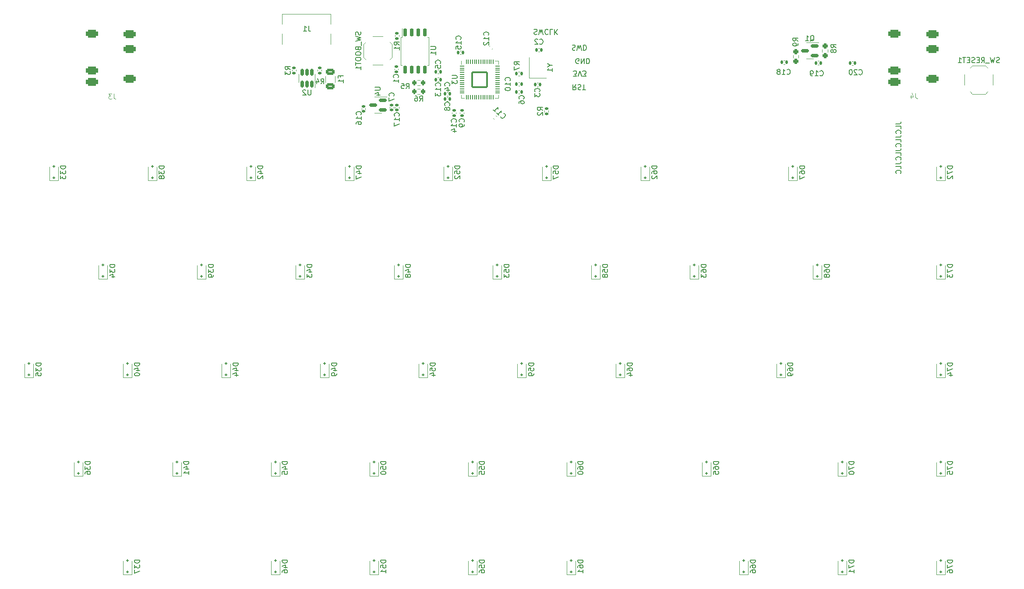
<source format=gbr>
%TF.GenerationSoftware,KiCad,Pcbnew,7.0.9*%
%TF.CreationDate,2024-01-14T20:09:13+01:00*%
%TF.ProjectId,right_pcb,72696768-745f-4706-9362-2e6b69636164,rev?*%
%TF.SameCoordinates,Original*%
%TF.FileFunction,Legend,Bot*%
%TF.FilePolarity,Positive*%
%FSLAX46Y46*%
G04 Gerber Fmt 4.6, Leading zero omitted, Abs format (unit mm)*
G04 Created by KiCad (PCBNEW 7.0.9) date 2024-01-14 20:09:13*
%MOMM*%
%LPD*%
G01*
G04 APERTURE LIST*
G04 Aperture macros list*
%AMRoundRect*
0 Rectangle with rounded corners*
0 $1 Rounding radius*
0 $2 $3 $4 $5 $6 $7 $8 $9 X,Y pos of 4 corners*
0 Add a 4 corners polygon primitive as box body*
4,1,4,$2,$3,$4,$5,$6,$7,$8,$9,$2,$3,0*
0 Add four circle primitives for the rounded corners*
1,1,$1+$1,$2,$3*
1,1,$1+$1,$4,$5*
1,1,$1+$1,$6,$7*
1,1,$1+$1,$8,$9*
0 Add four rect primitives between the rounded corners*
20,1,$1+$1,$2,$3,$4,$5,0*
20,1,$1+$1,$4,$5,$6,$7,0*
20,1,$1+$1,$6,$7,$8,$9,0*
20,1,$1+$1,$8,$9,$2,$3,0*%
G04 Aperture macros list end*
%ADD10C,0.150000*%
%ADD11C,0.100000*%
%ADD12C,0.120000*%
%ADD13C,1.700000*%
%ADD14C,4.000000*%
%ADD15C,2.200000*%
%ADD16C,3.050000*%
%ADD17R,1.700000X1.700000*%
%ADD18O,1.700000X1.700000*%
%ADD19RoundRect,0.140000X-0.170000X0.140000X-0.170000X-0.140000X0.170000X-0.140000X0.170000X0.140000X0*%
%ADD20RoundRect,0.140000X-0.140000X-0.170000X0.140000X-0.170000X0.140000X0.170000X-0.140000X0.170000X0*%
%ADD21RoundRect,0.125000X0.125000X-0.125000X0.125000X0.125000X-0.125000X0.125000X-0.125000X-0.125000X0*%
%ADD22RoundRect,0.050000X-0.050000X0.387500X-0.050000X-0.387500X0.050000X-0.387500X0.050000X0.387500X0*%
%ADD23RoundRect,0.050000X-0.387500X0.050000X-0.387500X-0.050000X0.387500X-0.050000X0.387500X0.050000X0*%
%ADD24RoundRect,0.144000X-1.456000X1.456000X-1.456000X-1.456000X1.456000X-1.456000X1.456000X1.456000X0*%
%ADD25RoundRect,0.140000X0.170000X-0.140000X0.170000X0.140000X-0.170000X0.140000X-0.170000X-0.140000X0*%
%ADD26RoundRect,0.237500X0.237500X-0.250000X0.237500X0.250000X-0.237500X0.250000X-0.237500X-0.250000X0*%
%ADD27RoundRect,0.150000X-0.150000X0.650000X-0.150000X-0.650000X0.150000X-0.650000X0.150000X0.650000X0*%
%ADD28RoundRect,0.150000X0.150000X-0.512500X0.150000X0.512500X-0.150000X0.512500X-0.150000X-0.512500X0*%
%ADD29RoundRect,0.140000X0.140000X0.170000X-0.140000X0.170000X-0.140000X-0.170000X0.140000X-0.170000X0*%
%ADD30RoundRect,0.200000X-0.200000X-0.275000X0.200000X-0.275000X0.200000X0.275000X-0.200000X0.275000X0*%
%ADD31C,1.300000*%
%ADD32RoundRect,0.400000X0.750000X0.400000X-0.750000X0.400000X-0.750000X-0.400000X0.750000X-0.400000X0*%
%ADD33RoundRect,0.250000X-0.625000X0.375000X-0.625000X-0.375000X0.625000X-0.375000X0.625000X0.375000X0*%
%ADD34R,1.200000X1.400000*%
%ADD35RoundRect,0.150000X0.587500X0.150000X-0.587500X0.150000X-0.587500X-0.150000X0.587500X-0.150000X0*%
%ADD36RoundRect,0.135000X-0.185000X0.135000X-0.185000X-0.135000X0.185000X-0.135000X0.185000X0.135000X0*%
%ADD37RoundRect,0.135000X0.185000X-0.135000X0.185000X0.135000X-0.185000X0.135000X-0.185000X-0.135000X0*%
%ADD38RoundRect,0.135000X0.135000X0.185000X-0.135000X0.185000X-0.135000X-0.185000X0.135000X-0.185000X0*%
%ADD39RoundRect,0.237500X-0.237500X0.250000X-0.237500X-0.250000X0.237500X-0.250000X0.237500X0.250000X0*%
%ADD40R,1.700000X1.000000*%
%ADD41RoundRect,0.140000X0.021213X-0.219203X0.219203X-0.021213X-0.021213X0.219203X-0.219203X0.021213X0*%
%ADD42C,0.650000*%
%ADD43R,0.600000X1.450000*%
%ADD44R,0.300000X1.450000*%
%ADD45O,1.000000X1.600000*%
%ADD46O,1.000000X2.100000*%
%ADD47R,1.000000X1.700000*%
%ADD48RoundRect,0.140000X-0.219203X-0.021213X-0.021213X-0.219203X0.219203X0.021213X0.021213X0.219203X0*%
G04 APERTURE END LIST*
D10*
X150324117Y-45083800D02*
X150466974Y-45036180D01*
X150466974Y-45036180D02*
X150705069Y-45036180D01*
X150705069Y-45036180D02*
X150800307Y-45083800D01*
X150800307Y-45083800D02*
X150847926Y-45131419D01*
X150847926Y-45131419D02*
X150895545Y-45226657D01*
X150895545Y-45226657D02*
X150895545Y-45321895D01*
X150895545Y-45321895D02*
X150847926Y-45417133D01*
X150847926Y-45417133D02*
X150800307Y-45464752D01*
X150800307Y-45464752D02*
X150705069Y-45512371D01*
X150705069Y-45512371D02*
X150514593Y-45559990D01*
X150514593Y-45559990D02*
X150419355Y-45607609D01*
X150419355Y-45607609D02*
X150371736Y-45655228D01*
X150371736Y-45655228D02*
X150324117Y-45750466D01*
X150324117Y-45750466D02*
X150324117Y-45845704D01*
X150324117Y-45845704D02*
X150371736Y-45940942D01*
X150371736Y-45940942D02*
X150419355Y-45988561D01*
X150419355Y-45988561D02*
X150514593Y-46036180D01*
X150514593Y-46036180D02*
X150752688Y-46036180D01*
X150752688Y-46036180D02*
X150895545Y-45988561D01*
X151228879Y-46036180D02*
X151466974Y-45036180D01*
X151466974Y-45036180D02*
X151657450Y-45750466D01*
X151657450Y-45750466D02*
X151847926Y-45036180D01*
X151847926Y-45036180D02*
X152086022Y-46036180D01*
X152466974Y-45036180D02*
X152466974Y-46036180D01*
X152466974Y-46036180D02*
X152705069Y-46036180D01*
X152705069Y-46036180D02*
X152847926Y-45988561D01*
X152847926Y-45988561D02*
X152943164Y-45893323D01*
X152943164Y-45893323D02*
X152990783Y-45798085D01*
X152990783Y-45798085D02*
X153038402Y-45607609D01*
X153038402Y-45607609D02*
X153038402Y-45464752D01*
X153038402Y-45464752D02*
X152990783Y-45274276D01*
X152990783Y-45274276D02*
X152943164Y-45179038D01*
X152943164Y-45179038D02*
X152847926Y-45083800D01*
X152847926Y-45083800D02*
X152705069Y-45036180D01*
X152705069Y-45036180D02*
X152466974Y-45036180D01*
X150526498Y-51036180D02*
X151145545Y-51036180D01*
X151145545Y-51036180D02*
X150812212Y-50655228D01*
X150812212Y-50655228D02*
X150955069Y-50655228D01*
X150955069Y-50655228D02*
X151050307Y-50607609D01*
X151050307Y-50607609D02*
X151097926Y-50559990D01*
X151097926Y-50559990D02*
X151145545Y-50464752D01*
X151145545Y-50464752D02*
X151145545Y-50226657D01*
X151145545Y-50226657D02*
X151097926Y-50131419D01*
X151097926Y-50131419D02*
X151050307Y-50083800D01*
X151050307Y-50083800D02*
X150955069Y-50036180D01*
X150955069Y-50036180D02*
X150669355Y-50036180D01*
X150669355Y-50036180D02*
X150574117Y-50083800D01*
X150574117Y-50083800D02*
X150526498Y-50131419D01*
X151431260Y-51036180D02*
X151764593Y-50036180D01*
X151764593Y-50036180D02*
X152097926Y-51036180D01*
X152336022Y-51036180D02*
X152955069Y-51036180D01*
X152955069Y-51036180D02*
X152621736Y-50655228D01*
X152621736Y-50655228D02*
X152764593Y-50655228D01*
X152764593Y-50655228D02*
X152859831Y-50607609D01*
X152859831Y-50607609D02*
X152907450Y-50559990D01*
X152907450Y-50559990D02*
X152955069Y-50464752D01*
X152955069Y-50464752D02*
X152955069Y-50226657D01*
X152955069Y-50226657D02*
X152907450Y-50131419D01*
X152907450Y-50131419D02*
X152859831Y-50083800D01*
X152859831Y-50083800D02*
X152764593Y-50036180D01*
X152764593Y-50036180D02*
X152478879Y-50036180D01*
X152478879Y-50036180D02*
X152383641Y-50083800D01*
X152383641Y-50083800D02*
X152336022Y-50131419D01*
X151043164Y-52686180D02*
X150709831Y-53162371D01*
X150471736Y-52686180D02*
X150471736Y-53686180D01*
X150471736Y-53686180D02*
X150852688Y-53686180D01*
X150852688Y-53686180D02*
X150947926Y-53638561D01*
X150947926Y-53638561D02*
X150995545Y-53590942D01*
X150995545Y-53590942D02*
X151043164Y-53495704D01*
X151043164Y-53495704D02*
X151043164Y-53352847D01*
X151043164Y-53352847D02*
X150995545Y-53257609D01*
X150995545Y-53257609D02*
X150947926Y-53209990D01*
X150947926Y-53209990D02*
X150852688Y-53162371D01*
X150852688Y-53162371D02*
X150471736Y-53162371D01*
X151424117Y-52733800D02*
X151566974Y-52686180D01*
X151566974Y-52686180D02*
X151805069Y-52686180D01*
X151805069Y-52686180D02*
X151900307Y-52733800D01*
X151900307Y-52733800D02*
X151947926Y-52781419D01*
X151947926Y-52781419D02*
X151995545Y-52876657D01*
X151995545Y-52876657D02*
X151995545Y-52971895D01*
X151995545Y-52971895D02*
X151947926Y-53067133D01*
X151947926Y-53067133D02*
X151900307Y-53114752D01*
X151900307Y-53114752D02*
X151805069Y-53162371D01*
X151805069Y-53162371D02*
X151614593Y-53209990D01*
X151614593Y-53209990D02*
X151519355Y-53257609D01*
X151519355Y-53257609D02*
X151471736Y-53305228D01*
X151471736Y-53305228D02*
X151424117Y-53400466D01*
X151424117Y-53400466D02*
X151424117Y-53495704D01*
X151424117Y-53495704D02*
X151471736Y-53590942D01*
X151471736Y-53590942D02*
X151519355Y-53638561D01*
X151519355Y-53638561D02*
X151614593Y-53686180D01*
X151614593Y-53686180D02*
X151852688Y-53686180D01*
X151852688Y-53686180D02*
X151995545Y-53638561D01*
X152281260Y-53686180D02*
X152852688Y-53686180D01*
X152566974Y-52686180D02*
X152566974Y-53686180D01*
X212869819Y-60272493D02*
X213584104Y-60272493D01*
X213584104Y-60272493D02*
X213726961Y-60224874D01*
X213726961Y-60224874D02*
X213822200Y-60129636D01*
X213822200Y-60129636D02*
X213869819Y-59986779D01*
X213869819Y-59986779D02*
X213869819Y-59891541D01*
X213869819Y-61224874D02*
X213869819Y-60748684D01*
X213869819Y-60748684D02*
X212869819Y-60748684D01*
X213774580Y-62129636D02*
X213822200Y-62082017D01*
X213822200Y-62082017D02*
X213869819Y-61939160D01*
X213869819Y-61939160D02*
X213869819Y-61843922D01*
X213869819Y-61843922D02*
X213822200Y-61701065D01*
X213822200Y-61701065D02*
X213726961Y-61605827D01*
X213726961Y-61605827D02*
X213631723Y-61558208D01*
X213631723Y-61558208D02*
X213441247Y-61510589D01*
X213441247Y-61510589D02*
X213298390Y-61510589D01*
X213298390Y-61510589D02*
X213107914Y-61558208D01*
X213107914Y-61558208D02*
X213012676Y-61605827D01*
X213012676Y-61605827D02*
X212917438Y-61701065D01*
X212917438Y-61701065D02*
X212869819Y-61843922D01*
X212869819Y-61843922D02*
X212869819Y-61939160D01*
X212869819Y-61939160D02*
X212917438Y-62082017D01*
X212917438Y-62082017D02*
X212965057Y-62129636D01*
X212869819Y-62843922D02*
X213584104Y-62843922D01*
X213584104Y-62843922D02*
X213726961Y-62796303D01*
X213726961Y-62796303D02*
X213822200Y-62701065D01*
X213822200Y-62701065D02*
X213869819Y-62558208D01*
X213869819Y-62558208D02*
X213869819Y-62462970D01*
X213869819Y-63796303D02*
X213869819Y-63320113D01*
X213869819Y-63320113D02*
X212869819Y-63320113D01*
X213774580Y-64701065D02*
X213822200Y-64653446D01*
X213822200Y-64653446D02*
X213869819Y-64510589D01*
X213869819Y-64510589D02*
X213869819Y-64415351D01*
X213869819Y-64415351D02*
X213822200Y-64272494D01*
X213822200Y-64272494D02*
X213726961Y-64177256D01*
X213726961Y-64177256D02*
X213631723Y-64129637D01*
X213631723Y-64129637D02*
X213441247Y-64082018D01*
X213441247Y-64082018D02*
X213298390Y-64082018D01*
X213298390Y-64082018D02*
X213107914Y-64129637D01*
X213107914Y-64129637D02*
X213012676Y-64177256D01*
X213012676Y-64177256D02*
X212917438Y-64272494D01*
X212917438Y-64272494D02*
X212869819Y-64415351D01*
X212869819Y-64415351D02*
X212869819Y-64510589D01*
X212869819Y-64510589D02*
X212917438Y-64653446D01*
X212917438Y-64653446D02*
X212965057Y-64701065D01*
X212869819Y-65415351D02*
X213584104Y-65415351D01*
X213584104Y-65415351D02*
X213726961Y-65367732D01*
X213726961Y-65367732D02*
X213822200Y-65272494D01*
X213822200Y-65272494D02*
X213869819Y-65129637D01*
X213869819Y-65129637D02*
X213869819Y-65034399D01*
X213869819Y-66367732D02*
X213869819Y-65891542D01*
X213869819Y-65891542D02*
X212869819Y-65891542D01*
X213774580Y-67272494D02*
X213822200Y-67224875D01*
X213822200Y-67224875D02*
X213869819Y-67082018D01*
X213869819Y-67082018D02*
X213869819Y-66986780D01*
X213869819Y-66986780D02*
X213822200Y-66843923D01*
X213822200Y-66843923D02*
X213726961Y-66748685D01*
X213726961Y-66748685D02*
X213631723Y-66701066D01*
X213631723Y-66701066D02*
X213441247Y-66653447D01*
X213441247Y-66653447D02*
X213298390Y-66653447D01*
X213298390Y-66653447D02*
X213107914Y-66701066D01*
X213107914Y-66701066D02*
X213012676Y-66748685D01*
X213012676Y-66748685D02*
X212917438Y-66843923D01*
X212917438Y-66843923D02*
X212869819Y-66986780D01*
X212869819Y-66986780D02*
X212869819Y-67082018D01*
X212869819Y-67082018D02*
X212917438Y-67224875D01*
X212917438Y-67224875D02*
X212965057Y-67272494D01*
X212869819Y-67986780D02*
X213584104Y-67986780D01*
X213584104Y-67986780D02*
X213726961Y-67939161D01*
X213726961Y-67939161D02*
X213822200Y-67843923D01*
X213822200Y-67843923D02*
X213869819Y-67701066D01*
X213869819Y-67701066D02*
X213869819Y-67605828D01*
X213869819Y-68939161D02*
X213869819Y-68462971D01*
X213869819Y-68462971D02*
X212869819Y-68462971D01*
X213774580Y-69843923D02*
X213822200Y-69796304D01*
X213822200Y-69796304D02*
X213869819Y-69653447D01*
X213869819Y-69653447D02*
X213869819Y-69558209D01*
X213869819Y-69558209D02*
X213822200Y-69415352D01*
X213822200Y-69415352D02*
X213726961Y-69320114D01*
X213726961Y-69320114D02*
X213631723Y-69272495D01*
X213631723Y-69272495D02*
X213441247Y-69224876D01*
X213441247Y-69224876D02*
X213298390Y-69224876D01*
X213298390Y-69224876D02*
X213107914Y-69272495D01*
X213107914Y-69272495D02*
X213012676Y-69320114D01*
X213012676Y-69320114D02*
X212917438Y-69415352D01*
X212917438Y-69415352D02*
X212869819Y-69558209D01*
X212869819Y-69558209D02*
X212869819Y-69653447D01*
X212869819Y-69653447D02*
X212917438Y-69796304D01*
X212917438Y-69796304D02*
X212965057Y-69843923D01*
X151545545Y-48588561D02*
X151450307Y-48636180D01*
X151450307Y-48636180D02*
X151307450Y-48636180D01*
X151307450Y-48636180D02*
X151164593Y-48588561D01*
X151164593Y-48588561D02*
X151069355Y-48493323D01*
X151069355Y-48493323D02*
X151021736Y-48398085D01*
X151021736Y-48398085D02*
X150974117Y-48207609D01*
X150974117Y-48207609D02*
X150974117Y-48064752D01*
X150974117Y-48064752D02*
X151021736Y-47874276D01*
X151021736Y-47874276D02*
X151069355Y-47779038D01*
X151069355Y-47779038D02*
X151164593Y-47683800D01*
X151164593Y-47683800D02*
X151307450Y-47636180D01*
X151307450Y-47636180D02*
X151402688Y-47636180D01*
X151402688Y-47636180D02*
X151545545Y-47683800D01*
X151545545Y-47683800D02*
X151593164Y-47731419D01*
X151593164Y-47731419D02*
X151593164Y-48064752D01*
X151593164Y-48064752D02*
X151402688Y-48064752D01*
X152021736Y-47636180D02*
X152021736Y-48636180D01*
X152021736Y-48636180D02*
X152593164Y-47636180D01*
X152593164Y-47636180D02*
X152593164Y-48636180D01*
X153069355Y-47636180D02*
X153069355Y-48636180D01*
X153069355Y-48636180D02*
X153307450Y-48636180D01*
X153307450Y-48636180D02*
X153450307Y-48588561D01*
X153450307Y-48588561D02*
X153545545Y-48493323D01*
X153545545Y-48493323D02*
X153593164Y-48398085D01*
X153593164Y-48398085D02*
X153640783Y-48207609D01*
X153640783Y-48207609D02*
X153640783Y-48064752D01*
X153640783Y-48064752D02*
X153593164Y-47874276D01*
X153593164Y-47874276D02*
X153545545Y-47779038D01*
X153545545Y-47779038D02*
X153450307Y-47683800D01*
X153450307Y-47683800D02*
X153307450Y-47636180D01*
X153307450Y-47636180D02*
X153069355Y-47636180D01*
X142924117Y-42033800D02*
X143066974Y-41986180D01*
X143066974Y-41986180D02*
X143305069Y-41986180D01*
X143305069Y-41986180D02*
X143400307Y-42033800D01*
X143400307Y-42033800D02*
X143447926Y-42081419D01*
X143447926Y-42081419D02*
X143495545Y-42176657D01*
X143495545Y-42176657D02*
X143495545Y-42271895D01*
X143495545Y-42271895D02*
X143447926Y-42367133D01*
X143447926Y-42367133D02*
X143400307Y-42414752D01*
X143400307Y-42414752D02*
X143305069Y-42462371D01*
X143305069Y-42462371D02*
X143114593Y-42509990D01*
X143114593Y-42509990D02*
X143019355Y-42557609D01*
X143019355Y-42557609D02*
X142971736Y-42605228D01*
X142971736Y-42605228D02*
X142924117Y-42700466D01*
X142924117Y-42700466D02*
X142924117Y-42795704D01*
X142924117Y-42795704D02*
X142971736Y-42890942D01*
X142971736Y-42890942D02*
X143019355Y-42938561D01*
X143019355Y-42938561D02*
X143114593Y-42986180D01*
X143114593Y-42986180D02*
X143352688Y-42986180D01*
X143352688Y-42986180D02*
X143495545Y-42938561D01*
X143828879Y-42986180D02*
X144066974Y-41986180D01*
X144066974Y-41986180D02*
X144257450Y-42700466D01*
X144257450Y-42700466D02*
X144447926Y-41986180D01*
X144447926Y-41986180D02*
X144686022Y-42986180D01*
X145638402Y-42081419D02*
X145590783Y-42033800D01*
X145590783Y-42033800D02*
X145447926Y-41986180D01*
X145447926Y-41986180D02*
X145352688Y-41986180D01*
X145352688Y-41986180D02*
X145209831Y-42033800D01*
X145209831Y-42033800D02*
X145114593Y-42129038D01*
X145114593Y-42129038D02*
X145066974Y-42224276D01*
X145066974Y-42224276D02*
X145019355Y-42414752D01*
X145019355Y-42414752D02*
X145019355Y-42557609D01*
X145019355Y-42557609D02*
X145066974Y-42748085D01*
X145066974Y-42748085D02*
X145114593Y-42843323D01*
X145114593Y-42843323D02*
X145209831Y-42938561D01*
X145209831Y-42938561D02*
X145352688Y-42986180D01*
X145352688Y-42986180D02*
X145447926Y-42986180D01*
X145447926Y-42986180D02*
X145590783Y-42938561D01*
X145590783Y-42938561D02*
X145638402Y-42890942D01*
X146543164Y-41986180D02*
X146066974Y-41986180D01*
X146066974Y-41986180D02*
X146066974Y-42986180D01*
X146876498Y-41986180D02*
X146876498Y-42986180D01*
X147447926Y-41986180D02*
X147019355Y-42557609D01*
X147447926Y-42986180D02*
X146876498Y-42414752D01*
X116792430Y-58750142D02*
X116840050Y-58702523D01*
X116840050Y-58702523D02*
X116887669Y-58559666D01*
X116887669Y-58559666D02*
X116887669Y-58464428D01*
X116887669Y-58464428D02*
X116840050Y-58321571D01*
X116840050Y-58321571D02*
X116744811Y-58226333D01*
X116744811Y-58226333D02*
X116649573Y-58178714D01*
X116649573Y-58178714D02*
X116459097Y-58131095D01*
X116459097Y-58131095D02*
X116316240Y-58131095D01*
X116316240Y-58131095D02*
X116125764Y-58178714D01*
X116125764Y-58178714D02*
X116030526Y-58226333D01*
X116030526Y-58226333D02*
X115935288Y-58321571D01*
X115935288Y-58321571D02*
X115887669Y-58464428D01*
X115887669Y-58464428D02*
X115887669Y-58559666D01*
X115887669Y-58559666D02*
X115935288Y-58702523D01*
X115935288Y-58702523D02*
X115982907Y-58750142D01*
X116887669Y-59702523D02*
X116887669Y-59131095D01*
X116887669Y-59416809D02*
X115887669Y-59416809D01*
X115887669Y-59416809D02*
X116030526Y-59321571D01*
X116030526Y-59321571D02*
X116125764Y-59226333D01*
X116125764Y-59226333D02*
X116173383Y-59131095D01*
X115887669Y-60035857D02*
X115887669Y-60702523D01*
X115887669Y-60702523D02*
X116887669Y-60273952D01*
X140906555Y-55448083D02*
X140954175Y-55400464D01*
X140954175Y-55400464D02*
X141001794Y-55257607D01*
X141001794Y-55257607D02*
X141001794Y-55162369D01*
X141001794Y-55162369D02*
X140954175Y-55019512D01*
X140954175Y-55019512D02*
X140858936Y-54924274D01*
X140858936Y-54924274D02*
X140763698Y-54876655D01*
X140763698Y-54876655D02*
X140573222Y-54829036D01*
X140573222Y-54829036D02*
X140430365Y-54829036D01*
X140430365Y-54829036D02*
X140239889Y-54876655D01*
X140239889Y-54876655D02*
X140144651Y-54924274D01*
X140144651Y-54924274D02*
X140049413Y-55019512D01*
X140049413Y-55019512D02*
X140001794Y-55162369D01*
X140001794Y-55162369D02*
X140001794Y-55257607D01*
X140001794Y-55257607D02*
X140049413Y-55400464D01*
X140049413Y-55400464D02*
X140097032Y-55448083D01*
X140001794Y-56305226D02*
X140001794Y-56114750D01*
X140001794Y-56114750D02*
X140049413Y-56019512D01*
X140049413Y-56019512D02*
X140097032Y-55971893D01*
X140097032Y-55971893D02*
X140239889Y-55876655D01*
X140239889Y-55876655D02*
X140430365Y-55829036D01*
X140430365Y-55829036D02*
X140811317Y-55829036D01*
X140811317Y-55829036D02*
X140906555Y-55876655D01*
X140906555Y-55876655D02*
X140954175Y-55924274D01*
X140954175Y-55924274D02*
X141001794Y-56019512D01*
X141001794Y-56019512D02*
X141001794Y-56209988D01*
X141001794Y-56209988D02*
X140954175Y-56305226D01*
X140954175Y-56305226D02*
X140906555Y-56352845D01*
X140906555Y-56352845D02*
X140811317Y-56400464D01*
X140811317Y-56400464D02*
X140573222Y-56400464D01*
X140573222Y-56400464D02*
X140477984Y-56352845D01*
X140477984Y-56352845D02*
X140430365Y-56305226D01*
X140430365Y-56305226D02*
X140382746Y-56209988D01*
X140382746Y-56209988D02*
X140382746Y-56019512D01*
X140382746Y-56019512D02*
X140430365Y-55924274D01*
X140430365Y-55924274D02*
X140477984Y-55876655D01*
X140477984Y-55876655D02*
X140573222Y-55829036D01*
X95242319Y-144610714D02*
X94242319Y-144610714D01*
X94242319Y-144610714D02*
X94242319Y-144848809D01*
X94242319Y-144848809D02*
X94289938Y-144991666D01*
X94289938Y-144991666D02*
X94385176Y-145086904D01*
X94385176Y-145086904D02*
X94480414Y-145134523D01*
X94480414Y-145134523D02*
X94670890Y-145182142D01*
X94670890Y-145182142D02*
X94813747Y-145182142D01*
X94813747Y-145182142D02*
X95004223Y-145134523D01*
X95004223Y-145134523D02*
X95099461Y-145086904D01*
X95099461Y-145086904D02*
X95194700Y-144991666D01*
X95194700Y-144991666D02*
X95242319Y-144848809D01*
X95242319Y-144848809D02*
X95242319Y-144610714D01*
X94575652Y-146039285D02*
X95242319Y-146039285D01*
X94194700Y-145801190D02*
X94908985Y-145563095D01*
X94908985Y-145563095D02*
X94908985Y-146182142D01*
X94242319Y-146991666D02*
X94242319Y-146801190D01*
X94242319Y-146801190D02*
X94289938Y-146705952D01*
X94289938Y-146705952D02*
X94337557Y-146658333D01*
X94337557Y-146658333D02*
X94480414Y-146563095D01*
X94480414Y-146563095D02*
X94670890Y-146515476D01*
X94670890Y-146515476D02*
X95051842Y-146515476D01*
X95051842Y-146515476D02*
X95147080Y-146563095D01*
X95147080Y-146563095D02*
X95194700Y-146610714D01*
X95194700Y-146610714D02*
X95242319Y-146705952D01*
X95242319Y-146705952D02*
X95242319Y-146896428D01*
X95242319Y-146896428D02*
X95194700Y-146991666D01*
X95194700Y-146991666D02*
X95147080Y-147039285D01*
X95147080Y-147039285D02*
X95051842Y-147086904D01*
X95051842Y-147086904D02*
X94813747Y-147086904D01*
X94813747Y-147086904D02*
X94718509Y-147039285D01*
X94718509Y-147039285D02*
X94670890Y-146991666D01*
X94670890Y-146991666D02*
X94623271Y-146896428D01*
X94623271Y-146896428D02*
X94623271Y-146705952D01*
X94623271Y-146705952D02*
X94670890Y-146610714D01*
X94670890Y-146610714D02*
X94718509Y-146563095D01*
X94718509Y-146563095D02*
X94813747Y-146515476D01*
X133342319Y-144610714D02*
X132342319Y-144610714D01*
X132342319Y-144610714D02*
X132342319Y-144848809D01*
X132342319Y-144848809D02*
X132389938Y-144991666D01*
X132389938Y-144991666D02*
X132485176Y-145086904D01*
X132485176Y-145086904D02*
X132580414Y-145134523D01*
X132580414Y-145134523D02*
X132770890Y-145182142D01*
X132770890Y-145182142D02*
X132913747Y-145182142D01*
X132913747Y-145182142D02*
X133104223Y-145134523D01*
X133104223Y-145134523D02*
X133199461Y-145086904D01*
X133199461Y-145086904D02*
X133294700Y-144991666D01*
X133294700Y-144991666D02*
X133342319Y-144848809D01*
X133342319Y-144848809D02*
X133342319Y-144610714D01*
X132342319Y-146086904D02*
X132342319Y-145610714D01*
X132342319Y-145610714D02*
X132818509Y-145563095D01*
X132818509Y-145563095D02*
X132770890Y-145610714D01*
X132770890Y-145610714D02*
X132723271Y-145705952D01*
X132723271Y-145705952D02*
X132723271Y-145944047D01*
X132723271Y-145944047D02*
X132770890Y-146039285D01*
X132770890Y-146039285D02*
X132818509Y-146086904D01*
X132818509Y-146086904D02*
X132913747Y-146134523D01*
X132913747Y-146134523D02*
X133151842Y-146134523D01*
X133151842Y-146134523D02*
X133247080Y-146086904D01*
X133247080Y-146086904D02*
X133294700Y-146039285D01*
X133294700Y-146039285D02*
X133342319Y-145944047D01*
X133342319Y-145944047D02*
X133342319Y-145705952D01*
X133342319Y-145705952D02*
X133294700Y-145610714D01*
X133294700Y-145610714D02*
X133247080Y-145563095D01*
X132342319Y-146991666D02*
X132342319Y-146801190D01*
X132342319Y-146801190D02*
X132389938Y-146705952D01*
X132389938Y-146705952D02*
X132437557Y-146658333D01*
X132437557Y-146658333D02*
X132580414Y-146563095D01*
X132580414Y-146563095D02*
X132770890Y-146515476D01*
X132770890Y-146515476D02*
X133151842Y-146515476D01*
X133151842Y-146515476D02*
X133247080Y-146563095D01*
X133247080Y-146563095D02*
X133294700Y-146610714D01*
X133294700Y-146610714D02*
X133342319Y-146705952D01*
X133342319Y-146705952D02*
X133342319Y-146896428D01*
X133342319Y-146896428D02*
X133294700Y-146991666D01*
X133294700Y-146991666D02*
X133247080Y-147039285D01*
X133247080Y-147039285D02*
X133151842Y-147086904D01*
X133151842Y-147086904D02*
X132913747Y-147086904D01*
X132913747Y-147086904D02*
X132818509Y-147039285D01*
X132818509Y-147039285D02*
X132770890Y-146991666D01*
X132770890Y-146991666D02*
X132723271Y-146896428D01*
X132723271Y-146896428D02*
X132723271Y-146705952D01*
X132723271Y-146705952D02*
X132770890Y-146610714D01*
X132770890Y-146610714D02*
X132818509Y-146563095D01*
X132818509Y-146563095D02*
X132913747Y-146515476D01*
X127047794Y-50915845D02*
X127857317Y-50915845D01*
X127857317Y-50915845D02*
X127952555Y-50963464D01*
X127952555Y-50963464D02*
X128000175Y-51011083D01*
X128000175Y-51011083D02*
X128047794Y-51106321D01*
X128047794Y-51106321D02*
X128047794Y-51296797D01*
X128047794Y-51296797D02*
X128000175Y-51392035D01*
X128000175Y-51392035D02*
X127952555Y-51439654D01*
X127952555Y-51439654D02*
X127857317Y-51487273D01*
X127857317Y-51487273D02*
X127047794Y-51487273D01*
X127047794Y-51868226D02*
X127047794Y-52487273D01*
X127047794Y-52487273D02*
X127428746Y-52153940D01*
X127428746Y-52153940D02*
X127428746Y-52296797D01*
X127428746Y-52296797D02*
X127476365Y-52392035D01*
X127476365Y-52392035D02*
X127523984Y-52439654D01*
X127523984Y-52439654D02*
X127619222Y-52487273D01*
X127619222Y-52487273D02*
X127857317Y-52487273D01*
X127857317Y-52487273D02*
X127952555Y-52439654D01*
X127952555Y-52439654D02*
X128000175Y-52392035D01*
X128000175Y-52392035D02*
X128047794Y-52296797D01*
X128047794Y-52296797D02*
X128047794Y-52011083D01*
X128047794Y-52011083D02*
X128000175Y-51915845D01*
X128000175Y-51915845D02*
X127952555Y-51868226D01*
X116640955Y-51332433D02*
X116688575Y-51284814D01*
X116688575Y-51284814D02*
X116736194Y-51141957D01*
X116736194Y-51141957D02*
X116736194Y-51046719D01*
X116736194Y-51046719D02*
X116688575Y-50903862D01*
X116688575Y-50903862D02*
X116593336Y-50808624D01*
X116593336Y-50808624D02*
X116498098Y-50761005D01*
X116498098Y-50761005D02*
X116307622Y-50713386D01*
X116307622Y-50713386D02*
X116164765Y-50713386D01*
X116164765Y-50713386D02*
X115974289Y-50761005D01*
X115974289Y-50761005D02*
X115879051Y-50808624D01*
X115879051Y-50808624D02*
X115783813Y-50903862D01*
X115783813Y-50903862D02*
X115736194Y-51046719D01*
X115736194Y-51046719D02*
X115736194Y-51141957D01*
X115736194Y-51141957D02*
X115783813Y-51284814D01*
X115783813Y-51284814D02*
X115831432Y-51332433D01*
X116736194Y-52284814D02*
X116736194Y-51713386D01*
X116736194Y-51999100D02*
X115736194Y-51999100D01*
X115736194Y-51999100D02*
X115879051Y-51903862D01*
X115879051Y-51903862D02*
X115974289Y-51808624D01*
X115974289Y-51808624D02*
X116021908Y-51713386D01*
X138104819Y-87460714D02*
X137104819Y-87460714D01*
X137104819Y-87460714D02*
X137104819Y-87698809D01*
X137104819Y-87698809D02*
X137152438Y-87841666D01*
X137152438Y-87841666D02*
X137247676Y-87936904D01*
X137247676Y-87936904D02*
X137342914Y-87984523D01*
X137342914Y-87984523D02*
X137533390Y-88032142D01*
X137533390Y-88032142D02*
X137676247Y-88032142D01*
X137676247Y-88032142D02*
X137866723Y-87984523D01*
X137866723Y-87984523D02*
X137961961Y-87936904D01*
X137961961Y-87936904D02*
X138057200Y-87841666D01*
X138057200Y-87841666D02*
X138104819Y-87698809D01*
X138104819Y-87698809D02*
X138104819Y-87460714D01*
X137104819Y-88936904D02*
X137104819Y-88460714D01*
X137104819Y-88460714D02*
X137581009Y-88413095D01*
X137581009Y-88413095D02*
X137533390Y-88460714D01*
X137533390Y-88460714D02*
X137485771Y-88555952D01*
X137485771Y-88555952D02*
X137485771Y-88794047D01*
X137485771Y-88794047D02*
X137533390Y-88889285D01*
X137533390Y-88889285D02*
X137581009Y-88936904D01*
X137581009Y-88936904D02*
X137676247Y-88984523D01*
X137676247Y-88984523D02*
X137914342Y-88984523D01*
X137914342Y-88984523D02*
X138009580Y-88936904D01*
X138009580Y-88936904D02*
X138057200Y-88889285D01*
X138057200Y-88889285D02*
X138104819Y-88794047D01*
X138104819Y-88794047D02*
X138104819Y-88555952D01*
X138104819Y-88555952D02*
X138057200Y-88460714D01*
X138057200Y-88460714D02*
X138009580Y-88413095D01*
X137104819Y-89317857D02*
X137104819Y-89936904D01*
X137104819Y-89936904D02*
X137485771Y-89603571D01*
X137485771Y-89603571D02*
X137485771Y-89746428D01*
X137485771Y-89746428D02*
X137533390Y-89841666D01*
X137533390Y-89841666D02*
X137581009Y-89889285D01*
X137581009Y-89889285D02*
X137676247Y-89936904D01*
X137676247Y-89936904D02*
X137914342Y-89936904D01*
X137914342Y-89936904D02*
X138009580Y-89889285D01*
X138009580Y-89889285D02*
X138057200Y-89841666D01*
X138057200Y-89841666D02*
X138104819Y-89746428D01*
X138104819Y-89746428D02*
X138104819Y-89460714D01*
X138104819Y-89460714D02*
X138057200Y-89365476D01*
X138057200Y-89365476D02*
X138009580Y-89317857D01*
X71429819Y-68410714D02*
X70429819Y-68410714D01*
X70429819Y-68410714D02*
X70429819Y-68648809D01*
X70429819Y-68648809D02*
X70477438Y-68791666D01*
X70477438Y-68791666D02*
X70572676Y-68886904D01*
X70572676Y-68886904D02*
X70667914Y-68934523D01*
X70667914Y-68934523D02*
X70858390Y-68982142D01*
X70858390Y-68982142D02*
X71001247Y-68982142D01*
X71001247Y-68982142D02*
X71191723Y-68934523D01*
X71191723Y-68934523D02*
X71286961Y-68886904D01*
X71286961Y-68886904D02*
X71382200Y-68791666D01*
X71382200Y-68791666D02*
X71429819Y-68648809D01*
X71429819Y-68648809D02*
X71429819Y-68410714D01*
X70429819Y-69315476D02*
X70429819Y-69934523D01*
X70429819Y-69934523D02*
X70810771Y-69601190D01*
X70810771Y-69601190D02*
X70810771Y-69744047D01*
X70810771Y-69744047D02*
X70858390Y-69839285D01*
X70858390Y-69839285D02*
X70906009Y-69886904D01*
X70906009Y-69886904D02*
X71001247Y-69934523D01*
X71001247Y-69934523D02*
X71239342Y-69934523D01*
X71239342Y-69934523D02*
X71334580Y-69886904D01*
X71334580Y-69886904D02*
X71382200Y-69839285D01*
X71382200Y-69839285D02*
X71429819Y-69744047D01*
X71429819Y-69744047D02*
X71429819Y-69458333D01*
X71429819Y-69458333D02*
X71382200Y-69363095D01*
X71382200Y-69363095D02*
X71334580Y-69315476D01*
X70858390Y-70505952D02*
X70810771Y-70410714D01*
X70810771Y-70410714D02*
X70763152Y-70363095D01*
X70763152Y-70363095D02*
X70667914Y-70315476D01*
X70667914Y-70315476D02*
X70620295Y-70315476D01*
X70620295Y-70315476D02*
X70525057Y-70363095D01*
X70525057Y-70363095D02*
X70477438Y-70410714D01*
X70477438Y-70410714D02*
X70429819Y-70505952D01*
X70429819Y-70505952D02*
X70429819Y-70696428D01*
X70429819Y-70696428D02*
X70477438Y-70791666D01*
X70477438Y-70791666D02*
X70525057Y-70839285D01*
X70525057Y-70839285D02*
X70620295Y-70886904D01*
X70620295Y-70886904D02*
X70667914Y-70886904D01*
X70667914Y-70886904D02*
X70763152Y-70839285D01*
X70763152Y-70839285D02*
X70810771Y-70791666D01*
X70810771Y-70791666D02*
X70858390Y-70696428D01*
X70858390Y-70696428D02*
X70858390Y-70505952D01*
X70858390Y-70505952D02*
X70906009Y-70410714D01*
X70906009Y-70410714D02*
X70953628Y-70363095D01*
X70953628Y-70363095D02*
X71048866Y-70315476D01*
X71048866Y-70315476D02*
X71239342Y-70315476D01*
X71239342Y-70315476D02*
X71334580Y-70363095D01*
X71334580Y-70363095D02*
X71382200Y-70410714D01*
X71382200Y-70410714D02*
X71429819Y-70505952D01*
X71429819Y-70505952D02*
X71429819Y-70696428D01*
X71429819Y-70696428D02*
X71382200Y-70791666D01*
X71382200Y-70791666D02*
X71334580Y-70839285D01*
X71334580Y-70839285D02*
X71239342Y-70886904D01*
X71239342Y-70886904D02*
X71048866Y-70886904D01*
X71048866Y-70886904D02*
X70953628Y-70839285D01*
X70953628Y-70839285D02*
X70906009Y-70791666D01*
X70906009Y-70791666D02*
X70858390Y-70696428D01*
X100004819Y-87460714D02*
X99004819Y-87460714D01*
X99004819Y-87460714D02*
X99004819Y-87698809D01*
X99004819Y-87698809D02*
X99052438Y-87841666D01*
X99052438Y-87841666D02*
X99147676Y-87936904D01*
X99147676Y-87936904D02*
X99242914Y-87984523D01*
X99242914Y-87984523D02*
X99433390Y-88032142D01*
X99433390Y-88032142D02*
X99576247Y-88032142D01*
X99576247Y-88032142D02*
X99766723Y-87984523D01*
X99766723Y-87984523D02*
X99861961Y-87936904D01*
X99861961Y-87936904D02*
X99957200Y-87841666D01*
X99957200Y-87841666D02*
X100004819Y-87698809D01*
X100004819Y-87698809D02*
X100004819Y-87460714D01*
X99338152Y-88889285D02*
X100004819Y-88889285D01*
X98957200Y-88651190D02*
X99671485Y-88413095D01*
X99671485Y-88413095D02*
X99671485Y-89032142D01*
X99004819Y-89317857D02*
X99004819Y-89936904D01*
X99004819Y-89936904D02*
X99385771Y-89603571D01*
X99385771Y-89603571D02*
X99385771Y-89746428D01*
X99385771Y-89746428D02*
X99433390Y-89841666D01*
X99433390Y-89841666D02*
X99481009Y-89889285D01*
X99481009Y-89889285D02*
X99576247Y-89936904D01*
X99576247Y-89936904D02*
X99814342Y-89936904D01*
X99814342Y-89936904D02*
X99909580Y-89889285D01*
X99909580Y-89889285D02*
X99957200Y-89841666D01*
X99957200Y-89841666D02*
X100004819Y-89746428D01*
X100004819Y-89746428D02*
X100004819Y-89460714D01*
X100004819Y-89460714D02*
X99957200Y-89365476D01*
X99957200Y-89365476D02*
X99909580Y-89317857D01*
X128579819Y-68410714D02*
X127579819Y-68410714D01*
X127579819Y-68410714D02*
X127579819Y-68648809D01*
X127579819Y-68648809D02*
X127627438Y-68791666D01*
X127627438Y-68791666D02*
X127722676Y-68886904D01*
X127722676Y-68886904D02*
X127817914Y-68934523D01*
X127817914Y-68934523D02*
X128008390Y-68982142D01*
X128008390Y-68982142D02*
X128151247Y-68982142D01*
X128151247Y-68982142D02*
X128341723Y-68934523D01*
X128341723Y-68934523D02*
X128436961Y-68886904D01*
X128436961Y-68886904D02*
X128532200Y-68791666D01*
X128532200Y-68791666D02*
X128579819Y-68648809D01*
X128579819Y-68648809D02*
X128579819Y-68410714D01*
X127579819Y-69886904D02*
X127579819Y-69410714D01*
X127579819Y-69410714D02*
X128056009Y-69363095D01*
X128056009Y-69363095D02*
X128008390Y-69410714D01*
X128008390Y-69410714D02*
X127960771Y-69505952D01*
X127960771Y-69505952D02*
X127960771Y-69744047D01*
X127960771Y-69744047D02*
X128008390Y-69839285D01*
X128008390Y-69839285D02*
X128056009Y-69886904D01*
X128056009Y-69886904D02*
X128151247Y-69934523D01*
X128151247Y-69934523D02*
X128389342Y-69934523D01*
X128389342Y-69934523D02*
X128484580Y-69886904D01*
X128484580Y-69886904D02*
X128532200Y-69839285D01*
X128532200Y-69839285D02*
X128579819Y-69744047D01*
X128579819Y-69744047D02*
X128579819Y-69505952D01*
X128579819Y-69505952D02*
X128532200Y-69410714D01*
X128532200Y-69410714D02*
X128484580Y-69363095D01*
X127675057Y-70315476D02*
X127627438Y-70363095D01*
X127627438Y-70363095D02*
X127579819Y-70458333D01*
X127579819Y-70458333D02*
X127579819Y-70696428D01*
X127579819Y-70696428D02*
X127627438Y-70791666D01*
X127627438Y-70791666D02*
X127675057Y-70839285D01*
X127675057Y-70839285D02*
X127770295Y-70886904D01*
X127770295Y-70886904D02*
X127865533Y-70886904D01*
X127865533Y-70886904D02*
X128008390Y-70839285D01*
X128008390Y-70839285D02*
X128579819Y-70267857D01*
X128579819Y-70267857D02*
X128579819Y-70886904D01*
X193967619Y-44252733D02*
X193491428Y-43919400D01*
X193967619Y-43681305D02*
X192967619Y-43681305D01*
X192967619Y-43681305D02*
X192967619Y-44062257D01*
X192967619Y-44062257D02*
X193015238Y-44157495D01*
X193015238Y-44157495D02*
X193062857Y-44205114D01*
X193062857Y-44205114D02*
X193158095Y-44252733D01*
X193158095Y-44252733D02*
X193300952Y-44252733D01*
X193300952Y-44252733D02*
X193396190Y-44205114D01*
X193396190Y-44205114D02*
X193443809Y-44157495D01*
X193443809Y-44157495D02*
X193491428Y-44062257D01*
X193491428Y-44062257D02*
X193491428Y-43681305D01*
X193967619Y-44728924D02*
X193967619Y-44919400D01*
X193967619Y-44919400D02*
X193920000Y-45014638D01*
X193920000Y-45014638D02*
X193872380Y-45062257D01*
X193872380Y-45062257D02*
X193729523Y-45157495D01*
X193729523Y-45157495D02*
X193539047Y-45205114D01*
X193539047Y-45205114D02*
X193158095Y-45205114D01*
X193158095Y-45205114D02*
X193062857Y-45157495D01*
X193062857Y-45157495D02*
X193015238Y-45109876D01*
X193015238Y-45109876D02*
X192967619Y-45014638D01*
X192967619Y-45014638D02*
X192967619Y-44824162D01*
X192967619Y-44824162D02*
X193015238Y-44728924D01*
X193015238Y-44728924D02*
X193062857Y-44681305D01*
X193062857Y-44681305D02*
X193158095Y-44633686D01*
X193158095Y-44633686D02*
X193396190Y-44633686D01*
X193396190Y-44633686D02*
X193491428Y-44681305D01*
X193491428Y-44681305D02*
X193539047Y-44728924D01*
X193539047Y-44728924D02*
X193586666Y-44824162D01*
X193586666Y-44824162D02*
X193586666Y-45014638D01*
X193586666Y-45014638D02*
X193539047Y-45109876D01*
X193539047Y-45109876D02*
X193491428Y-45157495D01*
X193491428Y-45157495D02*
X193396190Y-45205114D01*
X115776430Y-54908333D02*
X115824050Y-54860714D01*
X115824050Y-54860714D02*
X115871669Y-54717857D01*
X115871669Y-54717857D02*
X115871669Y-54622619D01*
X115871669Y-54622619D02*
X115824050Y-54479762D01*
X115824050Y-54479762D02*
X115728811Y-54384524D01*
X115728811Y-54384524D02*
X115633573Y-54336905D01*
X115633573Y-54336905D02*
X115443097Y-54289286D01*
X115443097Y-54289286D02*
X115300240Y-54289286D01*
X115300240Y-54289286D02*
X115109764Y-54336905D01*
X115109764Y-54336905D02*
X115014526Y-54384524D01*
X115014526Y-54384524D02*
X114919288Y-54479762D01*
X114919288Y-54479762D02*
X114871669Y-54622619D01*
X114871669Y-54622619D02*
X114871669Y-54717857D01*
X114871669Y-54717857D02*
X114919288Y-54860714D01*
X114919288Y-54860714D02*
X114966907Y-54908333D01*
X114871669Y-55241667D02*
X114871669Y-55908333D01*
X114871669Y-55908333D02*
X115871669Y-55479762D01*
X57142319Y-125560714D02*
X56142319Y-125560714D01*
X56142319Y-125560714D02*
X56142319Y-125798809D01*
X56142319Y-125798809D02*
X56189938Y-125941666D01*
X56189938Y-125941666D02*
X56285176Y-126036904D01*
X56285176Y-126036904D02*
X56380414Y-126084523D01*
X56380414Y-126084523D02*
X56570890Y-126132142D01*
X56570890Y-126132142D02*
X56713747Y-126132142D01*
X56713747Y-126132142D02*
X56904223Y-126084523D01*
X56904223Y-126084523D02*
X56999461Y-126036904D01*
X56999461Y-126036904D02*
X57094700Y-125941666D01*
X57094700Y-125941666D02*
X57142319Y-125798809D01*
X57142319Y-125798809D02*
X57142319Y-125560714D01*
X56142319Y-126465476D02*
X56142319Y-127084523D01*
X56142319Y-127084523D02*
X56523271Y-126751190D01*
X56523271Y-126751190D02*
X56523271Y-126894047D01*
X56523271Y-126894047D02*
X56570890Y-126989285D01*
X56570890Y-126989285D02*
X56618509Y-127036904D01*
X56618509Y-127036904D02*
X56713747Y-127084523D01*
X56713747Y-127084523D02*
X56951842Y-127084523D01*
X56951842Y-127084523D02*
X57047080Y-127036904D01*
X57047080Y-127036904D02*
X57094700Y-126989285D01*
X57094700Y-126989285D02*
X57142319Y-126894047D01*
X57142319Y-126894047D02*
X57142319Y-126608333D01*
X57142319Y-126608333D02*
X57094700Y-126513095D01*
X57094700Y-126513095D02*
X57047080Y-126465476D01*
X56142319Y-127941666D02*
X56142319Y-127751190D01*
X56142319Y-127751190D02*
X56189938Y-127655952D01*
X56189938Y-127655952D02*
X56237557Y-127608333D01*
X56237557Y-127608333D02*
X56380414Y-127513095D01*
X56380414Y-127513095D02*
X56570890Y-127465476D01*
X56570890Y-127465476D02*
X56951842Y-127465476D01*
X56951842Y-127465476D02*
X57047080Y-127513095D01*
X57047080Y-127513095D02*
X57094700Y-127560714D01*
X57094700Y-127560714D02*
X57142319Y-127655952D01*
X57142319Y-127655952D02*
X57142319Y-127846428D01*
X57142319Y-127846428D02*
X57094700Y-127941666D01*
X57094700Y-127941666D02*
X57047080Y-127989285D01*
X57047080Y-127989285D02*
X56951842Y-128036904D01*
X56951842Y-128036904D02*
X56713747Y-128036904D01*
X56713747Y-128036904D02*
X56618509Y-127989285D01*
X56618509Y-127989285D02*
X56570890Y-127941666D01*
X56570890Y-127941666D02*
X56523271Y-127846428D01*
X56523271Y-127846428D02*
X56523271Y-127655952D01*
X56523271Y-127655952D02*
X56570890Y-127560714D01*
X56570890Y-127560714D02*
X56618509Y-127513095D01*
X56618509Y-127513095D02*
X56713747Y-127465476D01*
X195254819Y-68410714D02*
X194254819Y-68410714D01*
X194254819Y-68410714D02*
X194254819Y-68648809D01*
X194254819Y-68648809D02*
X194302438Y-68791666D01*
X194302438Y-68791666D02*
X194397676Y-68886904D01*
X194397676Y-68886904D02*
X194492914Y-68934523D01*
X194492914Y-68934523D02*
X194683390Y-68982142D01*
X194683390Y-68982142D02*
X194826247Y-68982142D01*
X194826247Y-68982142D02*
X195016723Y-68934523D01*
X195016723Y-68934523D02*
X195111961Y-68886904D01*
X195111961Y-68886904D02*
X195207200Y-68791666D01*
X195207200Y-68791666D02*
X195254819Y-68648809D01*
X195254819Y-68648809D02*
X195254819Y-68410714D01*
X194254819Y-69839285D02*
X194254819Y-69648809D01*
X194254819Y-69648809D02*
X194302438Y-69553571D01*
X194302438Y-69553571D02*
X194350057Y-69505952D01*
X194350057Y-69505952D02*
X194492914Y-69410714D01*
X194492914Y-69410714D02*
X194683390Y-69363095D01*
X194683390Y-69363095D02*
X195064342Y-69363095D01*
X195064342Y-69363095D02*
X195159580Y-69410714D01*
X195159580Y-69410714D02*
X195207200Y-69458333D01*
X195207200Y-69458333D02*
X195254819Y-69553571D01*
X195254819Y-69553571D02*
X195254819Y-69744047D01*
X195254819Y-69744047D02*
X195207200Y-69839285D01*
X195207200Y-69839285D02*
X195159580Y-69886904D01*
X195159580Y-69886904D02*
X195064342Y-69934523D01*
X195064342Y-69934523D02*
X194826247Y-69934523D01*
X194826247Y-69934523D02*
X194731009Y-69886904D01*
X194731009Y-69886904D02*
X194683390Y-69839285D01*
X194683390Y-69839285D02*
X194635771Y-69744047D01*
X194635771Y-69744047D02*
X194635771Y-69553571D01*
X194635771Y-69553571D02*
X194683390Y-69458333D01*
X194683390Y-69458333D02*
X194731009Y-69410714D01*
X194731009Y-69410714D02*
X194826247Y-69363095D01*
X194254819Y-70267857D02*
X194254819Y-70934523D01*
X194254819Y-70934523D02*
X195254819Y-70505952D01*
X80954819Y-87460714D02*
X79954819Y-87460714D01*
X79954819Y-87460714D02*
X79954819Y-87698809D01*
X79954819Y-87698809D02*
X80002438Y-87841666D01*
X80002438Y-87841666D02*
X80097676Y-87936904D01*
X80097676Y-87936904D02*
X80192914Y-87984523D01*
X80192914Y-87984523D02*
X80383390Y-88032142D01*
X80383390Y-88032142D02*
X80526247Y-88032142D01*
X80526247Y-88032142D02*
X80716723Y-87984523D01*
X80716723Y-87984523D02*
X80811961Y-87936904D01*
X80811961Y-87936904D02*
X80907200Y-87841666D01*
X80907200Y-87841666D02*
X80954819Y-87698809D01*
X80954819Y-87698809D02*
X80954819Y-87460714D01*
X79954819Y-88365476D02*
X79954819Y-88984523D01*
X79954819Y-88984523D02*
X80335771Y-88651190D01*
X80335771Y-88651190D02*
X80335771Y-88794047D01*
X80335771Y-88794047D02*
X80383390Y-88889285D01*
X80383390Y-88889285D02*
X80431009Y-88936904D01*
X80431009Y-88936904D02*
X80526247Y-88984523D01*
X80526247Y-88984523D02*
X80764342Y-88984523D01*
X80764342Y-88984523D02*
X80859580Y-88936904D01*
X80859580Y-88936904D02*
X80907200Y-88889285D01*
X80907200Y-88889285D02*
X80954819Y-88794047D01*
X80954819Y-88794047D02*
X80954819Y-88508333D01*
X80954819Y-88508333D02*
X80907200Y-88413095D01*
X80907200Y-88413095D02*
X80859580Y-88365476D01*
X80954819Y-89460714D02*
X80954819Y-89651190D01*
X80954819Y-89651190D02*
X80907200Y-89746428D01*
X80907200Y-89746428D02*
X80859580Y-89794047D01*
X80859580Y-89794047D02*
X80716723Y-89889285D01*
X80716723Y-89889285D02*
X80526247Y-89936904D01*
X80526247Y-89936904D02*
X80145295Y-89936904D01*
X80145295Y-89936904D02*
X80050057Y-89889285D01*
X80050057Y-89889285D02*
X80002438Y-89841666D01*
X80002438Y-89841666D02*
X79954819Y-89746428D01*
X79954819Y-89746428D02*
X79954819Y-89555952D01*
X79954819Y-89555952D02*
X80002438Y-89460714D01*
X80002438Y-89460714D02*
X80050057Y-89413095D01*
X80050057Y-89413095D02*
X80145295Y-89365476D01*
X80145295Y-89365476D02*
X80383390Y-89365476D01*
X80383390Y-89365476D02*
X80478628Y-89413095D01*
X80478628Y-89413095D02*
X80526247Y-89460714D01*
X80526247Y-89460714D02*
X80573866Y-89555952D01*
X80573866Y-89555952D02*
X80573866Y-89746428D01*
X80573866Y-89746428D02*
X80526247Y-89841666D01*
X80526247Y-89841666D02*
X80478628Y-89889285D01*
X80478628Y-89889285D02*
X80383390Y-89936904D01*
X122914776Y-45319095D02*
X123724299Y-45319095D01*
X123724299Y-45319095D02*
X123819537Y-45366714D01*
X123819537Y-45366714D02*
X123867157Y-45414333D01*
X123867157Y-45414333D02*
X123914776Y-45509571D01*
X123914776Y-45509571D02*
X123914776Y-45700047D01*
X123914776Y-45700047D02*
X123867157Y-45795285D01*
X123867157Y-45795285D02*
X123819537Y-45842904D01*
X123819537Y-45842904D02*
X123724299Y-45890523D01*
X123724299Y-45890523D02*
X122914776Y-45890523D01*
X123914776Y-46890523D02*
X123914776Y-46319095D01*
X123914776Y-46604809D02*
X122914776Y-46604809D01*
X122914776Y-46604809D02*
X123057633Y-46509571D01*
X123057633Y-46509571D02*
X123152871Y-46414333D01*
X123152871Y-46414333D02*
X123200490Y-46319095D01*
X129349555Y-59893083D02*
X129397175Y-59845464D01*
X129397175Y-59845464D02*
X129444794Y-59702607D01*
X129444794Y-59702607D02*
X129444794Y-59607369D01*
X129444794Y-59607369D02*
X129397175Y-59464512D01*
X129397175Y-59464512D02*
X129301936Y-59369274D01*
X129301936Y-59369274D02*
X129206698Y-59321655D01*
X129206698Y-59321655D02*
X129016222Y-59274036D01*
X129016222Y-59274036D02*
X128873365Y-59274036D01*
X128873365Y-59274036D02*
X128682889Y-59321655D01*
X128682889Y-59321655D02*
X128587651Y-59369274D01*
X128587651Y-59369274D02*
X128492413Y-59464512D01*
X128492413Y-59464512D02*
X128444794Y-59607369D01*
X128444794Y-59607369D02*
X128444794Y-59702607D01*
X128444794Y-59702607D02*
X128492413Y-59845464D01*
X128492413Y-59845464D02*
X128540032Y-59893083D01*
X129444794Y-60369274D02*
X129444794Y-60559750D01*
X129444794Y-60559750D02*
X129397175Y-60654988D01*
X129397175Y-60654988D02*
X129349555Y-60702607D01*
X129349555Y-60702607D02*
X129206698Y-60797845D01*
X129206698Y-60797845D02*
X129016222Y-60845464D01*
X129016222Y-60845464D02*
X128635270Y-60845464D01*
X128635270Y-60845464D02*
X128540032Y-60797845D01*
X128540032Y-60797845D02*
X128492413Y-60750226D01*
X128492413Y-60750226D02*
X128444794Y-60654988D01*
X128444794Y-60654988D02*
X128444794Y-60464512D01*
X128444794Y-60464512D02*
X128492413Y-60369274D01*
X128492413Y-60369274D02*
X128540032Y-60321655D01*
X128540032Y-60321655D02*
X128635270Y-60274036D01*
X128635270Y-60274036D02*
X128873365Y-60274036D01*
X128873365Y-60274036D02*
X128968603Y-60321655D01*
X128968603Y-60321655D02*
X129016222Y-60369274D01*
X129016222Y-60369274D02*
X129063841Y-60464512D01*
X129063841Y-60464512D02*
X129063841Y-60654988D01*
X129063841Y-60654988D02*
X129016222Y-60750226D01*
X129016222Y-60750226D02*
X128968603Y-60797845D01*
X128968603Y-60797845D02*
X128873365Y-60845464D01*
X185729819Y-144610714D02*
X184729819Y-144610714D01*
X184729819Y-144610714D02*
X184729819Y-144848809D01*
X184729819Y-144848809D02*
X184777438Y-144991666D01*
X184777438Y-144991666D02*
X184872676Y-145086904D01*
X184872676Y-145086904D02*
X184967914Y-145134523D01*
X184967914Y-145134523D02*
X185158390Y-145182142D01*
X185158390Y-145182142D02*
X185301247Y-145182142D01*
X185301247Y-145182142D02*
X185491723Y-145134523D01*
X185491723Y-145134523D02*
X185586961Y-145086904D01*
X185586961Y-145086904D02*
X185682200Y-144991666D01*
X185682200Y-144991666D02*
X185729819Y-144848809D01*
X185729819Y-144848809D02*
X185729819Y-144610714D01*
X184729819Y-146039285D02*
X184729819Y-145848809D01*
X184729819Y-145848809D02*
X184777438Y-145753571D01*
X184777438Y-145753571D02*
X184825057Y-145705952D01*
X184825057Y-145705952D02*
X184967914Y-145610714D01*
X184967914Y-145610714D02*
X185158390Y-145563095D01*
X185158390Y-145563095D02*
X185539342Y-145563095D01*
X185539342Y-145563095D02*
X185634580Y-145610714D01*
X185634580Y-145610714D02*
X185682200Y-145658333D01*
X185682200Y-145658333D02*
X185729819Y-145753571D01*
X185729819Y-145753571D02*
X185729819Y-145944047D01*
X185729819Y-145944047D02*
X185682200Y-146039285D01*
X185682200Y-146039285D02*
X185634580Y-146086904D01*
X185634580Y-146086904D02*
X185539342Y-146134523D01*
X185539342Y-146134523D02*
X185301247Y-146134523D01*
X185301247Y-146134523D02*
X185206009Y-146086904D01*
X185206009Y-146086904D02*
X185158390Y-146039285D01*
X185158390Y-146039285D02*
X185110771Y-145944047D01*
X185110771Y-145944047D02*
X185110771Y-145753571D01*
X185110771Y-145753571D02*
X185158390Y-145658333D01*
X185158390Y-145658333D02*
X185206009Y-145610714D01*
X185206009Y-145610714D02*
X185301247Y-145563095D01*
X184729819Y-146991666D02*
X184729819Y-146801190D01*
X184729819Y-146801190D02*
X184777438Y-146705952D01*
X184777438Y-146705952D02*
X184825057Y-146658333D01*
X184825057Y-146658333D02*
X184967914Y-146563095D01*
X184967914Y-146563095D02*
X185158390Y-146515476D01*
X185158390Y-146515476D02*
X185539342Y-146515476D01*
X185539342Y-146515476D02*
X185634580Y-146563095D01*
X185634580Y-146563095D02*
X185682200Y-146610714D01*
X185682200Y-146610714D02*
X185729819Y-146705952D01*
X185729819Y-146705952D02*
X185729819Y-146896428D01*
X185729819Y-146896428D02*
X185682200Y-146991666D01*
X185682200Y-146991666D02*
X185634580Y-147039285D01*
X185634580Y-147039285D02*
X185539342Y-147086904D01*
X185539342Y-147086904D02*
X185301247Y-147086904D01*
X185301247Y-147086904D02*
X185206009Y-147039285D01*
X185206009Y-147039285D02*
X185158390Y-146991666D01*
X185158390Y-146991666D02*
X185110771Y-146896428D01*
X185110771Y-146896428D02*
X185110771Y-146705952D01*
X185110771Y-146705952D02*
X185158390Y-146610714D01*
X185158390Y-146610714D02*
X185206009Y-146563095D01*
X185206009Y-146563095D02*
X185301247Y-146515476D01*
X99788079Y-53687519D02*
X99788079Y-54497042D01*
X99788079Y-54497042D02*
X99740460Y-54592280D01*
X99740460Y-54592280D02*
X99692841Y-54639900D01*
X99692841Y-54639900D02*
X99597603Y-54687519D01*
X99597603Y-54687519D02*
X99407127Y-54687519D01*
X99407127Y-54687519D02*
X99311889Y-54639900D01*
X99311889Y-54639900D02*
X99264270Y-54592280D01*
X99264270Y-54592280D02*
X99216651Y-54497042D01*
X99216651Y-54497042D02*
X99216651Y-53687519D01*
X98788079Y-53782757D02*
X98740460Y-53735138D01*
X98740460Y-53735138D02*
X98645222Y-53687519D01*
X98645222Y-53687519D02*
X98407127Y-53687519D01*
X98407127Y-53687519D02*
X98311889Y-53735138D01*
X98311889Y-53735138D02*
X98264270Y-53782757D01*
X98264270Y-53782757D02*
X98216651Y-53877995D01*
X98216651Y-53877995D02*
X98216651Y-53973233D01*
X98216651Y-53973233D02*
X98264270Y-54116090D01*
X98264270Y-54116090D02*
X98835698Y-54687519D01*
X98835698Y-54687519D02*
X98216651Y-54687519D01*
X126555555Y-56718083D02*
X126603175Y-56670464D01*
X126603175Y-56670464D02*
X126650794Y-56527607D01*
X126650794Y-56527607D02*
X126650794Y-56432369D01*
X126650794Y-56432369D02*
X126603175Y-56289512D01*
X126603175Y-56289512D02*
X126507936Y-56194274D01*
X126507936Y-56194274D02*
X126412698Y-56146655D01*
X126412698Y-56146655D02*
X126222222Y-56099036D01*
X126222222Y-56099036D02*
X126079365Y-56099036D01*
X126079365Y-56099036D02*
X125888889Y-56146655D01*
X125888889Y-56146655D02*
X125793651Y-56194274D01*
X125793651Y-56194274D02*
X125698413Y-56289512D01*
X125698413Y-56289512D02*
X125650794Y-56432369D01*
X125650794Y-56432369D02*
X125650794Y-56527607D01*
X125650794Y-56527607D02*
X125698413Y-56670464D01*
X125698413Y-56670464D02*
X125746032Y-56718083D01*
X126079365Y-57289512D02*
X126031746Y-57194274D01*
X126031746Y-57194274D02*
X125984127Y-57146655D01*
X125984127Y-57146655D02*
X125888889Y-57099036D01*
X125888889Y-57099036D02*
X125841270Y-57099036D01*
X125841270Y-57099036D02*
X125746032Y-57146655D01*
X125746032Y-57146655D02*
X125698413Y-57194274D01*
X125698413Y-57194274D02*
X125650794Y-57289512D01*
X125650794Y-57289512D02*
X125650794Y-57479988D01*
X125650794Y-57479988D02*
X125698413Y-57575226D01*
X125698413Y-57575226D02*
X125746032Y-57622845D01*
X125746032Y-57622845D02*
X125841270Y-57670464D01*
X125841270Y-57670464D02*
X125888889Y-57670464D01*
X125888889Y-57670464D02*
X125984127Y-57622845D01*
X125984127Y-57622845D02*
X126031746Y-57575226D01*
X126031746Y-57575226D02*
X126079365Y-57479988D01*
X126079365Y-57479988D02*
X126079365Y-57289512D01*
X126079365Y-57289512D02*
X126126984Y-57194274D01*
X126126984Y-57194274D02*
X126174603Y-57146655D01*
X126174603Y-57146655D02*
X126269841Y-57099036D01*
X126269841Y-57099036D02*
X126460317Y-57099036D01*
X126460317Y-57099036D02*
X126555555Y-57146655D01*
X126555555Y-57146655D02*
X126603175Y-57194274D01*
X126603175Y-57194274D02*
X126650794Y-57289512D01*
X126650794Y-57289512D02*
X126650794Y-57479988D01*
X126650794Y-57479988D02*
X126603175Y-57575226D01*
X126603175Y-57575226D02*
X126555555Y-57622845D01*
X126555555Y-57622845D02*
X126460317Y-57670464D01*
X126460317Y-57670464D02*
X126269841Y-57670464D01*
X126269841Y-57670464D02*
X126174603Y-57622845D01*
X126174603Y-57622845D02*
X126126984Y-57575226D01*
X126126984Y-57575226D02*
X126079365Y-57479988D01*
X109435955Y-58502492D02*
X109483575Y-58454873D01*
X109483575Y-58454873D02*
X109531194Y-58312016D01*
X109531194Y-58312016D02*
X109531194Y-58216778D01*
X109531194Y-58216778D02*
X109483575Y-58073921D01*
X109483575Y-58073921D02*
X109388336Y-57978683D01*
X109388336Y-57978683D02*
X109293098Y-57931064D01*
X109293098Y-57931064D02*
X109102622Y-57883445D01*
X109102622Y-57883445D02*
X108959765Y-57883445D01*
X108959765Y-57883445D02*
X108769289Y-57931064D01*
X108769289Y-57931064D02*
X108674051Y-57978683D01*
X108674051Y-57978683D02*
X108578813Y-58073921D01*
X108578813Y-58073921D02*
X108531194Y-58216778D01*
X108531194Y-58216778D02*
X108531194Y-58312016D01*
X108531194Y-58312016D02*
X108578813Y-58454873D01*
X108578813Y-58454873D02*
X108626432Y-58502492D01*
X109531194Y-59454873D02*
X109531194Y-58883445D01*
X109531194Y-59169159D02*
X108531194Y-59169159D01*
X108531194Y-59169159D02*
X108674051Y-59073921D01*
X108674051Y-59073921D02*
X108769289Y-58978683D01*
X108769289Y-58978683D02*
X108816908Y-58883445D01*
X108531194Y-60312016D02*
X108531194Y-60121540D01*
X108531194Y-60121540D02*
X108578813Y-60026302D01*
X108578813Y-60026302D02*
X108626432Y-59978683D01*
X108626432Y-59978683D02*
X108769289Y-59883445D01*
X108769289Y-59883445D02*
X108959765Y-59835826D01*
X108959765Y-59835826D02*
X109340717Y-59835826D01*
X109340717Y-59835826D02*
X109435955Y-59883445D01*
X109435955Y-59883445D02*
X109483575Y-59931064D01*
X109483575Y-59931064D02*
X109531194Y-60026302D01*
X109531194Y-60026302D02*
X109531194Y-60216778D01*
X109531194Y-60216778D02*
X109483575Y-60312016D01*
X109483575Y-60312016D02*
X109435955Y-60359635D01*
X109435955Y-60359635D02*
X109340717Y-60407254D01*
X109340717Y-60407254D02*
X109102622Y-60407254D01*
X109102622Y-60407254D02*
X109007384Y-60359635D01*
X109007384Y-60359635D02*
X108959765Y-60312016D01*
X108959765Y-60312016D02*
X108912146Y-60216778D01*
X108912146Y-60216778D02*
X108912146Y-60026302D01*
X108912146Y-60026302D02*
X108959765Y-59931064D01*
X108959765Y-59931064D02*
X109007384Y-59883445D01*
X109007384Y-59883445D02*
X109102622Y-59835826D01*
X109529819Y-68410714D02*
X108529819Y-68410714D01*
X108529819Y-68410714D02*
X108529819Y-68648809D01*
X108529819Y-68648809D02*
X108577438Y-68791666D01*
X108577438Y-68791666D02*
X108672676Y-68886904D01*
X108672676Y-68886904D02*
X108767914Y-68934523D01*
X108767914Y-68934523D02*
X108958390Y-68982142D01*
X108958390Y-68982142D02*
X109101247Y-68982142D01*
X109101247Y-68982142D02*
X109291723Y-68934523D01*
X109291723Y-68934523D02*
X109386961Y-68886904D01*
X109386961Y-68886904D02*
X109482200Y-68791666D01*
X109482200Y-68791666D02*
X109529819Y-68648809D01*
X109529819Y-68648809D02*
X109529819Y-68410714D01*
X108863152Y-69839285D02*
X109529819Y-69839285D01*
X108482200Y-69601190D02*
X109196485Y-69363095D01*
X109196485Y-69363095D02*
X109196485Y-69982142D01*
X108529819Y-70267857D02*
X108529819Y-70934523D01*
X108529819Y-70934523D02*
X109529819Y-70505952D01*
X200017819Y-87460714D02*
X199017819Y-87460714D01*
X199017819Y-87460714D02*
X199017819Y-87698809D01*
X199017819Y-87698809D02*
X199065438Y-87841666D01*
X199065438Y-87841666D02*
X199160676Y-87936904D01*
X199160676Y-87936904D02*
X199255914Y-87984523D01*
X199255914Y-87984523D02*
X199446390Y-88032142D01*
X199446390Y-88032142D02*
X199589247Y-88032142D01*
X199589247Y-88032142D02*
X199779723Y-87984523D01*
X199779723Y-87984523D02*
X199874961Y-87936904D01*
X199874961Y-87936904D02*
X199970200Y-87841666D01*
X199970200Y-87841666D02*
X200017819Y-87698809D01*
X200017819Y-87698809D02*
X200017819Y-87460714D01*
X199017819Y-88889285D02*
X199017819Y-88698809D01*
X199017819Y-88698809D02*
X199065438Y-88603571D01*
X199065438Y-88603571D02*
X199113057Y-88555952D01*
X199113057Y-88555952D02*
X199255914Y-88460714D01*
X199255914Y-88460714D02*
X199446390Y-88413095D01*
X199446390Y-88413095D02*
X199827342Y-88413095D01*
X199827342Y-88413095D02*
X199922580Y-88460714D01*
X199922580Y-88460714D02*
X199970200Y-88508333D01*
X199970200Y-88508333D02*
X200017819Y-88603571D01*
X200017819Y-88603571D02*
X200017819Y-88794047D01*
X200017819Y-88794047D02*
X199970200Y-88889285D01*
X199970200Y-88889285D02*
X199922580Y-88936904D01*
X199922580Y-88936904D02*
X199827342Y-88984523D01*
X199827342Y-88984523D02*
X199589247Y-88984523D01*
X199589247Y-88984523D02*
X199494009Y-88936904D01*
X199494009Y-88936904D02*
X199446390Y-88889285D01*
X199446390Y-88889285D02*
X199398771Y-88794047D01*
X199398771Y-88794047D02*
X199398771Y-88603571D01*
X199398771Y-88603571D02*
X199446390Y-88508333D01*
X199446390Y-88508333D02*
X199494009Y-88460714D01*
X199494009Y-88460714D02*
X199589247Y-88413095D01*
X199446390Y-89555952D02*
X199398771Y-89460714D01*
X199398771Y-89460714D02*
X199351152Y-89413095D01*
X199351152Y-89413095D02*
X199255914Y-89365476D01*
X199255914Y-89365476D02*
X199208295Y-89365476D01*
X199208295Y-89365476D02*
X199113057Y-89413095D01*
X199113057Y-89413095D02*
X199065438Y-89460714D01*
X199065438Y-89460714D02*
X199017819Y-89555952D01*
X199017819Y-89555952D02*
X199017819Y-89746428D01*
X199017819Y-89746428D02*
X199065438Y-89841666D01*
X199065438Y-89841666D02*
X199113057Y-89889285D01*
X199113057Y-89889285D02*
X199208295Y-89936904D01*
X199208295Y-89936904D02*
X199255914Y-89936904D01*
X199255914Y-89936904D02*
X199351152Y-89889285D01*
X199351152Y-89889285D02*
X199398771Y-89841666D01*
X199398771Y-89841666D02*
X199446390Y-89746428D01*
X199446390Y-89746428D02*
X199446390Y-89555952D01*
X199446390Y-89555952D02*
X199494009Y-89460714D01*
X199494009Y-89460714D02*
X199541628Y-89413095D01*
X199541628Y-89413095D02*
X199636866Y-89365476D01*
X199636866Y-89365476D02*
X199827342Y-89365476D01*
X199827342Y-89365476D02*
X199922580Y-89413095D01*
X199922580Y-89413095D02*
X199970200Y-89460714D01*
X199970200Y-89460714D02*
X200017819Y-89555952D01*
X200017819Y-89555952D02*
X200017819Y-89746428D01*
X200017819Y-89746428D02*
X199970200Y-89841666D01*
X199970200Y-89841666D02*
X199922580Y-89889285D01*
X199922580Y-89889285D02*
X199827342Y-89936904D01*
X199827342Y-89936904D02*
X199636866Y-89936904D01*
X199636866Y-89936904D02*
X199541628Y-89889285D01*
X199541628Y-89889285D02*
X199494009Y-89841666D01*
X199494009Y-89841666D02*
X199446390Y-89746428D01*
X143954555Y-54051083D02*
X144002175Y-54003464D01*
X144002175Y-54003464D02*
X144049794Y-53860607D01*
X144049794Y-53860607D02*
X144049794Y-53765369D01*
X144049794Y-53765369D02*
X144002175Y-53622512D01*
X144002175Y-53622512D02*
X143906936Y-53527274D01*
X143906936Y-53527274D02*
X143811698Y-53479655D01*
X143811698Y-53479655D02*
X143621222Y-53432036D01*
X143621222Y-53432036D02*
X143478365Y-53432036D01*
X143478365Y-53432036D02*
X143287889Y-53479655D01*
X143287889Y-53479655D02*
X143192651Y-53527274D01*
X143192651Y-53527274D02*
X143097413Y-53622512D01*
X143097413Y-53622512D02*
X143049794Y-53765369D01*
X143049794Y-53765369D02*
X143049794Y-53860607D01*
X143049794Y-53860607D02*
X143097413Y-54003464D01*
X143097413Y-54003464D02*
X143145032Y-54051083D01*
X143049794Y-54384417D02*
X143049794Y-55003464D01*
X143049794Y-55003464D02*
X143430746Y-54670131D01*
X143430746Y-54670131D02*
X143430746Y-54812988D01*
X143430746Y-54812988D02*
X143478365Y-54908226D01*
X143478365Y-54908226D02*
X143525984Y-54955845D01*
X143525984Y-54955845D02*
X143621222Y-55003464D01*
X143621222Y-55003464D02*
X143859317Y-55003464D01*
X143859317Y-55003464D02*
X143954555Y-54955845D01*
X143954555Y-54955845D02*
X144002175Y-54908226D01*
X144002175Y-54908226D02*
X144049794Y-54812988D01*
X144049794Y-54812988D02*
X144049794Y-54527274D01*
X144049794Y-54527274D02*
X144002175Y-54432036D01*
X144002175Y-54432036D02*
X143954555Y-54384417D01*
X120790516Y-55890819D02*
X121123849Y-55414628D01*
X121361944Y-55890819D02*
X121361944Y-54890819D01*
X121361944Y-54890819D02*
X120980992Y-54890819D01*
X120980992Y-54890819D02*
X120885754Y-54938438D01*
X120885754Y-54938438D02*
X120838135Y-54986057D01*
X120838135Y-54986057D02*
X120790516Y-55081295D01*
X120790516Y-55081295D02*
X120790516Y-55224152D01*
X120790516Y-55224152D02*
X120838135Y-55319390D01*
X120838135Y-55319390D02*
X120885754Y-55367009D01*
X120885754Y-55367009D02*
X120980992Y-55414628D01*
X120980992Y-55414628D02*
X121361944Y-55414628D01*
X119933373Y-54890819D02*
X120123849Y-54890819D01*
X120123849Y-54890819D02*
X120219087Y-54938438D01*
X120219087Y-54938438D02*
X120266706Y-54986057D01*
X120266706Y-54986057D02*
X120361944Y-55128914D01*
X120361944Y-55128914D02*
X120409563Y-55319390D01*
X120409563Y-55319390D02*
X120409563Y-55700342D01*
X120409563Y-55700342D02*
X120361944Y-55795580D01*
X120361944Y-55795580D02*
X120314325Y-55843200D01*
X120314325Y-55843200D02*
X120219087Y-55890819D01*
X120219087Y-55890819D02*
X120028611Y-55890819D01*
X120028611Y-55890819D02*
X119933373Y-55843200D01*
X119933373Y-55843200D02*
X119885754Y-55795580D01*
X119885754Y-55795580D02*
X119838135Y-55700342D01*
X119838135Y-55700342D02*
X119838135Y-55462247D01*
X119838135Y-55462247D02*
X119885754Y-55367009D01*
X119885754Y-55367009D02*
X119933373Y-55319390D01*
X119933373Y-55319390D02*
X120028611Y-55271771D01*
X120028611Y-55271771D02*
X120219087Y-55271771D01*
X120219087Y-55271771D02*
X120314325Y-55319390D01*
X120314325Y-55319390D02*
X120361944Y-55367009D01*
X120361944Y-55367009D02*
X120409563Y-55462247D01*
D11*
X216662733Y-54352219D02*
X216662733Y-55066504D01*
X216662733Y-55066504D02*
X216710352Y-55209361D01*
X216710352Y-55209361D02*
X216805590Y-55304600D01*
X216805590Y-55304600D02*
X216948447Y-55352219D01*
X216948447Y-55352219D02*
X217043685Y-55352219D01*
X215757971Y-54685552D02*
X215757971Y-55352219D01*
X215996066Y-54304600D02*
X216234161Y-55018885D01*
X216234161Y-55018885D02*
X215615114Y-55018885D01*
D10*
X223829819Y-125560714D02*
X222829819Y-125560714D01*
X222829819Y-125560714D02*
X222829819Y-125798809D01*
X222829819Y-125798809D02*
X222877438Y-125941666D01*
X222877438Y-125941666D02*
X222972676Y-126036904D01*
X222972676Y-126036904D02*
X223067914Y-126084523D01*
X223067914Y-126084523D02*
X223258390Y-126132142D01*
X223258390Y-126132142D02*
X223401247Y-126132142D01*
X223401247Y-126132142D02*
X223591723Y-126084523D01*
X223591723Y-126084523D02*
X223686961Y-126036904D01*
X223686961Y-126036904D02*
X223782200Y-125941666D01*
X223782200Y-125941666D02*
X223829819Y-125798809D01*
X223829819Y-125798809D02*
X223829819Y-125560714D01*
X222829819Y-126465476D02*
X222829819Y-127132142D01*
X222829819Y-127132142D02*
X223829819Y-126703571D01*
X222829819Y-127989285D02*
X222829819Y-127513095D01*
X222829819Y-127513095D02*
X223306009Y-127465476D01*
X223306009Y-127465476D02*
X223258390Y-127513095D01*
X223258390Y-127513095D02*
X223210771Y-127608333D01*
X223210771Y-127608333D02*
X223210771Y-127846428D01*
X223210771Y-127846428D02*
X223258390Y-127941666D01*
X223258390Y-127941666D02*
X223306009Y-127989285D01*
X223306009Y-127989285D02*
X223401247Y-128036904D01*
X223401247Y-128036904D02*
X223639342Y-128036904D01*
X223639342Y-128036904D02*
X223734580Y-127989285D01*
X223734580Y-127989285D02*
X223782200Y-127941666D01*
X223782200Y-127941666D02*
X223829819Y-127846428D01*
X223829819Y-127846428D02*
X223829819Y-127608333D01*
X223829819Y-127608333D02*
X223782200Y-127513095D01*
X223782200Y-127513095D02*
X223734580Y-127465476D01*
X105515966Y-51272666D02*
X105515966Y-50939333D01*
X106039776Y-50939333D02*
X105039776Y-50939333D01*
X105039776Y-50939333D02*
X105039776Y-51415523D01*
X106039776Y-52320285D02*
X106039776Y-51748857D01*
X106039776Y-52034571D02*
X105039776Y-52034571D01*
X105039776Y-52034571D02*
X105182633Y-51939333D01*
X105182633Y-51939333D02*
X105277871Y-51844095D01*
X105277871Y-51844095D02*
X105325490Y-51748857D01*
X76192319Y-125560714D02*
X75192319Y-125560714D01*
X75192319Y-125560714D02*
X75192319Y-125798809D01*
X75192319Y-125798809D02*
X75239938Y-125941666D01*
X75239938Y-125941666D02*
X75335176Y-126036904D01*
X75335176Y-126036904D02*
X75430414Y-126084523D01*
X75430414Y-126084523D02*
X75620890Y-126132142D01*
X75620890Y-126132142D02*
X75763747Y-126132142D01*
X75763747Y-126132142D02*
X75954223Y-126084523D01*
X75954223Y-126084523D02*
X76049461Y-126036904D01*
X76049461Y-126036904D02*
X76144700Y-125941666D01*
X76144700Y-125941666D02*
X76192319Y-125798809D01*
X76192319Y-125798809D02*
X76192319Y-125560714D01*
X75525652Y-126989285D02*
X76192319Y-126989285D01*
X75144700Y-126751190D02*
X75858985Y-126513095D01*
X75858985Y-126513095D02*
X75858985Y-127132142D01*
X76192319Y-128036904D02*
X76192319Y-127465476D01*
X76192319Y-127751190D02*
X75192319Y-127751190D01*
X75192319Y-127751190D02*
X75335176Y-127655952D01*
X75335176Y-127655952D02*
X75430414Y-127560714D01*
X75430414Y-127560714D02*
X75478033Y-127465476D01*
X119054819Y-87460714D02*
X118054819Y-87460714D01*
X118054819Y-87460714D02*
X118054819Y-87698809D01*
X118054819Y-87698809D02*
X118102438Y-87841666D01*
X118102438Y-87841666D02*
X118197676Y-87936904D01*
X118197676Y-87936904D02*
X118292914Y-87984523D01*
X118292914Y-87984523D02*
X118483390Y-88032142D01*
X118483390Y-88032142D02*
X118626247Y-88032142D01*
X118626247Y-88032142D02*
X118816723Y-87984523D01*
X118816723Y-87984523D02*
X118911961Y-87936904D01*
X118911961Y-87936904D02*
X119007200Y-87841666D01*
X119007200Y-87841666D02*
X119054819Y-87698809D01*
X119054819Y-87698809D02*
X119054819Y-87460714D01*
X118388152Y-88889285D02*
X119054819Y-88889285D01*
X118007200Y-88651190D02*
X118721485Y-88413095D01*
X118721485Y-88413095D02*
X118721485Y-89032142D01*
X118483390Y-89555952D02*
X118435771Y-89460714D01*
X118435771Y-89460714D02*
X118388152Y-89413095D01*
X118388152Y-89413095D02*
X118292914Y-89365476D01*
X118292914Y-89365476D02*
X118245295Y-89365476D01*
X118245295Y-89365476D02*
X118150057Y-89413095D01*
X118150057Y-89413095D02*
X118102438Y-89460714D01*
X118102438Y-89460714D02*
X118054819Y-89555952D01*
X118054819Y-89555952D02*
X118054819Y-89746428D01*
X118054819Y-89746428D02*
X118102438Y-89841666D01*
X118102438Y-89841666D02*
X118150057Y-89889285D01*
X118150057Y-89889285D02*
X118245295Y-89936904D01*
X118245295Y-89936904D02*
X118292914Y-89936904D01*
X118292914Y-89936904D02*
X118388152Y-89889285D01*
X118388152Y-89889285D02*
X118435771Y-89841666D01*
X118435771Y-89841666D02*
X118483390Y-89746428D01*
X118483390Y-89746428D02*
X118483390Y-89555952D01*
X118483390Y-89555952D02*
X118531009Y-89460714D01*
X118531009Y-89460714D02*
X118578628Y-89413095D01*
X118578628Y-89413095D02*
X118673866Y-89365476D01*
X118673866Y-89365476D02*
X118864342Y-89365476D01*
X118864342Y-89365476D02*
X118959580Y-89413095D01*
X118959580Y-89413095D02*
X119007200Y-89460714D01*
X119007200Y-89460714D02*
X119054819Y-89555952D01*
X119054819Y-89555952D02*
X119054819Y-89746428D01*
X119054819Y-89746428D02*
X119007200Y-89841666D01*
X119007200Y-89841666D02*
X118959580Y-89889285D01*
X118959580Y-89889285D02*
X118864342Y-89936904D01*
X118864342Y-89936904D02*
X118673866Y-89936904D01*
X118673866Y-89936904D02*
X118578628Y-89889285D01*
X118578628Y-89889285D02*
X118531009Y-89841666D01*
X118531009Y-89841666D02*
X118483390Y-89746428D01*
X146007835Y-48943809D02*
X146484026Y-48943809D01*
X145484026Y-48610476D02*
X146007835Y-48943809D01*
X146007835Y-48943809D02*
X145484026Y-49277142D01*
X146484026Y-50134285D02*
X146484026Y-49562857D01*
X146484026Y-49848571D02*
X145484026Y-49848571D01*
X145484026Y-49848571D02*
X145626883Y-49753333D01*
X145626883Y-49753333D02*
X145722121Y-49658095D01*
X145722121Y-49658095D02*
X145769740Y-49562857D01*
X123817319Y-106510714D02*
X122817319Y-106510714D01*
X122817319Y-106510714D02*
X122817319Y-106748809D01*
X122817319Y-106748809D02*
X122864938Y-106891666D01*
X122864938Y-106891666D02*
X122960176Y-106986904D01*
X122960176Y-106986904D02*
X123055414Y-107034523D01*
X123055414Y-107034523D02*
X123245890Y-107082142D01*
X123245890Y-107082142D02*
X123388747Y-107082142D01*
X123388747Y-107082142D02*
X123579223Y-107034523D01*
X123579223Y-107034523D02*
X123674461Y-106986904D01*
X123674461Y-106986904D02*
X123769700Y-106891666D01*
X123769700Y-106891666D02*
X123817319Y-106748809D01*
X123817319Y-106748809D02*
X123817319Y-106510714D01*
X122817319Y-107986904D02*
X122817319Y-107510714D01*
X122817319Y-107510714D02*
X123293509Y-107463095D01*
X123293509Y-107463095D02*
X123245890Y-107510714D01*
X123245890Y-107510714D02*
X123198271Y-107605952D01*
X123198271Y-107605952D02*
X123198271Y-107844047D01*
X123198271Y-107844047D02*
X123245890Y-107939285D01*
X123245890Y-107939285D02*
X123293509Y-107986904D01*
X123293509Y-107986904D02*
X123388747Y-108034523D01*
X123388747Y-108034523D02*
X123626842Y-108034523D01*
X123626842Y-108034523D02*
X123722080Y-107986904D01*
X123722080Y-107986904D02*
X123769700Y-107939285D01*
X123769700Y-107939285D02*
X123817319Y-107844047D01*
X123817319Y-107844047D02*
X123817319Y-107605952D01*
X123817319Y-107605952D02*
X123769700Y-107510714D01*
X123769700Y-107510714D02*
X123722080Y-107463095D01*
X123150652Y-108891666D02*
X123817319Y-108891666D01*
X122769700Y-108653571D02*
X123483985Y-108415476D01*
X123483985Y-108415476D02*
X123483985Y-109034523D01*
X196320538Y-44294457D02*
X196415776Y-44246838D01*
X196415776Y-44246838D02*
X196511014Y-44151600D01*
X196511014Y-44151600D02*
X196653871Y-44008742D01*
X196653871Y-44008742D02*
X196749109Y-43961123D01*
X196749109Y-43961123D02*
X196844347Y-43961123D01*
X196796728Y-44199219D02*
X196891966Y-44151600D01*
X196891966Y-44151600D02*
X196987204Y-44056361D01*
X196987204Y-44056361D02*
X197034823Y-43865885D01*
X197034823Y-43865885D02*
X197034823Y-43532552D01*
X197034823Y-43532552D02*
X196987204Y-43342076D01*
X196987204Y-43342076D02*
X196891966Y-43246838D01*
X196891966Y-43246838D02*
X196796728Y-43199219D01*
X196796728Y-43199219D02*
X196606252Y-43199219D01*
X196606252Y-43199219D02*
X196511014Y-43246838D01*
X196511014Y-43246838D02*
X196415776Y-43342076D01*
X196415776Y-43342076D02*
X196368157Y-43532552D01*
X196368157Y-43532552D02*
X196368157Y-43865885D01*
X196368157Y-43865885D02*
X196415776Y-44056361D01*
X196415776Y-44056361D02*
X196511014Y-44151600D01*
X196511014Y-44151600D02*
X196606252Y-44199219D01*
X196606252Y-44199219D02*
X196796728Y-44199219D01*
X195415776Y-44199219D02*
X195987204Y-44199219D01*
X195701490Y-44199219D02*
X195701490Y-43199219D01*
X195701490Y-43199219D02*
X195796728Y-43342076D01*
X195796728Y-43342076D02*
X195891966Y-43437314D01*
X195891966Y-43437314D02*
X195987204Y-43484933D01*
X47617319Y-106510714D02*
X46617319Y-106510714D01*
X46617319Y-106510714D02*
X46617319Y-106748809D01*
X46617319Y-106748809D02*
X46664938Y-106891666D01*
X46664938Y-106891666D02*
X46760176Y-106986904D01*
X46760176Y-106986904D02*
X46855414Y-107034523D01*
X46855414Y-107034523D02*
X47045890Y-107082142D01*
X47045890Y-107082142D02*
X47188747Y-107082142D01*
X47188747Y-107082142D02*
X47379223Y-107034523D01*
X47379223Y-107034523D02*
X47474461Y-106986904D01*
X47474461Y-106986904D02*
X47569700Y-106891666D01*
X47569700Y-106891666D02*
X47617319Y-106748809D01*
X47617319Y-106748809D02*
X47617319Y-106510714D01*
X46617319Y-107415476D02*
X46617319Y-108034523D01*
X46617319Y-108034523D02*
X46998271Y-107701190D01*
X46998271Y-107701190D02*
X46998271Y-107844047D01*
X46998271Y-107844047D02*
X47045890Y-107939285D01*
X47045890Y-107939285D02*
X47093509Y-107986904D01*
X47093509Y-107986904D02*
X47188747Y-108034523D01*
X47188747Y-108034523D02*
X47426842Y-108034523D01*
X47426842Y-108034523D02*
X47522080Y-107986904D01*
X47522080Y-107986904D02*
X47569700Y-107939285D01*
X47569700Y-107939285D02*
X47617319Y-107844047D01*
X47617319Y-107844047D02*
X47617319Y-107558333D01*
X47617319Y-107558333D02*
X47569700Y-107463095D01*
X47569700Y-107463095D02*
X47522080Y-107415476D01*
X46617319Y-108939285D02*
X46617319Y-108463095D01*
X46617319Y-108463095D02*
X47093509Y-108415476D01*
X47093509Y-108415476D02*
X47045890Y-108463095D01*
X47045890Y-108463095D02*
X46998271Y-108558333D01*
X46998271Y-108558333D02*
X46998271Y-108796428D01*
X46998271Y-108796428D02*
X47045890Y-108891666D01*
X47045890Y-108891666D02*
X47093509Y-108939285D01*
X47093509Y-108939285D02*
X47188747Y-108986904D01*
X47188747Y-108986904D02*
X47426842Y-108986904D01*
X47426842Y-108986904D02*
X47522080Y-108939285D01*
X47522080Y-108939285D02*
X47569700Y-108891666D01*
X47569700Y-108891666D02*
X47617319Y-108796428D01*
X47617319Y-108796428D02*
X47617319Y-108558333D01*
X47617319Y-108558333D02*
X47569700Y-108463095D01*
X47569700Y-108463095D02*
X47522080Y-108415476D01*
X61904819Y-87460714D02*
X60904819Y-87460714D01*
X60904819Y-87460714D02*
X60904819Y-87698809D01*
X60904819Y-87698809D02*
X60952438Y-87841666D01*
X60952438Y-87841666D02*
X61047676Y-87936904D01*
X61047676Y-87936904D02*
X61142914Y-87984523D01*
X61142914Y-87984523D02*
X61333390Y-88032142D01*
X61333390Y-88032142D02*
X61476247Y-88032142D01*
X61476247Y-88032142D02*
X61666723Y-87984523D01*
X61666723Y-87984523D02*
X61761961Y-87936904D01*
X61761961Y-87936904D02*
X61857200Y-87841666D01*
X61857200Y-87841666D02*
X61904819Y-87698809D01*
X61904819Y-87698809D02*
X61904819Y-87460714D01*
X60904819Y-88365476D02*
X60904819Y-88984523D01*
X60904819Y-88984523D02*
X61285771Y-88651190D01*
X61285771Y-88651190D02*
X61285771Y-88794047D01*
X61285771Y-88794047D02*
X61333390Y-88889285D01*
X61333390Y-88889285D02*
X61381009Y-88936904D01*
X61381009Y-88936904D02*
X61476247Y-88984523D01*
X61476247Y-88984523D02*
X61714342Y-88984523D01*
X61714342Y-88984523D02*
X61809580Y-88936904D01*
X61809580Y-88936904D02*
X61857200Y-88889285D01*
X61857200Y-88889285D02*
X61904819Y-88794047D01*
X61904819Y-88794047D02*
X61904819Y-88508333D01*
X61904819Y-88508333D02*
X61857200Y-88413095D01*
X61857200Y-88413095D02*
X61809580Y-88365476D01*
X61238152Y-89841666D02*
X61904819Y-89841666D01*
X60857200Y-89603571D02*
X61571485Y-89365476D01*
X61571485Y-89365476D02*
X61571485Y-89984523D01*
X178586319Y-125560714D02*
X177586319Y-125560714D01*
X177586319Y-125560714D02*
X177586319Y-125798809D01*
X177586319Y-125798809D02*
X177633938Y-125941666D01*
X177633938Y-125941666D02*
X177729176Y-126036904D01*
X177729176Y-126036904D02*
X177824414Y-126084523D01*
X177824414Y-126084523D02*
X178014890Y-126132142D01*
X178014890Y-126132142D02*
X178157747Y-126132142D01*
X178157747Y-126132142D02*
X178348223Y-126084523D01*
X178348223Y-126084523D02*
X178443461Y-126036904D01*
X178443461Y-126036904D02*
X178538700Y-125941666D01*
X178538700Y-125941666D02*
X178586319Y-125798809D01*
X178586319Y-125798809D02*
X178586319Y-125560714D01*
X177586319Y-126989285D02*
X177586319Y-126798809D01*
X177586319Y-126798809D02*
X177633938Y-126703571D01*
X177633938Y-126703571D02*
X177681557Y-126655952D01*
X177681557Y-126655952D02*
X177824414Y-126560714D01*
X177824414Y-126560714D02*
X178014890Y-126513095D01*
X178014890Y-126513095D02*
X178395842Y-126513095D01*
X178395842Y-126513095D02*
X178491080Y-126560714D01*
X178491080Y-126560714D02*
X178538700Y-126608333D01*
X178538700Y-126608333D02*
X178586319Y-126703571D01*
X178586319Y-126703571D02*
X178586319Y-126894047D01*
X178586319Y-126894047D02*
X178538700Y-126989285D01*
X178538700Y-126989285D02*
X178491080Y-127036904D01*
X178491080Y-127036904D02*
X178395842Y-127084523D01*
X178395842Y-127084523D02*
X178157747Y-127084523D01*
X178157747Y-127084523D02*
X178062509Y-127036904D01*
X178062509Y-127036904D02*
X178014890Y-126989285D01*
X178014890Y-126989285D02*
X177967271Y-126894047D01*
X177967271Y-126894047D02*
X177967271Y-126703571D01*
X177967271Y-126703571D02*
X178014890Y-126608333D01*
X178014890Y-126608333D02*
X178062509Y-126560714D01*
X178062509Y-126560714D02*
X178157747Y-126513095D01*
X177586319Y-127989285D02*
X177586319Y-127513095D01*
X177586319Y-127513095D02*
X178062509Y-127465476D01*
X178062509Y-127465476D02*
X178014890Y-127513095D01*
X178014890Y-127513095D02*
X177967271Y-127608333D01*
X177967271Y-127608333D02*
X177967271Y-127846428D01*
X177967271Y-127846428D02*
X178014890Y-127941666D01*
X178014890Y-127941666D02*
X178062509Y-127989285D01*
X178062509Y-127989285D02*
X178157747Y-128036904D01*
X178157747Y-128036904D02*
X178395842Y-128036904D01*
X178395842Y-128036904D02*
X178491080Y-127989285D01*
X178491080Y-127989285D02*
X178538700Y-127941666D01*
X178538700Y-127941666D02*
X178586319Y-127846428D01*
X178586319Y-127846428D02*
X178586319Y-127608333D01*
X178586319Y-127608333D02*
X178538700Y-127513095D01*
X178538700Y-127513095D02*
X178491080Y-127465476D01*
X66667319Y-106510714D02*
X65667319Y-106510714D01*
X65667319Y-106510714D02*
X65667319Y-106748809D01*
X65667319Y-106748809D02*
X65714938Y-106891666D01*
X65714938Y-106891666D02*
X65810176Y-106986904D01*
X65810176Y-106986904D02*
X65905414Y-107034523D01*
X65905414Y-107034523D02*
X66095890Y-107082142D01*
X66095890Y-107082142D02*
X66238747Y-107082142D01*
X66238747Y-107082142D02*
X66429223Y-107034523D01*
X66429223Y-107034523D02*
X66524461Y-106986904D01*
X66524461Y-106986904D02*
X66619700Y-106891666D01*
X66619700Y-106891666D02*
X66667319Y-106748809D01*
X66667319Y-106748809D02*
X66667319Y-106510714D01*
X66000652Y-107939285D02*
X66667319Y-107939285D01*
X65619700Y-107701190D02*
X66333985Y-107463095D01*
X66333985Y-107463095D02*
X66333985Y-108082142D01*
X65667319Y-108653571D02*
X65667319Y-108748809D01*
X65667319Y-108748809D02*
X65714938Y-108844047D01*
X65714938Y-108844047D02*
X65762557Y-108891666D01*
X65762557Y-108891666D02*
X65857795Y-108939285D01*
X65857795Y-108939285D02*
X66048271Y-108986904D01*
X66048271Y-108986904D02*
X66286366Y-108986904D01*
X66286366Y-108986904D02*
X66476842Y-108939285D01*
X66476842Y-108939285D02*
X66572080Y-108891666D01*
X66572080Y-108891666D02*
X66619700Y-108844047D01*
X66619700Y-108844047D02*
X66667319Y-108748809D01*
X66667319Y-108748809D02*
X66667319Y-108653571D01*
X66667319Y-108653571D02*
X66619700Y-108558333D01*
X66619700Y-108558333D02*
X66572080Y-108510714D01*
X66572080Y-108510714D02*
X66476842Y-108463095D01*
X66476842Y-108463095D02*
X66286366Y-108415476D01*
X66286366Y-108415476D02*
X66048271Y-108415476D01*
X66048271Y-108415476D02*
X65857795Y-108463095D01*
X65857795Y-108463095D02*
X65762557Y-108510714D01*
X65762557Y-108510714D02*
X65714938Y-108558333D01*
X65714938Y-108558333D02*
X65667319Y-108653571D01*
X114292319Y-125560714D02*
X113292319Y-125560714D01*
X113292319Y-125560714D02*
X113292319Y-125798809D01*
X113292319Y-125798809D02*
X113339938Y-125941666D01*
X113339938Y-125941666D02*
X113435176Y-126036904D01*
X113435176Y-126036904D02*
X113530414Y-126084523D01*
X113530414Y-126084523D02*
X113720890Y-126132142D01*
X113720890Y-126132142D02*
X113863747Y-126132142D01*
X113863747Y-126132142D02*
X114054223Y-126084523D01*
X114054223Y-126084523D02*
X114149461Y-126036904D01*
X114149461Y-126036904D02*
X114244700Y-125941666D01*
X114244700Y-125941666D02*
X114292319Y-125798809D01*
X114292319Y-125798809D02*
X114292319Y-125560714D01*
X113292319Y-127036904D02*
X113292319Y-126560714D01*
X113292319Y-126560714D02*
X113768509Y-126513095D01*
X113768509Y-126513095D02*
X113720890Y-126560714D01*
X113720890Y-126560714D02*
X113673271Y-126655952D01*
X113673271Y-126655952D02*
X113673271Y-126894047D01*
X113673271Y-126894047D02*
X113720890Y-126989285D01*
X113720890Y-126989285D02*
X113768509Y-127036904D01*
X113768509Y-127036904D02*
X113863747Y-127084523D01*
X113863747Y-127084523D02*
X114101842Y-127084523D01*
X114101842Y-127084523D02*
X114197080Y-127036904D01*
X114197080Y-127036904D02*
X114244700Y-126989285D01*
X114244700Y-126989285D02*
X114292319Y-126894047D01*
X114292319Y-126894047D02*
X114292319Y-126655952D01*
X114292319Y-126655952D02*
X114244700Y-126560714D01*
X114244700Y-126560714D02*
X114197080Y-126513095D01*
X113292319Y-127703571D02*
X113292319Y-127798809D01*
X113292319Y-127798809D02*
X113339938Y-127894047D01*
X113339938Y-127894047D02*
X113387557Y-127941666D01*
X113387557Y-127941666D02*
X113482795Y-127989285D01*
X113482795Y-127989285D02*
X113673271Y-128036904D01*
X113673271Y-128036904D02*
X113911366Y-128036904D01*
X113911366Y-128036904D02*
X114101842Y-127989285D01*
X114101842Y-127989285D02*
X114197080Y-127941666D01*
X114197080Y-127941666D02*
X114244700Y-127894047D01*
X114244700Y-127894047D02*
X114292319Y-127798809D01*
X114292319Y-127798809D02*
X114292319Y-127703571D01*
X114292319Y-127703571D02*
X114244700Y-127608333D01*
X114244700Y-127608333D02*
X114197080Y-127560714D01*
X114197080Y-127560714D02*
X114101842Y-127513095D01*
X114101842Y-127513095D02*
X113911366Y-127465476D01*
X113911366Y-127465476D02*
X113673271Y-127465476D01*
X113673271Y-127465476D02*
X113482795Y-127513095D01*
X113482795Y-127513095D02*
X113387557Y-127560714D01*
X113387557Y-127560714D02*
X113339938Y-127608333D01*
X113339938Y-127608333D02*
X113292319Y-127703571D01*
X142867319Y-106510714D02*
X141867319Y-106510714D01*
X141867319Y-106510714D02*
X141867319Y-106748809D01*
X141867319Y-106748809D02*
X141914938Y-106891666D01*
X141914938Y-106891666D02*
X142010176Y-106986904D01*
X142010176Y-106986904D02*
X142105414Y-107034523D01*
X142105414Y-107034523D02*
X142295890Y-107082142D01*
X142295890Y-107082142D02*
X142438747Y-107082142D01*
X142438747Y-107082142D02*
X142629223Y-107034523D01*
X142629223Y-107034523D02*
X142724461Y-106986904D01*
X142724461Y-106986904D02*
X142819700Y-106891666D01*
X142819700Y-106891666D02*
X142867319Y-106748809D01*
X142867319Y-106748809D02*
X142867319Y-106510714D01*
X141867319Y-107986904D02*
X141867319Y-107510714D01*
X141867319Y-107510714D02*
X142343509Y-107463095D01*
X142343509Y-107463095D02*
X142295890Y-107510714D01*
X142295890Y-107510714D02*
X142248271Y-107605952D01*
X142248271Y-107605952D02*
X142248271Y-107844047D01*
X142248271Y-107844047D02*
X142295890Y-107939285D01*
X142295890Y-107939285D02*
X142343509Y-107986904D01*
X142343509Y-107986904D02*
X142438747Y-108034523D01*
X142438747Y-108034523D02*
X142676842Y-108034523D01*
X142676842Y-108034523D02*
X142772080Y-107986904D01*
X142772080Y-107986904D02*
X142819700Y-107939285D01*
X142819700Y-107939285D02*
X142867319Y-107844047D01*
X142867319Y-107844047D02*
X142867319Y-107605952D01*
X142867319Y-107605952D02*
X142819700Y-107510714D01*
X142819700Y-107510714D02*
X142772080Y-107463095D01*
X142867319Y-108510714D02*
X142867319Y-108701190D01*
X142867319Y-108701190D02*
X142819700Y-108796428D01*
X142819700Y-108796428D02*
X142772080Y-108844047D01*
X142772080Y-108844047D02*
X142629223Y-108939285D01*
X142629223Y-108939285D02*
X142438747Y-108986904D01*
X142438747Y-108986904D02*
X142057795Y-108986904D01*
X142057795Y-108986904D02*
X141962557Y-108939285D01*
X141962557Y-108939285D02*
X141914938Y-108891666D01*
X141914938Y-108891666D02*
X141867319Y-108796428D01*
X141867319Y-108796428D02*
X141867319Y-108605952D01*
X141867319Y-108605952D02*
X141914938Y-108510714D01*
X141914938Y-108510714D02*
X141962557Y-108463095D01*
X141962557Y-108463095D02*
X142057795Y-108415476D01*
X142057795Y-108415476D02*
X142295890Y-108415476D01*
X142295890Y-108415476D02*
X142391128Y-108463095D01*
X142391128Y-108463095D02*
X142438747Y-108510714D01*
X142438747Y-108510714D02*
X142486366Y-108605952D01*
X142486366Y-108605952D02*
X142486366Y-108796428D01*
X142486366Y-108796428D02*
X142438747Y-108891666D01*
X142438747Y-108891666D02*
X142391128Y-108939285D01*
X142391128Y-108939285D02*
X142295890Y-108986904D01*
X144606994Y-57682033D02*
X144130803Y-57348700D01*
X144606994Y-57110605D02*
X143606994Y-57110605D01*
X143606994Y-57110605D02*
X143606994Y-57491557D01*
X143606994Y-57491557D02*
X143654613Y-57586795D01*
X143654613Y-57586795D02*
X143702232Y-57634414D01*
X143702232Y-57634414D02*
X143797470Y-57682033D01*
X143797470Y-57682033D02*
X143940327Y-57682033D01*
X143940327Y-57682033D02*
X144035565Y-57634414D01*
X144035565Y-57634414D02*
X144083184Y-57586795D01*
X144083184Y-57586795D02*
X144130803Y-57491557D01*
X144130803Y-57491557D02*
X144130803Y-57110605D01*
X143702232Y-58062986D02*
X143654613Y-58110605D01*
X143654613Y-58110605D02*
X143606994Y-58205843D01*
X143606994Y-58205843D02*
X143606994Y-58443938D01*
X143606994Y-58443938D02*
X143654613Y-58539176D01*
X143654613Y-58539176D02*
X143702232Y-58586795D01*
X143702232Y-58586795D02*
X143797470Y-58634414D01*
X143797470Y-58634414D02*
X143892708Y-58634414D01*
X143892708Y-58634414D02*
X144035565Y-58586795D01*
X144035565Y-58586795D02*
X144606994Y-58015367D01*
X144606994Y-58015367D02*
X144606994Y-58634414D01*
X127825555Y-59924892D02*
X127873175Y-59877273D01*
X127873175Y-59877273D02*
X127920794Y-59734416D01*
X127920794Y-59734416D02*
X127920794Y-59639178D01*
X127920794Y-59639178D02*
X127873175Y-59496321D01*
X127873175Y-59496321D02*
X127777936Y-59401083D01*
X127777936Y-59401083D02*
X127682698Y-59353464D01*
X127682698Y-59353464D02*
X127492222Y-59305845D01*
X127492222Y-59305845D02*
X127349365Y-59305845D01*
X127349365Y-59305845D02*
X127158889Y-59353464D01*
X127158889Y-59353464D02*
X127063651Y-59401083D01*
X127063651Y-59401083D02*
X126968413Y-59496321D01*
X126968413Y-59496321D02*
X126920794Y-59639178D01*
X126920794Y-59639178D02*
X126920794Y-59734416D01*
X126920794Y-59734416D02*
X126968413Y-59877273D01*
X126968413Y-59877273D02*
X127016032Y-59924892D01*
X127920794Y-60877273D02*
X127920794Y-60305845D01*
X127920794Y-60591559D02*
X126920794Y-60591559D01*
X126920794Y-60591559D02*
X127063651Y-60496321D01*
X127063651Y-60496321D02*
X127158889Y-60401083D01*
X127158889Y-60401083D02*
X127206508Y-60305845D01*
X127254127Y-61734416D02*
X127920794Y-61734416D01*
X126873175Y-61496321D02*
X127587460Y-61258226D01*
X127587460Y-61258226D02*
X127587460Y-61877273D01*
X138239555Y-51923892D02*
X138287175Y-51876273D01*
X138287175Y-51876273D02*
X138334794Y-51733416D01*
X138334794Y-51733416D02*
X138334794Y-51638178D01*
X138334794Y-51638178D02*
X138287175Y-51495321D01*
X138287175Y-51495321D02*
X138191936Y-51400083D01*
X138191936Y-51400083D02*
X138096698Y-51352464D01*
X138096698Y-51352464D02*
X137906222Y-51304845D01*
X137906222Y-51304845D02*
X137763365Y-51304845D01*
X137763365Y-51304845D02*
X137572889Y-51352464D01*
X137572889Y-51352464D02*
X137477651Y-51400083D01*
X137477651Y-51400083D02*
X137382413Y-51495321D01*
X137382413Y-51495321D02*
X137334794Y-51638178D01*
X137334794Y-51638178D02*
X137334794Y-51733416D01*
X137334794Y-51733416D02*
X137382413Y-51876273D01*
X137382413Y-51876273D02*
X137430032Y-51923892D01*
X138334794Y-52876273D02*
X138334794Y-52304845D01*
X138334794Y-52590559D02*
X137334794Y-52590559D01*
X137334794Y-52590559D02*
X137477651Y-52495321D01*
X137477651Y-52495321D02*
X137572889Y-52400083D01*
X137572889Y-52400083D02*
X137620508Y-52304845D01*
X137334794Y-53495321D02*
X137334794Y-53590559D01*
X137334794Y-53590559D02*
X137382413Y-53685797D01*
X137382413Y-53685797D02*
X137430032Y-53733416D01*
X137430032Y-53733416D02*
X137525270Y-53781035D01*
X137525270Y-53781035D02*
X137715746Y-53828654D01*
X137715746Y-53828654D02*
X137953841Y-53828654D01*
X137953841Y-53828654D02*
X138144317Y-53781035D01*
X138144317Y-53781035D02*
X138239555Y-53733416D01*
X138239555Y-53733416D02*
X138287175Y-53685797D01*
X138287175Y-53685797D02*
X138334794Y-53590559D01*
X138334794Y-53590559D02*
X138334794Y-53495321D01*
X138334794Y-53495321D02*
X138287175Y-53400083D01*
X138287175Y-53400083D02*
X138239555Y-53352464D01*
X138239555Y-53352464D02*
X138144317Y-53304845D01*
X138144317Y-53304845D02*
X137953841Y-53257226D01*
X137953841Y-53257226D02*
X137715746Y-53257226D01*
X137715746Y-53257226D02*
X137525270Y-53304845D01*
X137525270Y-53304845D02*
X137430032Y-53352464D01*
X137430032Y-53352464D02*
X137382413Y-53400083D01*
X137382413Y-53400083D02*
X137334794Y-53495321D01*
X124777555Y-52965292D02*
X124825175Y-52917673D01*
X124825175Y-52917673D02*
X124872794Y-52774816D01*
X124872794Y-52774816D02*
X124872794Y-52679578D01*
X124872794Y-52679578D02*
X124825175Y-52536721D01*
X124825175Y-52536721D02*
X124729936Y-52441483D01*
X124729936Y-52441483D02*
X124634698Y-52393864D01*
X124634698Y-52393864D02*
X124444222Y-52346245D01*
X124444222Y-52346245D02*
X124301365Y-52346245D01*
X124301365Y-52346245D02*
X124110889Y-52393864D01*
X124110889Y-52393864D02*
X124015651Y-52441483D01*
X124015651Y-52441483D02*
X123920413Y-52536721D01*
X123920413Y-52536721D02*
X123872794Y-52679578D01*
X123872794Y-52679578D02*
X123872794Y-52774816D01*
X123872794Y-52774816D02*
X123920413Y-52917673D01*
X123920413Y-52917673D02*
X123968032Y-52965292D01*
X124872794Y-53917673D02*
X124872794Y-53346245D01*
X124872794Y-53631959D02*
X123872794Y-53631959D01*
X123872794Y-53631959D02*
X124015651Y-53536721D01*
X124015651Y-53536721D02*
X124110889Y-53441483D01*
X124110889Y-53441483D02*
X124158508Y-53346245D01*
X123872794Y-54251007D02*
X123872794Y-54870054D01*
X123872794Y-54870054D02*
X124253746Y-54536721D01*
X124253746Y-54536721D02*
X124253746Y-54679578D01*
X124253746Y-54679578D02*
X124301365Y-54774816D01*
X124301365Y-54774816D02*
X124348984Y-54822435D01*
X124348984Y-54822435D02*
X124444222Y-54870054D01*
X124444222Y-54870054D02*
X124682317Y-54870054D01*
X124682317Y-54870054D02*
X124777555Y-54822435D01*
X124777555Y-54822435D02*
X124825175Y-54774816D01*
X124825175Y-54774816D02*
X124872794Y-54679578D01*
X124872794Y-54679578D02*
X124872794Y-54393864D01*
X124872794Y-54393864D02*
X124825175Y-54298626D01*
X124825175Y-54298626D02*
X124777555Y-54251007D01*
X66667319Y-144610714D02*
X65667319Y-144610714D01*
X65667319Y-144610714D02*
X65667319Y-144848809D01*
X65667319Y-144848809D02*
X65714938Y-144991666D01*
X65714938Y-144991666D02*
X65810176Y-145086904D01*
X65810176Y-145086904D02*
X65905414Y-145134523D01*
X65905414Y-145134523D02*
X66095890Y-145182142D01*
X66095890Y-145182142D02*
X66238747Y-145182142D01*
X66238747Y-145182142D02*
X66429223Y-145134523D01*
X66429223Y-145134523D02*
X66524461Y-145086904D01*
X66524461Y-145086904D02*
X66619700Y-144991666D01*
X66619700Y-144991666D02*
X66667319Y-144848809D01*
X66667319Y-144848809D02*
X66667319Y-144610714D01*
X65667319Y-145515476D02*
X65667319Y-146134523D01*
X65667319Y-146134523D02*
X66048271Y-145801190D01*
X66048271Y-145801190D02*
X66048271Y-145944047D01*
X66048271Y-145944047D02*
X66095890Y-146039285D01*
X66095890Y-146039285D02*
X66143509Y-146086904D01*
X66143509Y-146086904D02*
X66238747Y-146134523D01*
X66238747Y-146134523D02*
X66476842Y-146134523D01*
X66476842Y-146134523D02*
X66572080Y-146086904D01*
X66572080Y-146086904D02*
X66619700Y-146039285D01*
X66619700Y-146039285D02*
X66667319Y-145944047D01*
X66667319Y-145944047D02*
X66667319Y-145658333D01*
X66667319Y-145658333D02*
X66619700Y-145563095D01*
X66619700Y-145563095D02*
X66572080Y-145515476D01*
X65667319Y-146467857D02*
X65667319Y-147134523D01*
X65667319Y-147134523D02*
X66667319Y-146705952D01*
X104767319Y-106510714D02*
X103767319Y-106510714D01*
X103767319Y-106510714D02*
X103767319Y-106748809D01*
X103767319Y-106748809D02*
X103814938Y-106891666D01*
X103814938Y-106891666D02*
X103910176Y-106986904D01*
X103910176Y-106986904D02*
X104005414Y-107034523D01*
X104005414Y-107034523D02*
X104195890Y-107082142D01*
X104195890Y-107082142D02*
X104338747Y-107082142D01*
X104338747Y-107082142D02*
X104529223Y-107034523D01*
X104529223Y-107034523D02*
X104624461Y-106986904D01*
X104624461Y-106986904D02*
X104719700Y-106891666D01*
X104719700Y-106891666D02*
X104767319Y-106748809D01*
X104767319Y-106748809D02*
X104767319Y-106510714D01*
X104100652Y-107939285D02*
X104767319Y-107939285D01*
X103719700Y-107701190D02*
X104433985Y-107463095D01*
X104433985Y-107463095D02*
X104433985Y-108082142D01*
X104767319Y-108510714D02*
X104767319Y-108701190D01*
X104767319Y-108701190D02*
X104719700Y-108796428D01*
X104719700Y-108796428D02*
X104672080Y-108844047D01*
X104672080Y-108844047D02*
X104529223Y-108939285D01*
X104529223Y-108939285D02*
X104338747Y-108986904D01*
X104338747Y-108986904D02*
X103957795Y-108986904D01*
X103957795Y-108986904D02*
X103862557Y-108939285D01*
X103862557Y-108939285D02*
X103814938Y-108891666D01*
X103814938Y-108891666D02*
X103767319Y-108796428D01*
X103767319Y-108796428D02*
X103767319Y-108605952D01*
X103767319Y-108605952D02*
X103814938Y-108510714D01*
X103814938Y-108510714D02*
X103862557Y-108463095D01*
X103862557Y-108463095D02*
X103957795Y-108415476D01*
X103957795Y-108415476D02*
X104195890Y-108415476D01*
X104195890Y-108415476D02*
X104291128Y-108463095D01*
X104291128Y-108463095D02*
X104338747Y-108510714D01*
X104338747Y-108510714D02*
X104386366Y-108605952D01*
X104386366Y-108605952D02*
X104386366Y-108796428D01*
X104386366Y-108796428D02*
X104338747Y-108891666D01*
X104338747Y-108891666D02*
X104291128Y-108939285D01*
X104291128Y-108939285D02*
X104195890Y-108986904D01*
X116864776Y-45014333D02*
X116388585Y-44681000D01*
X116864776Y-44442905D02*
X115864776Y-44442905D01*
X115864776Y-44442905D02*
X115864776Y-44823857D01*
X115864776Y-44823857D02*
X115912395Y-44919095D01*
X115912395Y-44919095D02*
X115960014Y-44966714D01*
X115960014Y-44966714D02*
X116055252Y-45014333D01*
X116055252Y-45014333D02*
X116198109Y-45014333D01*
X116198109Y-45014333D02*
X116293347Y-44966714D01*
X116293347Y-44966714D02*
X116340966Y-44919095D01*
X116340966Y-44919095D02*
X116388585Y-44823857D01*
X116388585Y-44823857D02*
X116388585Y-44442905D01*
X116864776Y-45966714D02*
X116864776Y-45395286D01*
X116864776Y-45681000D02*
X115864776Y-45681000D01*
X115864776Y-45681000D02*
X116007633Y-45585762D01*
X116007633Y-45585762D02*
X116102871Y-45490524D01*
X116102871Y-45490524D02*
X116150490Y-45395286D01*
X157154819Y-87460714D02*
X156154819Y-87460714D01*
X156154819Y-87460714D02*
X156154819Y-87698809D01*
X156154819Y-87698809D02*
X156202438Y-87841666D01*
X156202438Y-87841666D02*
X156297676Y-87936904D01*
X156297676Y-87936904D02*
X156392914Y-87984523D01*
X156392914Y-87984523D02*
X156583390Y-88032142D01*
X156583390Y-88032142D02*
X156726247Y-88032142D01*
X156726247Y-88032142D02*
X156916723Y-87984523D01*
X156916723Y-87984523D02*
X157011961Y-87936904D01*
X157011961Y-87936904D02*
X157107200Y-87841666D01*
X157107200Y-87841666D02*
X157154819Y-87698809D01*
X157154819Y-87698809D02*
X157154819Y-87460714D01*
X156154819Y-88936904D02*
X156154819Y-88460714D01*
X156154819Y-88460714D02*
X156631009Y-88413095D01*
X156631009Y-88413095D02*
X156583390Y-88460714D01*
X156583390Y-88460714D02*
X156535771Y-88555952D01*
X156535771Y-88555952D02*
X156535771Y-88794047D01*
X156535771Y-88794047D02*
X156583390Y-88889285D01*
X156583390Y-88889285D02*
X156631009Y-88936904D01*
X156631009Y-88936904D02*
X156726247Y-88984523D01*
X156726247Y-88984523D02*
X156964342Y-88984523D01*
X156964342Y-88984523D02*
X157059580Y-88936904D01*
X157059580Y-88936904D02*
X157107200Y-88889285D01*
X157107200Y-88889285D02*
X157154819Y-88794047D01*
X157154819Y-88794047D02*
X157154819Y-88555952D01*
X157154819Y-88555952D02*
X157107200Y-88460714D01*
X157107200Y-88460714D02*
X157059580Y-88413095D01*
X156583390Y-89555952D02*
X156535771Y-89460714D01*
X156535771Y-89460714D02*
X156488152Y-89413095D01*
X156488152Y-89413095D02*
X156392914Y-89365476D01*
X156392914Y-89365476D02*
X156345295Y-89365476D01*
X156345295Y-89365476D02*
X156250057Y-89413095D01*
X156250057Y-89413095D02*
X156202438Y-89460714D01*
X156202438Y-89460714D02*
X156154819Y-89555952D01*
X156154819Y-89555952D02*
X156154819Y-89746428D01*
X156154819Y-89746428D02*
X156202438Y-89841666D01*
X156202438Y-89841666D02*
X156250057Y-89889285D01*
X156250057Y-89889285D02*
X156345295Y-89936904D01*
X156345295Y-89936904D02*
X156392914Y-89936904D01*
X156392914Y-89936904D02*
X156488152Y-89889285D01*
X156488152Y-89889285D02*
X156535771Y-89841666D01*
X156535771Y-89841666D02*
X156583390Y-89746428D01*
X156583390Y-89746428D02*
X156583390Y-89555952D01*
X156583390Y-89555952D02*
X156631009Y-89460714D01*
X156631009Y-89460714D02*
X156678628Y-89413095D01*
X156678628Y-89413095D02*
X156773866Y-89365476D01*
X156773866Y-89365476D02*
X156964342Y-89365476D01*
X156964342Y-89365476D02*
X157059580Y-89413095D01*
X157059580Y-89413095D02*
X157107200Y-89460714D01*
X157107200Y-89460714D02*
X157154819Y-89555952D01*
X157154819Y-89555952D02*
X157154819Y-89746428D01*
X157154819Y-89746428D02*
X157107200Y-89841666D01*
X157107200Y-89841666D02*
X157059580Y-89889285D01*
X157059580Y-89889285D02*
X156964342Y-89936904D01*
X156964342Y-89936904D02*
X156773866Y-89936904D01*
X156773866Y-89936904D02*
X156678628Y-89889285D01*
X156678628Y-89889285D02*
X156631009Y-89841666D01*
X156631009Y-89841666D02*
X156583390Y-89746428D01*
X140112794Y-48844083D02*
X139636603Y-48510750D01*
X140112794Y-48272655D02*
X139112794Y-48272655D01*
X139112794Y-48272655D02*
X139112794Y-48653607D01*
X139112794Y-48653607D02*
X139160413Y-48748845D01*
X139160413Y-48748845D02*
X139208032Y-48796464D01*
X139208032Y-48796464D02*
X139303270Y-48844083D01*
X139303270Y-48844083D02*
X139446127Y-48844083D01*
X139446127Y-48844083D02*
X139541365Y-48796464D01*
X139541365Y-48796464D02*
X139588984Y-48748845D01*
X139588984Y-48748845D02*
X139636603Y-48653607D01*
X139636603Y-48653607D02*
X139636603Y-48272655D01*
X139112794Y-49177417D02*
X139112794Y-49844083D01*
X139112794Y-49844083D02*
X140112794Y-49415512D01*
X95802744Y-49763908D02*
X95326553Y-49430575D01*
X95802744Y-49192480D02*
X94802744Y-49192480D01*
X94802744Y-49192480D02*
X94802744Y-49573432D01*
X94802744Y-49573432D02*
X94850363Y-49668670D01*
X94850363Y-49668670D02*
X94897982Y-49716289D01*
X94897982Y-49716289D02*
X94993220Y-49763908D01*
X94993220Y-49763908D02*
X95136077Y-49763908D01*
X95136077Y-49763908D02*
X95231315Y-49716289D01*
X95231315Y-49716289D02*
X95278934Y-49668670D01*
X95278934Y-49668670D02*
X95326553Y-49573432D01*
X95326553Y-49573432D02*
X95326553Y-49192480D01*
X94802744Y-50097242D02*
X94802744Y-50716289D01*
X94802744Y-50716289D02*
X95183696Y-50382956D01*
X95183696Y-50382956D02*
X95183696Y-50525813D01*
X95183696Y-50525813D02*
X95231315Y-50621051D01*
X95231315Y-50621051D02*
X95278934Y-50668670D01*
X95278934Y-50668670D02*
X95374172Y-50716289D01*
X95374172Y-50716289D02*
X95612267Y-50716289D01*
X95612267Y-50716289D02*
X95707505Y-50668670D01*
X95707505Y-50668670D02*
X95755125Y-50621051D01*
X95755125Y-50621051D02*
X95802744Y-50525813D01*
X95802744Y-50525813D02*
X95802744Y-50240099D01*
X95802744Y-50240099D02*
X95755125Y-50144861D01*
X95755125Y-50144861D02*
X95707505Y-50097242D01*
X204779819Y-125560714D02*
X203779819Y-125560714D01*
X203779819Y-125560714D02*
X203779819Y-125798809D01*
X203779819Y-125798809D02*
X203827438Y-125941666D01*
X203827438Y-125941666D02*
X203922676Y-126036904D01*
X203922676Y-126036904D02*
X204017914Y-126084523D01*
X204017914Y-126084523D02*
X204208390Y-126132142D01*
X204208390Y-126132142D02*
X204351247Y-126132142D01*
X204351247Y-126132142D02*
X204541723Y-126084523D01*
X204541723Y-126084523D02*
X204636961Y-126036904D01*
X204636961Y-126036904D02*
X204732200Y-125941666D01*
X204732200Y-125941666D02*
X204779819Y-125798809D01*
X204779819Y-125798809D02*
X204779819Y-125560714D01*
X203779819Y-126465476D02*
X203779819Y-127132142D01*
X203779819Y-127132142D02*
X204779819Y-126703571D01*
X203779819Y-127703571D02*
X203779819Y-127798809D01*
X203779819Y-127798809D02*
X203827438Y-127894047D01*
X203827438Y-127894047D02*
X203875057Y-127941666D01*
X203875057Y-127941666D02*
X203970295Y-127989285D01*
X203970295Y-127989285D02*
X204160771Y-128036904D01*
X204160771Y-128036904D02*
X204398866Y-128036904D01*
X204398866Y-128036904D02*
X204589342Y-127989285D01*
X204589342Y-127989285D02*
X204684580Y-127941666D01*
X204684580Y-127941666D02*
X204732200Y-127894047D01*
X204732200Y-127894047D02*
X204779819Y-127798809D01*
X204779819Y-127798809D02*
X204779819Y-127703571D01*
X204779819Y-127703571D02*
X204732200Y-127608333D01*
X204732200Y-127608333D02*
X204684580Y-127560714D01*
X204684580Y-127560714D02*
X204589342Y-127513095D01*
X204589342Y-127513095D02*
X204398866Y-127465476D01*
X204398866Y-127465476D02*
X204160771Y-127465476D01*
X204160771Y-127465476D02*
X203970295Y-127513095D01*
X203970295Y-127513095D02*
X203875057Y-127560714D01*
X203875057Y-127560714D02*
X203827438Y-127608333D01*
X203827438Y-127608333D02*
X203779819Y-127703571D01*
X90479819Y-68410714D02*
X89479819Y-68410714D01*
X89479819Y-68410714D02*
X89479819Y-68648809D01*
X89479819Y-68648809D02*
X89527438Y-68791666D01*
X89527438Y-68791666D02*
X89622676Y-68886904D01*
X89622676Y-68886904D02*
X89717914Y-68934523D01*
X89717914Y-68934523D02*
X89908390Y-68982142D01*
X89908390Y-68982142D02*
X90051247Y-68982142D01*
X90051247Y-68982142D02*
X90241723Y-68934523D01*
X90241723Y-68934523D02*
X90336961Y-68886904D01*
X90336961Y-68886904D02*
X90432200Y-68791666D01*
X90432200Y-68791666D02*
X90479819Y-68648809D01*
X90479819Y-68648809D02*
X90479819Y-68410714D01*
X89813152Y-69839285D02*
X90479819Y-69839285D01*
X89432200Y-69601190D02*
X90146485Y-69363095D01*
X90146485Y-69363095D02*
X90146485Y-69982142D01*
X89575057Y-70315476D02*
X89527438Y-70363095D01*
X89527438Y-70363095D02*
X89479819Y-70458333D01*
X89479819Y-70458333D02*
X89479819Y-70696428D01*
X89479819Y-70696428D02*
X89527438Y-70791666D01*
X89527438Y-70791666D02*
X89575057Y-70839285D01*
X89575057Y-70839285D02*
X89670295Y-70886904D01*
X89670295Y-70886904D02*
X89765533Y-70886904D01*
X89765533Y-70886904D02*
X89908390Y-70839285D01*
X89908390Y-70839285D02*
X90479819Y-70267857D01*
X90479819Y-70267857D02*
X90479819Y-70886904D01*
D11*
X61693290Y-54463419D02*
X61693290Y-55177704D01*
X61693290Y-55177704D02*
X61740909Y-55320561D01*
X61740909Y-55320561D02*
X61836147Y-55415800D01*
X61836147Y-55415800D02*
X61979004Y-55463419D01*
X61979004Y-55463419D02*
X62074242Y-55463419D01*
X61312337Y-54463419D02*
X60693290Y-54463419D01*
X60693290Y-54463419D02*
X61026623Y-54844371D01*
X61026623Y-54844371D02*
X60883766Y-54844371D01*
X60883766Y-54844371D02*
X60788528Y-54891990D01*
X60788528Y-54891990D02*
X60740909Y-54939609D01*
X60740909Y-54939609D02*
X60693290Y-55034847D01*
X60693290Y-55034847D02*
X60693290Y-55272942D01*
X60693290Y-55272942D02*
X60740909Y-55368180D01*
X60740909Y-55368180D02*
X60788528Y-55415800D01*
X60788528Y-55415800D02*
X60883766Y-55463419D01*
X60883766Y-55463419D02*
X61169480Y-55463419D01*
X61169480Y-55463419D02*
X61264718Y-55415800D01*
X61264718Y-55415800D02*
X61312337Y-55368180D01*
D10*
X128714555Y-43922892D02*
X128762175Y-43875273D01*
X128762175Y-43875273D02*
X128809794Y-43732416D01*
X128809794Y-43732416D02*
X128809794Y-43637178D01*
X128809794Y-43637178D02*
X128762175Y-43494321D01*
X128762175Y-43494321D02*
X128666936Y-43399083D01*
X128666936Y-43399083D02*
X128571698Y-43351464D01*
X128571698Y-43351464D02*
X128381222Y-43303845D01*
X128381222Y-43303845D02*
X128238365Y-43303845D01*
X128238365Y-43303845D02*
X128047889Y-43351464D01*
X128047889Y-43351464D02*
X127952651Y-43399083D01*
X127952651Y-43399083D02*
X127857413Y-43494321D01*
X127857413Y-43494321D02*
X127809794Y-43637178D01*
X127809794Y-43637178D02*
X127809794Y-43732416D01*
X127809794Y-43732416D02*
X127857413Y-43875273D01*
X127857413Y-43875273D02*
X127905032Y-43922892D01*
X128809794Y-44875273D02*
X128809794Y-44303845D01*
X128809794Y-44589559D02*
X127809794Y-44589559D01*
X127809794Y-44589559D02*
X127952651Y-44494321D01*
X127952651Y-44494321D02*
X128047889Y-44399083D01*
X128047889Y-44399083D02*
X128095508Y-44303845D01*
X127809794Y-45780035D02*
X127809794Y-45303845D01*
X127809794Y-45303845D02*
X128285984Y-45256226D01*
X128285984Y-45256226D02*
X128238365Y-45303845D01*
X128238365Y-45303845D02*
X128190746Y-45399083D01*
X128190746Y-45399083D02*
X128190746Y-45637178D01*
X128190746Y-45637178D02*
X128238365Y-45732416D01*
X128238365Y-45732416D02*
X128285984Y-45780035D01*
X128285984Y-45780035D02*
X128381222Y-45827654D01*
X128381222Y-45827654D02*
X128619317Y-45827654D01*
X128619317Y-45827654D02*
X128714555Y-45780035D01*
X128714555Y-45780035D02*
X128762175Y-45732416D01*
X128762175Y-45732416D02*
X128809794Y-45637178D01*
X128809794Y-45637178D02*
X128809794Y-45399083D01*
X128809794Y-45399083D02*
X128762175Y-45303845D01*
X128762175Y-45303845D02*
X128714555Y-45256226D01*
X144015641Y-44798330D02*
X144063260Y-44845950D01*
X144063260Y-44845950D02*
X144206117Y-44893569D01*
X144206117Y-44893569D02*
X144301355Y-44893569D01*
X144301355Y-44893569D02*
X144444212Y-44845950D01*
X144444212Y-44845950D02*
X144539450Y-44750711D01*
X144539450Y-44750711D02*
X144587069Y-44655473D01*
X144587069Y-44655473D02*
X144634688Y-44464997D01*
X144634688Y-44464997D02*
X144634688Y-44322140D01*
X144634688Y-44322140D02*
X144587069Y-44131664D01*
X144587069Y-44131664D02*
X144539450Y-44036426D01*
X144539450Y-44036426D02*
X144444212Y-43941188D01*
X144444212Y-43941188D02*
X144301355Y-43893569D01*
X144301355Y-43893569D02*
X144206117Y-43893569D01*
X144206117Y-43893569D02*
X144063260Y-43941188D01*
X144063260Y-43941188D02*
X144015641Y-43988807D01*
X143634688Y-43988807D02*
X143587069Y-43941188D01*
X143587069Y-43941188D02*
X143491831Y-43893569D01*
X143491831Y-43893569D02*
X143253736Y-43893569D01*
X143253736Y-43893569D02*
X143158498Y-43941188D01*
X143158498Y-43941188D02*
X143110879Y-43988807D01*
X143110879Y-43988807D02*
X143063260Y-44084045D01*
X143063260Y-44084045D02*
X143063260Y-44179283D01*
X143063260Y-44179283D02*
X143110879Y-44322140D01*
X143110879Y-44322140D02*
X143682307Y-44893569D01*
X143682307Y-44893569D02*
X143063260Y-44893569D01*
X223829819Y-87460714D02*
X222829819Y-87460714D01*
X222829819Y-87460714D02*
X222829819Y-87698809D01*
X222829819Y-87698809D02*
X222877438Y-87841666D01*
X222877438Y-87841666D02*
X222972676Y-87936904D01*
X222972676Y-87936904D02*
X223067914Y-87984523D01*
X223067914Y-87984523D02*
X223258390Y-88032142D01*
X223258390Y-88032142D02*
X223401247Y-88032142D01*
X223401247Y-88032142D02*
X223591723Y-87984523D01*
X223591723Y-87984523D02*
X223686961Y-87936904D01*
X223686961Y-87936904D02*
X223782200Y-87841666D01*
X223782200Y-87841666D02*
X223829819Y-87698809D01*
X223829819Y-87698809D02*
X223829819Y-87460714D01*
X222829819Y-88365476D02*
X222829819Y-89032142D01*
X222829819Y-89032142D02*
X223829819Y-88603571D01*
X222829819Y-89317857D02*
X222829819Y-89936904D01*
X222829819Y-89936904D02*
X223210771Y-89603571D01*
X223210771Y-89603571D02*
X223210771Y-89746428D01*
X223210771Y-89746428D02*
X223258390Y-89841666D01*
X223258390Y-89841666D02*
X223306009Y-89889285D01*
X223306009Y-89889285D02*
X223401247Y-89936904D01*
X223401247Y-89936904D02*
X223639342Y-89936904D01*
X223639342Y-89936904D02*
X223734580Y-89889285D01*
X223734580Y-89889285D02*
X223782200Y-89841666D01*
X223782200Y-89841666D02*
X223829819Y-89746428D01*
X223829819Y-89746428D02*
X223829819Y-89460714D01*
X223829819Y-89460714D02*
X223782200Y-89365476D01*
X223782200Y-89365476D02*
X223734580Y-89317857D01*
X201317619Y-45527733D02*
X200841428Y-45194400D01*
X201317619Y-44956305D02*
X200317619Y-44956305D01*
X200317619Y-44956305D02*
X200317619Y-45337257D01*
X200317619Y-45337257D02*
X200365238Y-45432495D01*
X200365238Y-45432495D02*
X200412857Y-45480114D01*
X200412857Y-45480114D02*
X200508095Y-45527733D01*
X200508095Y-45527733D02*
X200650952Y-45527733D01*
X200650952Y-45527733D02*
X200746190Y-45480114D01*
X200746190Y-45480114D02*
X200793809Y-45432495D01*
X200793809Y-45432495D02*
X200841428Y-45337257D01*
X200841428Y-45337257D02*
X200841428Y-44956305D01*
X200746190Y-46099162D02*
X200698571Y-46003924D01*
X200698571Y-46003924D02*
X200650952Y-45956305D01*
X200650952Y-45956305D02*
X200555714Y-45908686D01*
X200555714Y-45908686D02*
X200508095Y-45908686D01*
X200508095Y-45908686D02*
X200412857Y-45956305D01*
X200412857Y-45956305D02*
X200365238Y-46003924D01*
X200365238Y-46003924D02*
X200317619Y-46099162D01*
X200317619Y-46099162D02*
X200317619Y-46289638D01*
X200317619Y-46289638D02*
X200365238Y-46384876D01*
X200365238Y-46384876D02*
X200412857Y-46432495D01*
X200412857Y-46432495D02*
X200508095Y-46480114D01*
X200508095Y-46480114D02*
X200555714Y-46480114D01*
X200555714Y-46480114D02*
X200650952Y-46432495D01*
X200650952Y-46432495D02*
X200698571Y-46384876D01*
X200698571Y-46384876D02*
X200746190Y-46289638D01*
X200746190Y-46289638D02*
X200746190Y-46099162D01*
X200746190Y-46099162D02*
X200793809Y-46003924D01*
X200793809Y-46003924D02*
X200841428Y-45956305D01*
X200841428Y-45956305D02*
X200936666Y-45908686D01*
X200936666Y-45908686D02*
X201127142Y-45908686D01*
X201127142Y-45908686D02*
X201222380Y-45956305D01*
X201222380Y-45956305D02*
X201270000Y-46003924D01*
X201270000Y-46003924D02*
X201317619Y-46099162D01*
X201317619Y-46099162D02*
X201317619Y-46289638D01*
X201317619Y-46289638D02*
X201270000Y-46384876D01*
X201270000Y-46384876D02*
X201222380Y-46432495D01*
X201222380Y-46432495D02*
X201127142Y-46480114D01*
X201127142Y-46480114D02*
X200936666Y-46480114D01*
X200936666Y-46480114D02*
X200841428Y-46432495D01*
X200841428Y-46432495D02*
X200793809Y-46384876D01*
X200793809Y-46384876D02*
X200746190Y-46289638D01*
X114292319Y-144610714D02*
X113292319Y-144610714D01*
X113292319Y-144610714D02*
X113292319Y-144848809D01*
X113292319Y-144848809D02*
X113339938Y-144991666D01*
X113339938Y-144991666D02*
X113435176Y-145086904D01*
X113435176Y-145086904D02*
X113530414Y-145134523D01*
X113530414Y-145134523D02*
X113720890Y-145182142D01*
X113720890Y-145182142D02*
X113863747Y-145182142D01*
X113863747Y-145182142D02*
X114054223Y-145134523D01*
X114054223Y-145134523D02*
X114149461Y-145086904D01*
X114149461Y-145086904D02*
X114244700Y-144991666D01*
X114244700Y-144991666D02*
X114292319Y-144848809D01*
X114292319Y-144848809D02*
X114292319Y-144610714D01*
X113292319Y-146086904D02*
X113292319Y-145610714D01*
X113292319Y-145610714D02*
X113768509Y-145563095D01*
X113768509Y-145563095D02*
X113720890Y-145610714D01*
X113720890Y-145610714D02*
X113673271Y-145705952D01*
X113673271Y-145705952D02*
X113673271Y-145944047D01*
X113673271Y-145944047D02*
X113720890Y-146039285D01*
X113720890Y-146039285D02*
X113768509Y-146086904D01*
X113768509Y-146086904D02*
X113863747Y-146134523D01*
X113863747Y-146134523D02*
X114101842Y-146134523D01*
X114101842Y-146134523D02*
X114197080Y-146086904D01*
X114197080Y-146086904D02*
X114244700Y-146039285D01*
X114244700Y-146039285D02*
X114292319Y-145944047D01*
X114292319Y-145944047D02*
X114292319Y-145705952D01*
X114292319Y-145705952D02*
X114244700Y-145610714D01*
X114244700Y-145610714D02*
X114197080Y-145563095D01*
X114292319Y-147086904D02*
X114292319Y-146515476D01*
X114292319Y-146801190D02*
X113292319Y-146801190D01*
X113292319Y-146801190D02*
X113435176Y-146705952D01*
X113435176Y-146705952D02*
X113530414Y-146610714D01*
X113530414Y-146610714D02*
X113578033Y-146515476D01*
X101726623Y-52535819D02*
X102059956Y-52059628D01*
X102298051Y-52535819D02*
X102298051Y-51535819D01*
X102298051Y-51535819D02*
X101917099Y-51535819D01*
X101917099Y-51535819D02*
X101821861Y-51583438D01*
X101821861Y-51583438D02*
X101774242Y-51631057D01*
X101774242Y-51631057D02*
X101726623Y-51726295D01*
X101726623Y-51726295D02*
X101726623Y-51869152D01*
X101726623Y-51869152D02*
X101774242Y-51964390D01*
X101774242Y-51964390D02*
X101821861Y-52012009D01*
X101821861Y-52012009D02*
X101917099Y-52059628D01*
X101917099Y-52059628D02*
X102298051Y-52059628D01*
X100869480Y-51869152D02*
X100869480Y-52535819D01*
X101107575Y-51488200D02*
X101345670Y-52202485D01*
X101345670Y-52202485D02*
X100726623Y-52202485D01*
X152392319Y-125560714D02*
X151392319Y-125560714D01*
X151392319Y-125560714D02*
X151392319Y-125798809D01*
X151392319Y-125798809D02*
X151439938Y-125941666D01*
X151439938Y-125941666D02*
X151535176Y-126036904D01*
X151535176Y-126036904D02*
X151630414Y-126084523D01*
X151630414Y-126084523D02*
X151820890Y-126132142D01*
X151820890Y-126132142D02*
X151963747Y-126132142D01*
X151963747Y-126132142D02*
X152154223Y-126084523D01*
X152154223Y-126084523D02*
X152249461Y-126036904D01*
X152249461Y-126036904D02*
X152344700Y-125941666D01*
X152344700Y-125941666D02*
X152392319Y-125798809D01*
X152392319Y-125798809D02*
X152392319Y-125560714D01*
X151392319Y-126989285D02*
X151392319Y-126798809D01*
X151392319Y-126798809D02*
X151439938Y-126703571D01*
X151439938Y-126703571D02*
X151487557Y-126655952D01*
X151487557Y-126655952D02*
X151630414Y-126560714D01*
X151630414Y-126560714D02*
X151820890Y-126513095D01*
X151820890Y-126513095D02*
X152201842Y-126513095D01*
X152201842Y-126513095D02*
X152297080Y-126560714D01*
X152297080Y-126560714D02*
X152344700Y-126608333D01*
X152344700Y-126608333D02*
X152392319Y-126703571D01*
X152392319Y-126703571D02*
X152392319Y-126894047D01*
X152392319Y-126894047D02*
X152344700Y-126989285D01*
X152344700Y-126989285D02*
X152297080Y-127036904D01*
X152297080Y-127036904D02*
X152201842Y-127084523D01*
X152201842Y-127084523D02*
X151963747Y-127084523D01*
X151963747Y-127084523D02*
X151868509Y-127036904D01*
X151868509Y-127036904D02*
X151820890Y-126989285D01*
X151820890Y-126989285D02*
X151773271Y-126894047D01*
X151773271Y-126894047D02*
X151773271Y-126703571D01*
X151773271Y-126703571D02*
X151820890Y-126608333D01*
X151820890Y-126608333D02*
X151868509Y-126560714D01*
X151868509Y-126560714D02*
X151963747Y-126513095D01*
X151392319Y-127703571D02*
X151392319Y-127798809D01*
X151392319Y-127798809D02*
X151439938Y-127894047D01*
X151439938Y-127894047D02*
X151487557Y-127941666D01*
X151487557Y-127941666D02*
X151582795Y-127989285D01*
X151582795Y-127989285D02*
X151773271Y-128036904D01*
X151773271Y-128036904D02*
X152011366Y-128036904D01*
X152011366Y-128036904D02*
X152201842Y-127989285D01*
X152201842Y-127989285D02*
X152297080Y-127941666D01*
X152297080Y-127941666D02*
X152344700Y-127894047D01*
X152344700Y-127894047D02*
X152392319Y-127798809D01*
X152392319Y-127798809D02*
X152392319Y-127703571D01*
X152392319Y-127703571D02*
X152344700Y-127608333D01*
X152344700Y-127608333D02*
X152297080Y-127560714D01*
X152297080Y-127560714D02*
X152201842Y-127513095D01*
X152201842Y-127513095D02*
X152011366Y-127465476D01*
X152011366Y-127465476D02*
X151773271Y-127465476D01*
X151773271Y-127465476D02*
X151582795Y-127513095D01*
X151582795Y-127513095D02*
X151487557Y-127560714D01*
X151487557Y-127560714D02*
X151439938Y-127608333D01*
X151439938Y-127608333D02*
X151392319Y-127703571D01*
X85717319Y-106510714D02*
X84717319Y-106510714D01*
X84717319Y-106510714D02*
X84717319Y-106748809D01*
X84717319Y-106748809D02*
X84764938Y-106891666D01*
X84764938Y-106891666D02*
X84860176Y-106986904D01*
X84860176Y-106986904D02*
X84955414Y-107034523D01*
X84955414Y-107034523D02*
X85145890Y-107082142D01*
X85145890Y-107082142D02*
X85288747Y-107082142D01*
X85288747Y-107082142D02*
X85479223Y-107034523D01*
X85479223Y-107034523D02*
X85574461Y-106986904D01*
X85574461Y-106986904D02*
X85669700Y-106891666D01*
X85669700Y-106891666D02*
X85717319Y-106748809D01*
X85717319Y-106748809D02*
X85717319Y-106510714D01*
X85050652Y-107939285D02*
X85717319Y-107939285D01*
X84669700Y-107701190D02*
X85383985Y-107463095D01*
X85383985Y-107463095D02*
X85383985Y-108082142D01*
X85050652Y-108891666D02*
X85717319Y-108891666D01*
X84669700Y-108653571D02*
X85383985Y-108415476D01*
X85383985Y-108415476D02*
X85383985Y-109034523D01*
X118201623Y-53460819D02*
X118534956Y-52984628D01*
X118773051Y-53460819D02*
X118773051Y-52460819D01*
X118773051Y-52460819D02*
X118392099Y-52460819D01*
X118392099Y-52460819D02*
X118296861Y-52508438D01*
X118296861Y-52508438D02*
X118249242Y-52556057D01*
X118249242Y-52556057D02*
X118201623Y-52651295D01*
X118201623Y-52651295D02*
X118201623Y-52794152D01*
X118201623Y-52794152D02*
X118249242Y-52889390D01*
X118249242Y-52889390D02*
X118296861Y-52937009D01*
X118296861Y-52937009D02*
X118392099Y-52984628D01*
X118392099Y-52984628D02*
X118773051Y-52984628D01*
X117296861Y-52460819D02*
X117773051Y-52460819D01*
X117773051Y-52460819D02*
X117820670Y-52937009D01*
X117820670Y-52937009D02*
X117773051Y-52889390D01*
X117773051Y-52889390D02*
X117677813Y-52841771D01*
X117677813Y-52841771D02*
X117439718Y-52841771D01*
X117439718Y-52841771D02*
X117344480Y-52889390D01*
X117344480Y-52889390D02*
X117296861Y-52937009D01*
X117296861Y-52937009D02*
X117249242Y-53032247D01*
X117249242Y-53032247D02*
X117249242Y-53270342D01*
X117249242Y-53270342D02*
X117296861Y-53365580D01*
X117296861Y-53365580D02*
X117344480Y-53413200D01*
X117344480Y-53413200D02*
X117439718Y-53460819D01*
X117439718Y-53460819D02*
X117677813Y-53460819D01*
X117677813Y-53460819D02*
X117773051Y-53413200D01*
X117773051Y-53413200D02*
X117820670Y-53365580D01*
X191830657Y-50628980D02*
X191878276Y-50676600D01*
X191878276Y-50676600D02*
X192021133Y-50724219D01*
X192021133Y-50724219D02*
X192116371Y-50724219D01*
X192116371Y-50724219D02*
X192259228Y-50676600D01*
X192259228Y-50676600D02*
X192354466Y-50581361D01*
X192354466Y-50581361D02*
X192402085Y-50486123D01*
X192402085Y-50486123D02*
X192449704Y-50295647D01*
X192449704Y-50295647D02*
X192449704Y-50152790D01*
X192449704Y-50152790D02*
X192402085Y-49962314D01*
X192402085Y-49962314D02*
X192354466Y-49867076D01*
X192354466Y-49867076D02*
X192259228Y-49771838D01*
X192259228Y-49771838D02*
X192116371Y-49724219D01*
X192116371Y-49724219D02*
X192021133Y-49724219D01*
X192021133Y-49724219D02*
X191878276Y-49771838D01*
X191878276Y-49771838D02*
X191830657Y-49819457D01*
X190878276Y-50724219D02*
X191449704Y-50724219D01*
X191163990Y-50724219D02*
X191163990Y-49724219D01*
X191163990Y-49724219D02*
X191259228Y-49867076D01*
X191259228Y-49867076D02*
X191354466Y-49962314D01*
X191354466Y-49962314D02*
X191449704Y-50009933D01*
X190306847Y-50152790D02*
X190402085Y-50105171D01*
X190402085Y-50105171D02*
X190449704Y-50057552D01*
X190449704Y-50057552D02*
X190497323Y-49962314D01*
X190497323Y-49962314D02*
X190497323Y-49914695D01*
X190497323Y-49914695D02*
X190449704Y-49819457D01*
X190449704Y-49819457D02*
X190402085Y-49771838D01*
X190402085Y-49771838D02*
X190306847Y-49724219D01*
X190306847Y-49724219D02*
X190116371Y-49724219D01*
X190116371Y-49724219D02*
X190021133Y-49771838D01*
X190021133Y-49771838D02*
X189973514Y-49819457D01*
X189973514Y-49819457D02*
X189925895Y-49914695D01*
X189925895Y-49914695D02*
X189925895Y-49962314D01*
X189925895Y-49962314D02*
X189973514Y-50057552D01*
X189973514Y-50057552D02*
X190021133Y-50105171D01*
X190021133Y-50105171D02*
X190116371Y-50152790D01*
X190116371Y-50152790D02*
X190306847Y-50152790D01*
X190306847Y-50152790D02*
X190402085Y-50200409D01*
X190402085Y-50200409D02*
X190449704Y-50248028D01*
X190449704Y-50248028D02*
X190497323Y-50343266D01*
X190497323Y-50343266D02*
X190497323Y-50533742D01*
X190497323Y-50533742D02*
X190449704Y-50628980D01*
X190449704Y-50628980D02*
X190402085Y-50676600D01*
X190402085Y-50676600D02*
X190306847Y-50724219D01*
X190306847Y-50724219D02*
X190116371Y-50724219D01*
X190116371Y-50724219D02*
X190021133Y-50676600D01*
X190021133Y-50676600D02*
X189973514Y-50628980D01*
X189973514Y-50628980D02*
X189925895Y-50533742D01*
X189925895Y-50533742D02*
X189925895Y-50343266D01*
X189925895Y-50343266D02*
X189973514Y-50248028D01*
X189973514Y-50248028D02*
X190021133Y-50200409D01*
X190021133Y-50200409D02*
X190116371Y-50152790D01*
X205755657Y-50678980D02*
X205803276Y-50726600D01*
X205803276Y-50726600D02*
X205946133Y-50774219D01*
X205946133Y-50774219D02*
X206041371Y-50774219D01*
X206041371Y-50774219D02*
X206184228Y-50726600D01*
X206184228Y-50726600D02*
X206279466Y-50631361D01*
X206279466Y-50631361D02*
X206327085Y-50536123D01*
X206327085Y-50536123D02*
X206374704Y-50345647D01*
X206374704Y-50345647D02*
X206374704Y-50202790D01*
X206374704Y-50202790D02*
X206327085Y-50012314D01*
X206327085Y-50012314D02*
X206279466Y-49917076D01*
X206279466Y-49917076D02*
X206184228Y-49821838D01*
X206184228Y-49821838D02*
X206041371Y-49774219D01*
X206041371Y-49774219D02*
X205946133Y-49774219D01*
X205946133Y-49774219D02*
X205803276Y-49821838D01*
X205803276Y-49821838D02*
X205755657Y-49869457D01*
X205374704Y-49869457D02*
X205327085Y-49821838D01*
X205327085Y-49821838D02*
X205231847Y-49774219D01*
X205231847Y-49774219D02*
X204993752Y-49774219D01*
X204993752Y-49774219D02*
X204898514Y-49821838D01*
X204898514Y-49821838D02*
X204850895Y-49869457D01*
X204850895Y-49869457D02*
X204803276Y-49964695D01*
X204803276Y-49964695D02*
X204803276Y-50059933D01*
X204803276Y-50059933D02*
X204850895Y-50202790D01*
X204850895Y-50202790D02*
X205422323Y-50774219D01*
X205422323Y-50774219D02*
X204803276Y-50774219D01*
X204184228Y-49774219D02*
X204088990Y-49774219D01*
X204088990Y-49774219D02*
X203993752Y-49821838D01*
X203993752Y-49821838D02*
X203946133Y-49869457D01*
X203946133Y-49869457D02*
X203898514Y-49964695D01*
X203898514Y-49964695D02*
X203850895Y-50155171D01*
X203850895Y-50155171D02*
X203850895Y-50393266D01*
X203850895Y-50393266D02*
X203898514Y-50583742D01*
X203898514Y-50583742D02*
X203946133Y-50678980D01*
X203946133Y-50678980D02*
X203993752Y-50726600D01*
X203993752Y-50726600D02*
X204088990Y-50774219D01*
X204088990Y-50774219D02*
X204184228Y-50774219D01*
X204184228Y-50774219D02*
X204279466Y-50726600D01*
X204279466Y-50726600D02*
X204327085Y-50678980D01*
X204327085Y-50678980D02*
X204374704Y-50583742D01*
X204374704Y-50583742D02*
X204422323Y-50393266D01*
X204422323Y-50393266D02*
X204422323Y-50155171D01*
X204422323Y-50155171D02*
X204374704Y-49964695D01*
X204374704Y-49964695D02*
X204327085Y-49869457D01*
X204327085Y-49869457D02*
X204279466Y-49821838D01*
X204279466Y-49821838D02*
X204184228Y-49774219D01*
X204779819Y-144610714D02*
X203779819Y-144610714D01*
X203779819Y-144610714D02*
X203779819Y-144848809D01*
X203779819Y-144848809D02*
X203827438Y-144991666D01*
X203827438Y-144991666D02*
X203922676Y-145086904D01*
X203922676Y-145086904D02*
X204017914Y-145134523D01*
X204017914Y-145134523D02*
X204208390Y-145182142D01*
X204208390Y-145182142D02*
X204351247Y-145182142D01*
X204351247Y-145182142D02*
X204541723Y-145134523D01*
X204541723Y-145134523D02*
X204636961Y-145086904D01*
X204636961Y-145086904D02*
X204732200Y-144991666D01*
X204732200Y-144991666D02*
X204779819Y-144848809D01*
X204779819Y-144848809D02*
X204779819Y-144610714D01*
X203779819Y-145515476D02*
X203779819Y-146182142D01*
X203779819Y-146182142D02*
X204779819Y-145753571D01*
X204779819Y-147086904D02*
X204779819Y-146515476D01*
X204779819Y-146801190D02*
X203779819Y-146801190D01*
X203779819Y-146801190D02*
X203922676Y-146705952D01*
X203922676Y-146705952D02*
X204017914Y-146610714D01*
X204017914Y-146610714D02*
X204065533Y-146515476D01*
X133342319Y-125560714D02*
X132342319Y-125560714D01*
X132342319Y-125560714D02*
X132342319Y-125798809D01*
X132342319Y-125798809D02*
X132389938Y-125941666D01*
X132389938Y-125941666D02*
X132485176Y-126036904D01*
X132485176Y-126036904D02*
X132580414Y-126084523D01*
X132580414Y-126084523D02*
X132770890Y-126132142D01*
X132770890Y-126132142D02*
X132913747Y-126132142D01*
X132913747Y-126132142D02*
X133104223Y-126084523D01*
X133104223Y-126084523D02*
X133199461Y-126036904D01*
X133199461Y-126036904D02*
X133294700Y-125941666D01*
X133294700Y-125941666D02*
X133342319Y-125798809D01*
X133342319Y-125798809D02*
X133342319Y-125560714D01*
X132342319Y-127036904D02*
X132342319Y-126560714D01*
X132342319Y-126560714D02*
X132818509Y-126513095D01*
X132818509Y-126513095D02*
X132770890Y-126560714D01*
X132770890Y-126560714D02*
X132723271Y-126655952D01*
X132723271Y-126655952D02*
X132723271Y-126894047D01*
X132723271Y-126894047D02*
X132770890Y-126989285D01*
X132770890Y-126989285D02*
X132818509Y-127036904D01*
X132818509Y-127036904D02*
X132913747Y-127084523D01*
X132913747Y-127084523D02*
X133151842Y-127084523D01*
X133151842Y-127084523D02*
X133247080Y-127036904D01*
X133247080Y-127036904D02*
X133294700Y-126989285D01*
X133294700Y-126989285D02*
X133342319Y-126894047D01*
X133342319Y-126894047D02*
X133342319Y-126655952D01*
X133342319Y-126655952D02*
X133294700Y-126560714D01*
X133294700Y-126560714D02*
X133247080Y-126513095D01*
X132342319Y-127989285D02*
X132342319Y-127513095D01*
X132342319Y-127513095D02*
X132818509Y-127465476D01*
X132818509Y-127465476D02*
X132770890Y-127513095D01*
X132770890Y-127513095D02*
X132723271Y-127608333D01*
X132723271Y-127608333D02*
X132723271Y-127846428D01*
X132723271Y-127846428D02*
X132770890Y-127941666D01*
X132770890Y-127941666D02*
X132818509Y-127989285D01*
X132818509Y-127989285D02*
X132913747Y-128036904D01*
X132913747Y-128036904D02*
X133151842Y-128036904D01*
X133151842Y-128036904D02*
X133247080Y-127989285D01*
X133247080Y-127989285D02*
X133294700Y-127941666D01*
X133294700Y-127941666D02*
X133342319Y-127846428D01*
X133342319Y-127846428D02*
X133342319Y-127608333D01*
X133342319Y-127608333D02*
X133294700Y-127513095D01*
X133294700Y-127513095D02*
X133247080Y-127465476D01*
X95242319Y-125560714D02*
X94242319Y-125560714D01*
X94242319Y-125560714D02*
X94242319Y-125798809D01*
X94242319Y-125798809D02*
X94289938Y-125941666D01*
X94289938Y-125941666D02*
X94385176Y-126036904D01*
X94385176Y-126036904D02*
X94480414Y-126084523D01*
X94480414Y-126084523D02*
X94670890Y-126132142D01*
X94670890Y-126132142D02*
X94813747Y-126132142D01*
X94813747Y-126132142D02*
X95004223Y-126084523D01*
X95004223Y-126084523D02*
X95099461Y-126036904D01*
X95099461Y-126036904D02*
X95194700Y-125941666D01*
X95194700Y-125941666D02*
X95242319Y-125798809D01*
X95242319Y-125798809D02*
X95242319Y-125560714D01*
X94575652Y-126989285D02*
X95242319Y-126989285D01*
X94194700Y-126751190D02*
X94908985Y-126513095D01*
X94908985Y-126513095D02*
X94908985Y-127132142D01*
X94242319Y-127989285D02*
X94242319Y-127513095D01*
X94242319Y-127513095D02*
X94718509Y-127465476D01*
X94718509Y-127465476D02*
X94670890Y-127513095D01*
X94670890Y-127513095D02*
X94623271Y-127608333D01*
X94623271Y-127608333D02*
X94623271Y-127846428D01*
X94623271Y-127846428D02*
X94670890Y-127941666D01*
X94670890Y-127941666D02*
X94718509Y-127989285D01*
X94718509Y-127989285D02*
X94813747Y-128036904D01*
X94813747Y-128036904D02*
X95051842Y-128036904D01*
X95051842Y-128036904D02*
X95147080Y-127989285D01*
X95147080Y-127989285D02*
X95194700Y-127941666D01*
X95194700Y-127941666D02*
X95242319Y-127846428D01*
X95242319Y-127846428D02*
X95242319Y-127608333D01*
X95242319Y-127608333D02*
X95194700Y-127513095D01*
X95194700Y-127513095D02*
X95147080Y-127465476D01*
X223829819Y-68410714D02*
X222829819Y-68410714D01*
X222829819Y-68410714D02*
X222829819Y-68648809D01*
X222829819Y-68648809D02*
X222877438Y-68791666D01*
X222877438Y-68791666D02*
X222972676Y-68886904D01*
X222972676Y-68886904D02*
X223067914Y-68934523D01*
X223067914Y-68934523D02*
X223258390Y-68982142D01*
X223258390Y-68982142D02*
X223401247Y-68982142D01*
X223401247Y-68982142D02*
X223591723Y-68934523D01*
X223591723Y-68934523D02*
X223686961Y-68886904D01*
X223686961Y-68886904D02*
X223782200Y-68791666D01*
X223782200Y-68791666D02*
X223829819Y-68648809D01*
X223829819Y-68648809D02*
X223829819Y-68410714D01*
X222829819Y-69315476D02*
X222829819Y-69982142D01*
X222829819Y-69982142D02*
X223829819Y-69553571D01*
X222925057Y-70315476D02*
X222877438Y-70363095D01*
X222877438Y-70363095D02*
X222829819Y-70458333D01*
X222829819Y-70458333D02*
X222829819Y-70696428D01*
X222829819Y-70696428D02*
X222877438Y-70791666D01*
X222877438Y-70791666D02*
X222925057Y-70839285D01*
X222925057Y-70839285D02*
X223020295Y-70886904D01*
X223020295Y-70886904D02*
X223115533Y-70886904D01*
X223115533Y-70886904D02*
X223258390Y-70839285D01*
X223258390Y-70839285D02*
X223829819Y-70267857D01*
X223829819Y-70267857D02*
X223829819Y-70886904D01*
X52379819Y-68410714D02*
X51379819Y-68410714D01*
X51379819Y-68410714D02*
X51379819Y-68648809D01*
X51379819Y-68648809D02*
X51427438Y-68791666D01*
X51427438Y-68791666D02*
X51522676Y-68886904D01*
X51522676Y-68886904D02*
X51617914Y-68934523D01*
X51617914Y-68934523D02*
X51808390Y-68982142D01*
X51808390Y-68982142D02*
X51951247Y-68982142D01*
X51951247Y-68982142D02*
X52141723Y-68934523D01*
X52141723Y-68934523D02*
X52236961Y-68886904D01*
X52236961Y-68886904D02*
X52332200Y-68791666D01*
X52332200Y-68791666D02*
X52379819Y-68648809D01*
X52379819Y-68648809D02*
X52379819Y-68410714D01*
X51379819Y-69315476D02*
X51379819Y-69934523D01*
X51379819Y-69934523D02*
X51760771Y-69601190D01*
X51760771Y-69601190D02*
X51760771Y-69744047D01*
X51760771Y-69744047D02*
X51808390Y-69839285D01*
X51808390Y-69839285D02*
X51856009Y-69886904D01*
X51856009Y-69886904D02*
X51951247Y-69934523D01*
X51951247Y-69934523D02*
X52189342Y-69934523D01*
X52189342Y-69934523D02*
X52284580Y-69886904D01*
X52284580Y-69886904D02*
X52332200Y-69839285D01*
X52332200Y-69839285D02*
X52379819Y-69744047D01*
X52379819Y-69744047D02*
X52379819Y-69458333D01*
X52379819Y-69458333D02*
X52332200Y-69363095D01*
X52332200Y-69363095D02*
X52284580Y-69315476D01*
X51379819Y-70267857D02*
X51379819Y-70886904D01*
X51379819Y-70886904D02*
X51760771Y-70553571D01*
X51760771Y-70553571D02*
X51760771Y-70696428D01*
X51760771Y-70696428D02*
X51808390Y-70791666D01*
X51808390Y-70791666D02*
X51856009Y-70839285D01*
X51856009Y-70839285D02*
X51951247Y-70886904D01*
X51951247Y-70886904D02*
X52189342Y-70886904D01*
X52189342Y-70886904D02*
X52284580Y-70839285D01*
X52284580Y-70839285D02*
X52332200Y-70791666D01*
X52332200Y-70791666D02*
X52379819Y-70696428D01*
X52379819Y-70696428D02*
X52379819Y-70410714D01*
X52379819Y-70410714D02*
X52332200Y-70315476D01*
X52332200Y-70315476D02*
X52284580Y-70267857D01*
X152392319Y-144610714D02*
X151392319Y-144610714D01*
X151392319Y-144610714D02*
X151392319Y-144848809D01*
X151392319Y-144848809D02*
X151439938Y-144991666D01*
X151439938Y-144991666D02*
X151535176Y-145086904D01*
X151535176Y-145086904D02*
X151630414Y-145134523D01*
X151630414Y-145134523D02*
X151820890Y-145182142D01*
X151820890Y-145182142D02*
X151963747Y-145182142D01*
X151963747Y-145182142D02*
X152154223Y-145134523D01*
X152154223Y-145134523D02*
X152249461Y-145086904D01*
X152249461Y-145086904D02*
X152344700Y-144991666D01*
X152344700Y-144991666D02*
X152392319Y-144848809D01*
X152392319Y-144848809D02*
X152392319Y-144610714D01*
X151392319Y-146039285D02*
X151392319Y-145848809D01*
X151392319Y-145848809D02*
X151439938Y-145753571D01*
X151439938Y-145753571D02*
X151487557Y-145705952D01*
X151487557Y-145705952D02*
X151630414Y-145610714D01*
X151630414Y-145610714D02*
X151820890Y-145563095D01*
X151820890Y-145563095D02*
X152201842Y-145563095D01*
X152201842Y-145563095D02*
X152297080Y-145610714D01*
X152297080Y-145610714D02*
X152344700Y-145658333D01*
X152344700Y-145658333D02*
X152392319Y-145753571D01*
X152392319Y-145753571D02*
X152392319Y-145944047D01*
X152392319Y-145944047D02*
X152344700Y-146039285D01*
X152344700Y-146039285D02*
X152297080Y-146086904D01*
X152297080Y-146086904D02*
X152201842Y-146134523D01*
X152201842Y-146134523D02*
X151963747Y-146134523D01*
X151963747Y-146134523D02*
X151868509Y-146086904D01*
X151868509Y-146086904D02*
X151820890Y-146039285D01*
X151820890Y-146039285D02*
X151773271Y-145944047D01*
X151773271Y-145944047D02*
X151773271Y-145753571D01*
X151773271Y-145753571D02*
X151820890Y-145658333D01*
X151820890Y-145658333D02*
X151868509Y-145610714D01*
X151868509Y-145610714D02*
X151963747Y-145563095D01*
X152392319Y-147086904D02*
X152392319Y-146515476D01*
X152392319Y-146801190D02*
X151392319Y-146801190D01*
X151392319Y-146801190D02*
X151535176Y-146705952D01*
X151535176Y-146705952D02*
X151630414Y-146610714D01*
X151630414Y-146610714D02*
X151678033Y-146515476D01*
X198205657Y-50903980D02*
X198253276Y-50951600D01*
X198253276Y-50951600D02*
X198396133Y-50999219D01*
X198396133Y-50999219D02*
X198491371Y-50999219D01*
X198491371Y-50999219D02*
X198634228Y-50951600D01*
X198634228Y-50951600D02*
X198729466Y-50856361D01*
X198729466Y-50856361D02*
X198777085Y-50761123D01*
X198777085Y-50761123D02*
X198824704Y-50570647D01*
X198824704Y-50570647D02*
X198824704Y-50427790D01*
X198824704Y-50427790D02*
X198777085Y-50237314D01*
X198777085Y-50237314D02*
X198729466Y-50142076D01*
X198729466Y-50142076D02*
X198634228Y-50046838D01*
X198634228Y-50046838D02*
X198491371Y-49999219D01*
X198491371Y-49999219D02*
X198396133Y-49999219D01*
X198396133Y-49999219D02*
X198253276Y-50046838D01*
X198253276Y-50046838D02*
X198205657Y-50094457D01*
X197253276Y-50999219D02*
X197824704Y-50999219D01*
X197538990Y-50999219D02*
X197538990Y-49999219D01*
X197538990Y-49999219D02*
X197634228Y-50142076D01*
X197634228Y-50142076D02*
X197729466Y-50237314D01*
X197729466Y-50237314D02*
X197824704Y-50284933D01*
X196777085Y-50999219D02*
X196586609Y-50999219D01*
X196586609Y-50999219D02*
X196491371Y-50951600D01*
X196491371Y-50951600D02*
X196443752Y-50903980D01*
X196443752Y-50903980D02*
X196348514Y-50761123D01*
X196348514Y-50761123D02*
X196300895Y-50570647D01*
X196300895Y-50570647D02*
X196300895Y-50189695D01*
X196300895Y-50189695D02*
X196348514Y-50094457D01*
X196348514Y-50094457D02*
X196396133Y-50046838D01*
X196396133Y-50046838D02*
X196491371Y-49999219D01*
X196491371Y-49999219D02*
X196681847Y-49999219D01*
X196681847Y-49999219D02*
X196777085Y-50046838D01*
X196777085Y-50046838D02*
X196824704Y-50094457D01*
X196824704Y-50094457D02*
X196872323Y-50189695D01*
X196872323Y-50189695D02*
X196872323Y-50427790D01*
X196872323Y-50427790D02*
X196824704Y-50523028D01*
X196824704Y-50523028D02*
X196777085Y-50570647D01*
X196777085Y-50570647D02*
X196681847Y-50618266D01*
X196681847Y-50618266D02*
X196491371Y-50618266D01*
X196491371Y-50618266D02*
X196396133Y-50570647D01*
X196396133Y-50570647D02*
X196348514Y-50523028D01*
X196348514Y-50523028D02*
X196300895Y-50427790D01*
X126555555Y-52908083D02*
X126603175Y-52860464D01*
X126603175Y-52860464D02*
X126650794Y-52717607D01*
X126650794Y-52717607D02*
X126650794Y-52622369D01*
X126650794Y-52622369D02*
X126603175Y-52479512D01*
X126603175Y-52479512D02*
X126507936Y-52384274D01*
X126507936Y-52384274D02*
X126412698Y-52336655D01*
X126412698Y-52336655D02*
X126222222Y-52289036D01*
X126222222Y-52289036D02*
X126079365Y-52289036D01*
X126079365Y-52289036D02*
X125888889Y-52336655D01*
X125888889Y-52336655D02*
X125793651Y-52384274D01*
X125793651Y-52384274D02*
X125698413Y-52479512D01*
X125698413Y-52479512D02*
X125650794Y-52622369D01*
X125650794Y-52622369D02*
X125650794Y-52717607D01*
X125650794Y-52717607D02*
X125698413Y-52860464D01*
X125698413Y-52860464D02*
X125746032Y-52908083D01*
X125984127Y-53765226D02*
X126650794Y-53765226D01*
X125603175Y-53527131D02*
X126317460Y-53289036D01*
X126317460Y-53289036D02*
X126317460Y-53908083D01*
X232880590Y-48402000D02*
X232737733Y-48449619D01*
X232737733Y-48449619D02*
X232499638Y-48449619D01*
X232499638Y-48449619D02*
X232404400Y-48402000D01*
X232404400Y-48402000D02*
X232356781Y-48354380D01*
X232356781Y-48354380D02*
X232309162Y-48259142D01*
X232309162Y-48259142D02*
X232309162Y-48163904D01*
X232309162Y-48163904D02*
X232356781Y-48068666D01*
X232356781Y-48068666D02*
X232404400Y-48021047D01*
X232404400Y-48021047D02*
X232499638Y-47973428D01*
X232499638Y-47973428D02*
X232690114Y-47925809D01*
X232690114Y-47925809D02*
X232785352Y-47878190D01*
X232785352Y-47878190D02*
X232832971Y-47830571D01*
X232832971Y-47830571D02*
X232880590Y-47735333D01*
X232880590Y-47735333D02*
X232880590Y-47640095D01*
X232880590Y-47640095D02*
X232832971Y-47544857D01*
X232832971Y-47544857D02*
X232785352Y-47497238D01*
X232785352Y-47497238D02*
X232690114Y-47449619D01*
X232690114Y-47449619D02*
X232452019Y-47449619D01*
X232452019Y-47449619D02*
X232309162Y-47497238D01*
X231975828Y-47449619D02*
X231737733Y-48449619D01*
X231737733Y-48449619D02*
X231547257Y-47735333D01*
X231547257Y-47735333D02*
X231356781Y-48449619D01*
X231356781Y-48449619D02*
X231118686Y-47449619D01*
X230975829Y-48544857D02*
X230213924Y-48544857D01*
X229404400Y-48449619D02*
X229737733Y-47973428D01*
X229975828Y-48449619D02*
X229975828Y-47449619D01*
X229975828Y-47449619D02*
X229594876Y-47449619D01*
X229594876Y-47449619D02*
X229499638Y-47497238D01*
X229499638Y-47497238D02*
X229452019Y-47544857D01*
X229452019Y-47544857D02*
X229404400Y-47640095D01*
X229404400Y-47640095D02*
X229404400Y-47782952D01*
X229404400Y-47782952D02*
X229452019Y-47878190D01*
X229452019Y-47878190D02*
X229499638Y-47925809D01*
X229499638Y-47925809D02*
X229594876Y-47973428D01*
X229594876Y-47973428D02*
X229975828Y-47973428D01*
X228975828Y-47925809D02*
X228642495Y-47925809D01*
X228499638Y-48449619D02*
X228975828Y-48449619D01*
X228975828Y-48449619D02*
X228975828Y-47449619D01*
X228975828Y-47449619D02*
X228499638Y-47449619D01*
X228118685Y-48402000D02*
X227975828Y-48449619D01*
X227975828Y-48449619D02*
X227737733Y-48449619D01*
X227737733Y-48449619D02*
X227642495Y-48402000D01*
X227642495Y-48402000D02*
X227594876Y-48354380D01*
X227594876Y-48354380D02*
X227547257Y-48259142D01*
X227547257Y-48259142D02*
X227547257Y-48163904D01*
X227547257Y-48163904D02*
X227594876Y-48068666D01*
X227594876Y-48068666D02*
X227642495Y-48021047D01*
X227642495Y-48021047D02*
X227737733Y-47973428D01*
X227737733Y-47973428D02*
X227928209Y-47925809D01*
X227928209Y-47925809D02*
X228023447Y-47878190D01*
X228023447Y-47878190D02*
X228071066Y-47830571D01*
X228071066Y-47830571D02*
X228118685Y-47735333D01*
X228118685Y-47735333D02*
X228118685Y-47640095D01*
X228118685Y-47640095D02*
X228071066Y-47544857D01*
X228071066Y-47544857D02*
X228023447Y-47497238D01*
X228023447Y-47497238D02*
X227928209Y-47449619D01*
X227928209Y-47449619D02*
X227690114Y-47449619D01*
X227690114Y-47449619D02*
X227547257Y-47497238D01*
X227118685Y-47925809D02*
X226785352Y-47925809D01*
X226642495Y-48449619D02*
X227118685Y-48449619D01*
X227118685Y-48449619D02*
X227118685Y-47449619D01*
X227118685Y-47449619D02*
X226642495Y-47449619D01*
X226356780Y-47449619D02*
X225785352Y-47449619D01*
X226071066Y-48449619D02*
X226071066Y-47449619D01*
X224928209Y-48449619D02*
X225499637Y-48449619D01*
X225213923Y-48449619D02*
X225213923Y-47449619D01*
X225213923Y-47449619D02*
X225309161Y-47592476D01*
X225309161Y-47592476D02*
X225404399Y-47687714D01*
X225404399Y-47687714D02*
X225499637Y-47735333D01*
X166679819Y-68410714D02*
X165679819Y-68410714D01*
X165679819Y-68410714D02*
X165679819Y-68648809D01*
X165679819Y-68648809D02*
X165727438Y-68791666D01*
X165727438Y-68791666D02*
X165822676Y-68886904D01*
X165822676Y-68886904D02*
X165917914Y-68934523D01*
X165917914Y-68934523D02*
X166108390Y-68982142D01*
X166108390Y-68982142D02*
X166251247Y-68982142D01*
X166251247Y-68982142D02*
X166441723Y-68934523D01*
X166441723Y-68934523D02*
X166536961Y-68886904D01*
X166536961Y-68886904D02*
X166632200Y-68791666D01*
X166632200Y-68791666D02*
X166679819Y-68648809D01*
X166679819Y-68648809D02*
X166679819Y-68410714D01*
X165679819Y-69839285D02*
X165679819Y-69648809D01*
X165679819Y-69648809D02*
X165727438Y-69553571D01*
X165727438Y-69553571D02*
X165775057Y-69505952D01*
X165775057Y-69505952D02*
X165917914Y-69410714D01*
X165917914Y-69410714D02*
X166108390Y-69363095D01*
X166108390Y-69363095D02*
X166489342Y-69363095D01*
X166489342Y-69363095D02*
X166584580Y-69410714D01*
X166584580Y-69410714D02*
X166632200Y-69458333D01*
X166632200Y-69458333D02*
X166679819Y-69553571D01*
X166679819Y-69553571D02*
X166679819Y-69744047D01*
X166679819Y-69744047D02*
X166632200Y-69839285D01*
X166632200Y-69839285D02*
X166584580Y-69886904D01*
X166584580Y-69886904D02*
X166489342Y-69934523D01*
X166489342Y-69934523D02*
X166251247Y-69934523D01*
X166251247Y-69934523D02*
X166156009Y-69886904D01*
X166156009Y-69886904D02*
X166108390Y-69839285D01*
X166108390Y-69839285D02*
X166060771Y-69744047D01*
X166060771Y-69744047D02*
X166060771Y-69553571D01*
X166060771Y-69553571D02*
X166108390Y-69458333D01*
X166108390Y-69458333D02*
X166156009Y-69410714D01*
X166156009Y-69410714D02*
X166251247Y-69363095D01*
X165775057Y-70315476D02*
X165727438Y-70363095D01*
X165727438Y-70363095D02*
X165679819Y-70458333D01*
X165679819Y-70458333D02*
X165679819Y-70696428D01*
X165679819Y-70696428D02*
X165727438Y-70791666D01*
X165727438Y-70791666D02*
X165775057Y-70839285D01*
X165775057Y-70839285D02*
X165870295Y-70886904D01*
X165870295Y-70886904D02*
X165965533Y-70886904D01*
X165965533Y-70886904D02*
X166108390Y-70839285D01*
X166108390Y-70839285D02*
X166679819Y-70267857D01*
X166679819Y-70267857D02*
X166679819Y-70886904D01*
X176204819Y-87460714D02*
X175204819Y-87460714D01*
X175204819Y-87460714D02*
X175204819Y-87698809D01*
X175204819Y-87698809D02*
X175252438Y-87841666D01*
X175252438Y-87841666D02*
X175347676Y-87936904D01*
X175347676Y-87936904D02*
X175442914Y-87984523D01*
X175442914Y-87984523D02*
X175633390Y-88032142D01*
X175633390Y-88032142D02*
X175776247Y-88032142D01*
X175776247Y-88032142D02*
X175966723Y-87984523D01*
X175966723Y-87984523D02*
X176061961Y-87936904D01*
X176061961Y-87936904D02*
X176157200Y-87841666D01*
X176157200Y-87841666D02*
X176204819Y-87698809D01*
X176204819Y-87698809D02*
X176204819Y-87460714D01*
X175204819Y-88889285D02*
X175204819Y-88698809D01*
X175204819Y-88698809D02*
X175252438Y-88603571D01*
X175252438Y-88603571D02*
X175300057Y-88555952D01*
X175300057Y-88555952D02*
X175442914Y-88460714D01*
X175442914Y-88460714D02*
X175633390Y-88413095D01*
X175633390Y-88413095D02*
X176014342Y-88413095D01*
X176014342Y-88413095D02*
X176109580Y-88460714D01*
X176109580Y-88460714D02*
X176157200Y-88508333D01*
X176157200Y-88508333D02*
X176204819Y-88603571D01*
X176204819Y-88603571D02*
X176204819Y-88794047D01*
X176204819Y-88794047D02*
X176157200Y-88889285D01*
X176157200Y-88889285D02*
X176109580Y-88936904D01*
X176109580Y-88936904D02*
X176014342Y-88984523D01*
X176014342Y-88984523D02*
X175776247Y-88984523D01*
X175776247Y-88984523D02*
X175681009Y-88936904D01*
X175681009Y-88936904D02*
X175633390Y-88889285D01*
X175633390Y-88889285D02*
X175585771Y-88794047D01*
X175585771Y-88794047D02*
X175585771Y-88603571D01*
X175585771Y-88603571D02*
X175633390Y-88508333D01*
X175633390Y-88508333D02*
X175681009Y-88460714D01*
X175681009Y-88460714D02*
X175776247Y-88413095D01*
X175204819Y-89317857D02*
X175204819Y-89936904D01*
X175204819Y-89936904D02*
X175585771Y-89603571D01*
X175585771Y-89603571D02*
X175585771Y-89746428D01*
X175585771Y-89746428D02*
X175633390Y-89841666D01*
X175633390Y-89841666D02*
X175681009Y-89889285D01*
X175681009Y-89889285D02*
X175776247Y-89936904D01*
X175776247Y-89936904D02*
X176014342Y-89936904D01*
X176014342Y-89936904D02*
X176109580Y-89889285D01*
X176109580Y-89889285D02*
X176157200Y-89841666D01*
X176157200Y-89841666D02*
X176204819Y-89746428D01*
X176204819Y-89746428D02*
X176204819Y-89460714D01*
X176204819Y-89460714D02*
X176157200Y-89365476D01*
X176157200Y-89365476D02*
X176109580Y-89317857D01*
X124777555Y-48590083D02*
X124825175Y-48542464D01*
X124825175Y-48542464D02*
X124872794Y-48399607D01*
X124872794Y-48399607D02*
X124872794Y-48304369D01*
X124872794Y-48304369D02*
X124825175Y-48161512D01*
X124825175Y-48161512D02*
X124729936Y-48066274D01*
X124729936Y-48066274D02*
X124634698Y-48018655D01*
X124634698Y-48018655D02*
X124444222Y-47971036D01*
X124444222Y-47971036D02*
X124301365Y-47971036D01*
X124301365Y-47971036D02*
X124110889Y-48018655D01*
X124110889Y-48018655D02*
X124015651Y-48066274D01*
X124015651Y-48066274D02*
X123920413Y-48161512D01*
X123920413Y-48161512D02*
X123872794Y-48304369D01*
X123872794Y-48304369D02*
X123872794Y-48399607D01*
X123872794Y-48399607D02*
X123920413Y-48542464D01*
X123920413Y-48542464D02*
X123968032Y-48590083D01*
X123872794Y-49494845D02*
X123872794Y-49018655D01*
X123872794Y-49018655D02*
X124348984Y-48971036D01*
X124348984Y-48971036D02*
X124301365Y-49018655D01*
X124301365Y-49018655D02*
X124253746Y-49113893D01*
X124253746Y-49113893D02*
X124253746Y-49351988D01*
X124253746Y-49351988D02*
X124301365Y-49447226D01*
X124301365Y-49447226D02*
X124348984Y-49494845D01*
X124348984Y-49494845D02*
X124444222Y-49542464D01*
X124444222Y-49542464D02*
X124682317Y-49542464D01*
X124682317Y-49542464D02*
X124777555Y-49494845D01*
X124777555Y-49494845D02*
X124825175Y-49447226D01*
X124825175Y-49447226D02*
X124872794Y-49351988D01*
X124872794Y-49351988D02*
X124872794Y-49113893D01*
X124872794Y-49113893D02*
X124825175Y-49018655D01*
X124825175Y-49018655D02*
X124777555Y-48971036D01*
X134064429Y-43129142D02*
X134112049Y-43081523D01*
X134112049Y-43081523D02*
X134159668Y-42938666D01*
X134159668Y-42938666D02*
X134159668Y-42843428D01*
X134159668Y-42843428D02*
X134112049Y-42700571D01*
X134112049Y-42700571D02*
X134016810Y-42605333D01*
X134016810Y-42605333D02*
X133921572Y-42557714D01*
X133921572Y-42557714D02*
X133731096Y-42510095D01*
X133731096Y-42510095D02*
X133588239Y-42510095D01*
X133588239Y-42510095D02*
X133397763Y-42557714D01*
X133397763Y-42557714D02*
X133302525Y-42605333D01*
X133302525Y-42605333D02*
X133207287Y-42700571D01*
X133207287Y-42700571D02*
X133159668Y-42843428D01*
X133159668Y-42843428D02*
X133159668Y-42938666D01*
X133159668Y-42938666D02*
X133207287Y-43081523D01*
X133207287Y-43081523D02*
X133254906Y-43129142D01*
X134159668Y-44081523D02*
X134159668Y-43510095D01*
X134159668Y-43795809D02*
X133159668Y-43795809D01*
X133159668Y-43795809D02*
X133302525Y-43700571D01*
X133302525Y-43700571D02*
X133397763Y-43605333D01*
X133397763Y-43605333D02*
X133445382Y-43510095D01*
X133254906Y-44462476D02*
X133207287Y-44510095D01*
X133207287Y-44510095D02*
X133159668Y-44605333D01*
X133159668Y-44605333D02*
X133159668Y-44843428D01*
X133159668Y-44843428D02*
X133207287Y-44938666D01*
X133207287Y-44938666D02*
X133254906Y-44986285D01*
X133254906Y-44986285D02*
X133350144Y-45033904D01*
X133350144Y-45033904D02*
X133445382Y-45033904D01*
X133445382Y-45033904D02*
X133588239Y-44986285D01*
X133588239Y-44986285D02*
X134159668Y-44414857D01*
X134159668Y-44414857D02*
X134159668Y-45033904D01*
X99359508Y-41368519D02*
X99359508Y-42082804D01*
X99359508Y-42082804D02*
X99407127Y-42225661D01*
X99407127Y-42225661D02*
X99502365Y-42320900D01*
X99502365Y-42320900D02*
X99645222Y-42368519D01*
X99645222Y-42368519D02*
X99740460Y-42368519D01*
X98359508Y-42368519D02*
X98930936Y-42368519D01*
X98645222Y-42368519D02*
X98645222Y-41368519D01*
X98645222Y-41368519D02*
X98740460Y-41511376D01*
X98740460Y-41511376D02*
X98835698Y-41606614D01*
X98835698Y-41606614D02*
X98930936Y-41654233D01*
X109379375Y-42495843D02*
X109426994Y-42638700D01*
X109426994Y-42638700D02*
X109426994Y-42876795D01*
X109426994Y-42876795D02*
X109379375Y-42972033D01*
X109379375Y-42972033D02*
X109331755Y-43019652D01*
X109331755Y-43019652D02*
X109236517Y-43067271D01*
X109236517Y-43067271D02*
X109141279Y-43067271D01*
X109141279Y-43067271D02*
X109046041Y-43019652D01*
X109046041Y-43019652D02*
X108998422Y-42972033D01*
X108998422Y-42972033D02*
X108950803Y-42876795D01*
X108950803Y-42876795D02*
X108903184Y-42686319D01*
X108903184Y-42686319D02*
X108855565Y-42591081D01*
X108855565Y-42591081D02*
X108807946Y-42543462D01*
X108807946Y-42543462D02*
X108712708Y-42495843D01*
X108712708Y-42495843D02*
X108617470Y-42495843D01*
X108617470Y-42495843D02*
X108522232Y-42543462D01*
X108522232Y-42543462D02*
X108474613Y-42591081D01*
X108474613Y-42591081D02*
X108426994Y-42686319D01*
X108426994Y-42686319D02*
X108426994Y-42924414D01*
X108426994Y-42924414D02*
X108474613Y-43067271D01*
X108426994Y-43400605D02*
X109426994Y-43638700D01*
X109426994Y-43638700D02*
X108712708Y-43829176D01*
X108712708Y-43829176D02*
X109426994Y-44019652D01*
X109426994Y-44019652D02*
X108426994Y-44257748D01*
X109522232Y-44400605D02*
X109522232Y-45162509D01*
X108903184Y-45733938D02*
X108950803Y-45876795D01*
X108950803Y-45876795D02*
X108998422Y-45924414D01*
X108998422Y-45924414D02*
X109093660Y-45972033D01*
X109093660Y-45972033D02*
X109236517Y-45972033D01*
X109236517Y-45972033D02*
X109331755Y-45924414D01*
X109331755Y-45924414D02*
X109379375Y-45876795D01*
X109379375Y-45876795D02*
X109426994Y-45781557D01*
X109426994Y-45781557D02*
X109426994Y-45400605D01*
X109426994Y-45400605D02*
X108426994Y-45400605D01*
X108426994Y-45400605D02*
X108426994Y-45733938D01*
X108426994Y-45733938D02*
X108474613Y-45829176D01*
X108474613Y-45829176D02*
X108522232Y-45876795D01*
X108522232Y-45876795D02*
X108617470Y-45924414D01*
X108617470Y-45924414D02*
X108712708Y-45924414D01*
X108712708Y-45924414D02*
X108807946Y-45876795D01*
X108807946Y-45876795D02*
X108855565Y-45829176D01*
X108855565Y-45829176D02*
X108903184Y-45733938D01*
X108903184Y-45733938D02*
X108903184Y-45400605D01*
X108426994Y-46591081D02*
X108426994Y-46781557D01*
X108426994Y-46781557D02*
X108474613Y-46876795D01*
X108474613Y-46876795D02*
X108569851Y-46972033D01*
X108569851Y-46972033D02*
X108760327Y-47019652D01*
X108760327Y-47019652D02*
X109093660Y-47019652D01*
X109093660Y-47019652D02*
X109284136Y-46972033D01*
X109284136Y-46972033D02*
X109379375Y-46876795D01*
X109379375Y-46876795D02*
X109426994Y-46781557D01*
X109426994Y-46781557D02*
X109426994Y-46591081D01*
X109426994Y-46591081D02*
X109379375Y-46495843D01*
X109379375Y-46495843D02*
X109284136Y-46400605D01*
X109284136Y-46400605D02*
X109093660Y-46352986D01*
X109093660Y-46352986D02*
X108760327Y-46352986D01*
X108760327Y-46352986D02*
X108569851Y-46400605D01*
X108569851Y-46400605D02*
X108474613Y-46495843D01*
X108474613Y-46495843D02*
X108426994Y-46591081D01*
X108426994Y-47638700D02*
X108426994Y-47829176D01*
X108426994Y-47829176D02*
X108474613Y-47924414D01*
X108474613Y-47924414D02*
X108569851Y-48019652D01*
X108569851Y-48019652D02*
X108760327Y-48067271D01*
X108760327Y-48067271D02*
X109093660Y-48067271D01*
X109093660Y-48067271D02*
X109284136Y-48019652D01*
X109284136Y-48019652D02*
X109379375Y-47924414D01*
X109379375Y-47924414D02*
X109426994Y-47829176D01*
X109426994Y-47829176D02*
X109426994Y-47638700D01*
X109426994Y-47638700D02*
X109379375Y-47543462D01*
X109379375Y-47543462D02*
X109284136Y-47448224D01*
X109284136Y-47448224D02*
X109093660Y-47400605D01*
X109093660Y-47400605D02*
X108760327Y-47400605D01*
X108760327Y-47400605D02*
X108569851Y-47448224D01*
X108569851Y-47448224D02*
X108474613Y-47543462D01*
X108474613Y-47543462D02*
X108426994Y-47638700D01*
X108426994Y-48352986D02*
X108426994Y-48924414D01*
X109426994Y-48638700D02*
X108426994Y-48638700D01*
X109426994Y-49781557D02*
X109426994Y-49210129D01*
X109426994Y-49495843D02*
X108426994Y-49495843D01*
X108426994Y-49495843D02*
X108569851Y-49400605D01*
X108569851Y-49400605D02*
X108665089Y-49305367D01*
X108665089Y-49305367D02*
X108712708Y-49210129D01*
X147629819Y-68410714D02*
X146629819Y-68410714D01*
X146629819Y-68410714D02*
X146629819Y-68648809D01*
X146629819Y-68648809D02*
X146677438Y-68791666D01*
X146677438Y-68791666D02*
X146772676Y-68886904D01*
X146772676Y-68886904D02*
X146867914Y-68934523D01*
X146867914Y-68934523D02*
X147058390Y-68982142D01*
X147058390Y-68982142D02*
X147201247Y-68982142D01*
X147201247Y-68982142D02*
X147391723Y-68934523D01*
X147391723Y-68934523D02*
X147486961Y-68886904D01*
X147486961Y-68886904D02*
X147582200Y-68791666D01*
X147582200Y-68791666D02*
X147629819Y-68648809D01*
X147629819Y-68648809D02*
X147629819Y-68410714D01*
X146629819Y-69886904D02*
X146629819Y-69410714D01*
X146629819Y-69410714D02*
X147106009Y-69363095D01*
X147106009Y-69363095D02*
X147058390Y-69410714D01*
X147058390Y-69410714D02*
X147010771Y-69505952D01*
X147010771Y-69505952D02*
X147010771Y-69744047D01*
X147010771Y-69744047D02*
X147058390Y-69839285D01*
X147058390Y-69839285D02*
X147106009Y-69886904D01*
X147106009Y-69886904D02*
X147201247Y-69934523D01*
X147201247Y-69934523D02*
X147439342Y-69934523D01*
X147439342Y-69934523D02*
X147534580Y-69886904D01*
X147534580Y-69886904D02*
X147582200Y-69839285D01*
X147582200Y-69839285D02*
X147629819Y-69744047D01*
X147629819Y-69744047D02*
X147629819Y-69505952D01*
X147629819Y-69505952D02*
X147582200Y-69410714D01*
X147582200Y-69410714D02*
X147534580Y-69363095D01*
X146629819Y-70267857D02*
X146629819Y-70934523D01*
X146629819Y-70934523D02*
X147629819Y-70505952D01*
X112188794Y-53202345D02*
X112998317Y-53202345D01*
X112998317Y-53202345D02*
X113093555Y-53249964D01*
X113093555Y-53249964D02*
X113141175Y-53297583D01*
X113141175Y-53297583D02*
X113188794Y-53392821D01*
X113188794Y-53392821D02*
X113188794Y-53583297D01*
X113188794Y-53583297D02*
X113141175Y-53678535D01*
X113141175Y-53678535D02*
X113093555Y-53726154D01*
X113093555Y-53726154D02*
X112998317Y-53773773D01*
X112998317Y-53773773D02*
X112188794Y-53773773D01*
X112522127Y-54678535D02*
X113188794Y-54678535D01*
X112141175Y-54440440D02*
X112855460Y-54202345D01*
X112855460Y-54202345D02*
X112855460Y-54821392D01*
X161917319Y-106510714D02*
X160917319Y-106510714D01*
X160917319Y-106510714D02*
X160917319Y-106748809D01*
X160917319Y-106748809D02*
X160964938Y-106891666D01*
X160964938Y-106891666D02*
X161060176Y-106986904D01*
X161060176Y-106986904D02*
X161155414Y-107034523D01*
X161155414Y-107034523D02*
X161345890Y-107082142D01*
X161345890Y-107082142D02*
X161488747Y-107082142D01*
X161488747Y-107082142D02*
X161679223Y-107034523D01*
X161679223Y-107034523D02*
X161774461Y-106986904D01*
X161774461Y-106986904D02*
X161869700Y-106891666D01*
X161869700Y-106891666D02*
X161917319Y-106748809D01*
X161917319Y-106748809D02*
X161917319Y-106510714D01*
X160917319Y-107939285D02*
X160917319Y-107748809D01*
X160917319Y-107748809D02*
X160964938Y-107653571D01*
X160964938Y-107653571D02*
X161012557Y-107605952D01*
X161012557Y-107605952D02*
X161155414Y-107510714D01*
X161155414Y-107510714D02*
X161345890Y-107463095D01*
X161345890Y-107463095D02*
X161726842Y-107463095D01*
X161726842Y-107463095D02*
X161822080Y-107510714D01*
X161822080Y-107510714D02*
X161869700Y-107558333D01*
X161869700Y-107558333D02*
X161917319Y-107653571D01*
X161917319Y-107653571D02*
X161917319Y-107844047D01*
X161917319Y-107844047D02*
X161869700Y-107939285D01*
X161869700Y-107939285D02*
X161822080Y-107986904D01*
X161822080Y-107986904D02*
X161726842Y-108034523D01*
X161726842Y-108034523D02*
X161488747Y-108034523D01*
X161488747Y-108034523D02*
X161393509Y-107986904D01*
X161393509Y-107986904D02*
X161345890Y-107939285D01*
X161345890Y-107939285D02*
X161298271Y-107844047D01*
X161298271Y-107844047D02*
X161298271Y-107653571D01*
X161298271Y-107653571D02*
X161345890Y-107558333D01*
X161345890Y-107558333D02*
X161393509Y-107510714D01*
X161393509Y-107510714D02*
X161488747Y-107463095D01*
X161250652Y-108891666D02*
X161917319Y-108891666D01*
X160869700Y-108653571D02*
X161583985Y-108415476D01*
X161583985Y-108415476D02*
X161583985Y-109034523D01*
X136454182Y-58822804D02*
X136454182Y-58890148D01*
X136454182Y-58890148D02*
X136521526Y-59024835D01*
X136521526Y-59024835D02*
X136588869Y-59092178D01*
X136588869Y-59092178D02*
X136723556Y-59159522D01*
X136723556Y-59159522D02*
X136858243Y-59159522D01*
X136858243Y-59159522D02*
X136959258Y-59125850D01*
X136959258Y-59125850D02*
X137127617Y-59024835D01*
X137127617Y-59024835D02*
X137228632Y-58923820D01*
X137228632Y-58923820D02*
X137329648Y-58755461D01*
X137329648Y-58755461D02*
X137363319Y-58654446D01*
X137363319Y-58654446D02*
X137363319Y-58519759D01*
X137363319Y-58519759D02*
X137295976Y-58385072D01*
X137295976Y-58385072D02*
X137228632Y-58317728D01*
X137228632Y-58317728D02*
X137093945Y-58250385D01*
X137093945Y-58250385D02*
X137026602Y-58250385D01*
X135713404Y-58216713D02*
X136117465Y-58620774D01*
X135915434Y-58418743D02*
X136622541Y-57711637D01*
X136622541Y-57711637D02*
X136588869Y-57879995D01*
X136588869Y-57879995D02*
X136588869Y-58014682D01*
X136588869Y-58014682D02*
X136622541Y-58115698D01*
X135039968Y-57543278D02*
X135444029Y-57947339D01*
X135241999Y-57745308D02*
X135949106Y-57038201D01*
X135949106Y-57038201D02*
X135915434Y-57206560D01*
X135915434Y-57206560D02*
X135915434Y-57341247D01*
X135915434Y-57341247D02*
X135949106Y-57442262D01*
X223829819Y-144610714D02*
X222829819Y-144610714D01*
X222829819Y-144610714D02*
X222829819Y-144848809D01*
X222829819Y-144848809D02*
X222877438Y-144991666D01*
X222877438Y-144991666D02*
X222972676Y-145086904D01*
X222972676Y-145086904D02*
X223067914Y-145134523D01*
X223067914Y-145134523D02*
X223258390Y-145182142D01*
X223258390Y-145182142D02*
X223401247Y-145182142D01*
X223401247Y-145182142D02*
X223591723Y-145134523D01*
X223591723Y-145134523D02*
X223686961Y-145086904D01*
X223686961Y-145086904D02*
X223782200Y-144991666D01*
X223782200Y-144991666D02*
X223829819Y-144848809D01*
X223829819Y-144848809D02*
X223829819Y-144610714D01*
X222829819Y-145515476D02*
X222829819Y-146182142D01*
X222829819Y-146182142D02*
X223829819Y-145753571D01*
X222829819Y-146991666D02*
X222829819Y-146801190D01*
X222829819Y-146801190D02*
X222877438Y-146705952D01*
X222877438Y-146705952D02*
X222925057Y-146658333D01*
X222925057Y-146658333D02*
X223067914Y-146563095D01*
X223067914Y-146563095D02*
X223258390Y-146515476D01*
X223258390Y-146515476D02*
X223639342Y-146515476D01*
X223639342Y-146515476D02*
X223734580Y-146563095D01*
X223734580Y-146563095D02*
X223782200Y-146610714D01*
X223782200Y-146610714D02*
X223829819Y-146705952D01*
X223829819Y-146705952D02*
X223829819Y-146896428D01*
X223829819Y-146896428D02*
X223782200Y-146991666D01*
X223782200Y-146991666D02*
X223734580Y-147039285D01*
X223734580Y-147039285D02*
X223639342Y-147086904D01*
X223639342Y-147086904D02*
X223401247Y-147086904D01*
X223401247Y-147086904D02*
X223306009Y-147039285D01*
X223306009Y-147039285D02*
X223258390Y-146991666D01*
X223258390Y-146991666D02*
X223210771Y-146896428D01*
X223210771Y-146896428D02*
X223210771Y-146705952D01*
X223210771Y-146705952D02*
X223258390Y-146610714D01*
X223258390Y-146610714D02*
X223306009Y-146563095D01*
X223306009Y-146563095D02*
X223401247Y-146515476D01*
X223829819Y-106510714D02*
X222829819Y-106510714D01*
X222829819Y-106510714D02*
X222829819Y-106748809D01*
X222829819Y-106748809D02*
X222877438Y-106891666D01*
X222877438Y-106891666D02*
X222972676Y-106986904D01*
X222972676Y-106986904D02*
X223067914Y-107034523D01*
X223067914Y-107034523D02*
X223258390Y-107082142D01*
X223258390Y-107082142D02*
X223401247Y-107082142D01*
X223401247Y-107082142D02*
X223591723Y-107034523D01*
X223591723Y-107034523D02*
X223686961Y-106986904D01*
X223686961Y-106986904D02*
X223782200Y-106891666D01*
X223782200Y-106891666D02*
X223829819Y-106748809D01*
X223829819Y-106748809D02*
X223829819Y-106510714D01*
X222829819Y-107415476D02*
X222829819Y-108082142D01*
X222829819Y-108082142D02*
X223829819Y-107653571D01*
X223163152Y-108891666D02*
X223829819Y-108891666D01*
X222782200Y-108653571D02*
X223496485Y-108415476D01*
X223496485Y-108415476D02*
X223496485Y-109034523D01*
X192947918Y-106510714D02*
X191947918Y-106510714D01*
X191947918Y-106510714D02*
X191947918Y-106748809D01*
X191947918Y-106748809D02*
X191995537Y-106891666D01*
X191995537Y-106891666D02*
X192090775Y-106986904D01*
X192090775Y-106986904D02*
X192186013Y-107034523D01*
X192186013Y-107034523D02*
X192376489Y-107082142D01*
X192376489Y-107082142D02*
X192519346Y-107082142D01*
X192519346Y-107082142D02*
X192709822Y-107034523D01*
X192709822Y-107034523D02*
X192805060Y-106986904D01*
X192805060Y-106986904D02*
X192900299Y-106891666D01*
X192900299Y-106891666D02*
X192947918Y-106748809D01*
X192947918Y-106748809D02*
X192947918Y-106510714D01*
X191947918Y-107939285D02*
X191947918Y-107748809D01*
X191947918Y-107748809D02*
X191995537Y-107653571D01*
X191995537Y-107653571D02*
X192043156Y-107605952D01*
X192043156Y-107605952D02*
X192186013Y-107510714D01*
X192186013Y-107510714D02*
X192376489Y-107463095D01*
X192376489Y-107463095D02*
X192757441Y-107463095D01*
X192757441Y-107463095D02*
X192852679Y-107510714D01*
X192852679Y-107510714D02*
X192900299Y-107558333D01*
X192900299Y-107558333D02*
X192947918Y-107653571D01*
X192947918Y-107653571D02*
X192947918Y-107844047D01*
X192947918Y-107844047D02*
X192900299Y-107939285D01*
X192900299Y-107939285D02*
X192852679Y-107986904D01*
X192852679Y-107986904D02*
X192757441Y-108034523D01*
X192757441Y-108034523D02*
X192519346Y-108034523D01*
X192519346Y-108034523D02*
X192424108Y-107986904D01*
X192424108Y-107986904D02*
X192376489Y-107939285D01*
X192376489Y-107939285D02*
X192328870Y-107844047D01*
X192328870Y-107844047D02*
X192328870Y-107653571D01*
X192328870Y-107653571D02*
X192376489Y-107558333D01*
X192376489Y-107558333D02*
X192424108Y-107510714D01*
X192424108Y-107510714D02*
X192519346Y-107463095D01*
X192947918Y-108510714D02*
X192947918Y-108701190D01*
X192947918Y-108701190D02*
X192900299Y-108796428D01*
X192900299Y-108796428D02*
X192852679Y-108844047D01*
X192852679Y-108844047D02*
X192709822Y-108939285D01*
X192709822Y-108939285D02*
X192519346Y-108986904D01*
X192519346Y-108986904D02*
X192138394Y-108986904D01*
X192138394Y-108986904D02*
X192043156Y-108939285D01*
X192043156Y-108939285D02*
X191995537Y-108891666D01*
X191995537Y-108891666D02*
X191947918Y-108796428D01*
X191947918Y-108796428D02*
X191947918Y-108605952D01*
X191947918Y-108605952D02*
X191995537Y-108510714D01*
X191995537Y-108510714D02*
X192043156Y-108463095D01*
X192043156Y-108463095D02*
X192138394Y-108415476D01*
X192138394Y-108415476D02*
X192376489Y-108415476D01*
X192376489Y-108415476D02*
X192471727Y-108463095D01*
X192471727Y-108463095D02*
X192519346Y-108510714D01*
X192519346Y-108510714D02*
X192566965Y-108605952D01*
X192566965Y-108605952D02*
X192566965Y-108796428D01*
X192566965Y-108796428D02*
X192519346Y-108891666D01*
X192519346Y-108891666D02*
X192471727Y-108939285D01*
X192471727Y-108939285D02*
X192376489Y-108986904D01*
D12*
%TO.C,C17*%
X116792850Y-56999164D02*
X116792850Y-57214836D01*
X116072850Y-56999164D02*
X116072850Y-57214836D01*
%TO.C,C6*%
X139915371Y-53759000D02*
X140131043Y-53759000D01*
X139915371Y-54479000D02*
X140131043Y-54479000D01*
%TO.C,D46*%
X92087500Y-147435000D02*
X92087500Y-144775000D01*
X93787500Y-147435000D02*
X92087500Y-147435000D01*
X93787500Y-147435000D02*
X93787500Y-144775000D01*
%TO.C,D56*%
X130187500Y-147435000D02*
X130187500Y-144775000D01*
X131887500Y-147435000D02*
X130187500Y-147435000D01*
X131887500Y-147435000D02*
X131887500Y-144775000D01*
%TO.C,U3*%
X136044957Y-48096000D02*
X135394957Y-48096000D01*
X136044957Y-48746000D02*
X136044957Y-48096000D01*
X128824957Y-48746000D02*
X128824957Y-48096000D01*
X136044957Y-54666000D02*
X136044957Y-55316000D01*
X128824957Y-54666000D02*
X128824957Y-55316000D01*
X136044957Y-55316000D02*
X135394957Y-55316000D01*
X128824957Y-55316000D02*
X129474957Y-55316000D01*
%TO.C,C1*%
X115972175Y-49803536D02*
X115972175Y-49587864D01*
X116692175Y-49803536D02*
X116692175Y-49587864D01*
%TO.C,D53*%
X134950000Y-90285000D02*
X134950000Y-87625000D01*
X136650000Y-90285000D02*
X134950000Y-90285000D01*
X136650000Y-90285000D02*
X136650000Y-87625000D01*
%TO.C,D38*%
X68275000Y-71235000D02*
X68275000Y-68575000D01*
X69975000Y-71235000D02*
X68275000Y-71235000D01*
X69975000Y-71235000D02*
X69975000Y-68575000D01*
%TO.C,D43*%
X96850000Y-90285000D02*
X96850000Y-87625000D01*
X98550000Y-90285000D02*
X96850000Y-90285000D01*
X98550000Y-90285000D02*
X98550000Y-87625000D01*
%TO.C,D52*%
X125425000Y-71235000D02*
X125425000Y-68575000D01*
X127125000Y-71235000D02*
X125425000Y-71235000D01*
X127125000Y-71235000D02*
X127125000Y-68575000D01*
%TO.C,R9*%
X192990300Y-47486624D02*
X192990300Y-46977176D01*
X194035300Y-47486624D02*
X194035300Y-46977176D01*
%TO.C,C7*%
X115056850Y-57214836D02*
X115056850Y-56999164D01*
X115776850Y-57214836D02*
X115776850Y-56999164D01*
%TO.C,D36*%
X53987500Y-128385000D02*
X53987500Y-125725000D01*
X55687500Y-128385000D02*
X53987500Y-128385000D01*
X55687500Y-128385000D02*
X55687500Y-125725000D01*
%TO.C,D67*%
X192100000Y-71235000D02*
X192100000Y-68575000D01*
X193800000Y-71235000D02*
X192100000Y-71235000D01*
X193800000Y-71235000D02*
X193800000Y-68575000D01*
%TO.C,D39*%
X77800000Y-90285000D02*
X77800000Y-87625000D01*
X79500000Y-90285000D02*
X77800000Y-90285000D01*
X79500000Y-90285000D02*
X79500000Y-87625000D01*
%TO.C,U1*%
X122612175Y-43493700D02*
X122352175Y-43493700D01*
X117422175Y-43493700D02*
X117422175Y-41818700D01*
X117162175Y-43493700D02*
X117422175Y-43493700D01*
X122612175Y-46218700D02*
X122612175Y-43493700D01*
X122612175Y-46218700D02*
X122612175Y-48943700D01*
X117162175Y-46218700D02*
X117162175Y-43493700D01*
X117162175Y-46218700D02*
X117162175Y-48943700D01*
X122612175Y-48943700D02*
X122352175Y-48943700D01*
X117162175Y-48943700D02*
X117422175Y-48943700D01*
%TO.C,C9*%
X129334207Y-58075164D02*
X129334207Y-58290836D01*
X128614207Y-58075164D02*
X128614207Y-58290836D01*
%TO.C,D66*%
X182575000Y-147435000D02*
X182575000Y-144775000D01*
X184275000Y-147435000D02*
X182575000Y-147435000D01*
X184275000Y-147435000D02*
X184275000Y-144775000D01*
%TO.C,U2*%
X97466175Y-51438700D02*
X97466175Y-52238700D01*
X97466175Y-51438700D02*
X97466175Y-50638700D01*
X100586175Y-51438700D02*
X100586175Y-53238700D01*
X100586175Y-51438700D02*
X100586175Y-50638700D01*
%TO.C,C8*%
X126303811Y-55847750D02*
X126088139Y-55847750D01*
X126303811Y-55127750D02*
X126088139Y-55127750D01*
%TO.C,C16*%
X109592975Y-57501086D02*
X109592975Y-57285414D01*
X110312975Y-57501086D02*
X110312975Y-57285414D01*
%TO.C,D47*%
X106375000Y-71235000D02*
X106375000Y-68575000D01*
X108075000Y-71235000D02*
X106375000Y-71235000D01*
X108075000Y-71235000D02*
X108075000Y-68575000D01*
%TO.C,D68*%
X196863000Y-90285000D02*
X196863000Y-87625000D01*
X198563000Y-90285000D02*
X196863000Y-90285000D01*
X198563000Y-90285000D02*
X198563000Y-87625000D01*
%TO.C,C3*%
X143702811Y-53053750D02*
X143487139Y-53053750D01*
X143702811Y-52333750D02*
X143487139Y-52333750D01*
%TO.C,R6*%
X120386592Y-53483500D02*
X120861108Y-53483500D01*
X120386592Y-54528500D02*
X120861108Y-54528500D01*
%TO.C,D75*%
X220675000Y-128385000D02*
X220675000Y-125725000D01*
X222375000Y-128385000D02*
X220675000Y-128385000D01*
X222375000Y-128385000D02*
X222375000Y-125725000D01*
%TO.C,F1*%
X104432175Y-51036636D02*
X104432175Y-52240764D01*
X102612175Y-51036636D02*
X102612175Y-52240764D01*
%TO.C,D41*%
X73037500Y-128385000D02*
X73037500Y-125725000D01*
X74737500Y-128385000D02*
X73037500Y-128385000D01*
X74737500Y-128385000D02*
X74737500Y-125725000D01*
%TO.C,D48*%
X115900000Y-90285000D02*
X115900000Y-87625000D01*
X117600000Y-90285000D02*
X115900000Y-90285000D01*
X117600000Y-90285000D02*
X117600000Y-87625000D01*
%TO.C,Y1*%
X141929207Y-51420000D02*
X141929207Y-47420000D01*
X145229207Y-51420000D02*
X141929207Y-51420000D01*
%TO.C,D54*%
X120662500Y-109335000D02*
X120662500Y-106675000D01*
X122362500Y-109335000D02*
X120662500Y-109335000D01*
X122362500Y-109335000D02*
X122362500Y-106675000D01*
%TO.C,Q1*%
X196225300Y-47704400D02*
X196875300Y-47704400D01*
X196225300Y-47704400D02*
X195575300Y-47704400D01*
X196225300Y-44584400D02*
X197900300Y-44584400D01*
X196225300Y-44584400D02*
X195575300Y-44584400D01*
%TO.C,D35*%
X44462500Y-109335000D02*
X44462500Y-106675000D01*
X46162500Y-109335000D02*
X44462500Y-109335000D01*
X46162500Y-109335000D02*
X46162500Y-106675000D01*
%TO.C,D34*%
X58750000Y-90285000D02*
X58750000Y-87625000D01*
X60450000Y-90285000D02*
X58750000Y-90285000D01*
X60450000Y-90285000D02*
X60450000Y-87625000D01*
%TO.C,D65*%
X175431500Y-128385000D02*
X175431500Y-125725000D01*
X177131500Y-128385000D02*
X175431500Y-128385000D01*
X177131500Y-128385000D02*
X177131500Y-125725000D01*
%TO.C,D40*%
X63512500Y-109335000D02*
X63512500Y-106675000D01*
X65212500Y-109335000D02*
X63512500Y-109335000D01*
X65212500Y-109335000D02*
X65212500Y-106675000D01*
%TO.C,D50*%
X111137500Y-128385000D02*
X111137500Y-125725000D01*
X112837500Y-128385000D02*
X111137500Y-128385000D01*
X112837500Y-128385000D02*
X112837500Y-125725000D01*
%TO.C,D59*%
X139712500Y-109335000D02*
X139712500Y-106675000D01*
X141412500Y-109335000D02*
X139712500Y-109335000D01*
X141412500Y-109335000D02*
X141412500Y-106675000D01*
%TO.C,R2*%
X145702175Y-57695059D02*
X145702175Y-58002341D01*
X144942175Y-57695059D02*
X144942175Y-58002341D01*
%TO.C,C14*%
X127810207Y-58075164D02*
X127810207Y-58290836D01*
X127090207Y-58075164D02*
X127090207Y-58290836D01*
%TO.C,C10*%
X139915371Y-52235000D02*
X140131043Y-52235000D01*
X139915371Y-52955000D02*
X140131043Y-52955000D01*
%TO.C,C13*%
X124510043Y-52066000D02*
X124294371Y-52066000D01*
X124510043Y-51346000D02*
X124294371Y-51346000D01*
%TO.C,D37*%
X63512500Y-147435000D02*
X63512500Y-144775000D01*
X65212500Y-147435000D02*
X63512500Y-147435000D01*
X65212500Y-147435000D02*
X65212500Y-144775000D01*
%TO.C,D49*%
X101612500Y-109335000D02*
X101612500Y-106675000D01*
X103312500Y-109335000D02*
X101612500Y-109335000D01*
X103312500Y-109335000D02*
X103312500Y-106675000D01*
%TO.C,R1*%
X116042175Y-43392341D02*
X116042175Y-43085059D01*
X116802175Y-43392341D02*
X116802175Y-43085059D01*
%TO.C,D58*%
X154000000Y-90285000D02*
X154000000Y-87625000D01*
X155700000Y-90285000D02*
X154000000Y-90285000D01*
X155700000Y-90285000D02*
X155700000Y-87625000D01*
%TO.C,R7*%
X140176848Y-50943000D02*
X139869566Y-50943000D01*
X140176848Y-50183000D02*
X139869566Y-50183000D01*
%TO.C,R3*%
X96897925Y-49776934D02*
X96897925Y-50084216D01*
X96137925Y-49776934D02*
X96137925Y-50084216D01*
%TO.C,D70*%
X201625000Y-128385000D02*
X201625000Y-125725000D01*
X203325000Y-128385000D02*
X201625000Y-128385000D01*
X203325000Y-128385000D02*
X203325000Y-125725000D01*
%TO.C,D42*%
X87325000Y-71235000D02*
X87325000Y-68575000D01*
X89025000Y-71235000D02*
X87325000Y-71235000D01*
X89025000Y-71235000D02*
X89025000Y-68575000D01*
%TO.C,C15*%
X128843811Y-46830750D02*
X128628139Y-46830750D01*
X128843811Y-46110750D02*
X128628139Y-46110750D01*
%TO.C,C2*%
X143741139Y-45631000D02*
X143956811Y-45631000D01*
X143741139Y-46351000D02*
X143956811Y-46351000D01*
%TO.C,D73*%
X220675000Y-90285000D02*
X220675000Y-87625000D01*
X222375000Y-90285000D02*
X220675000Y-90285000D01*
X222375000Y-90285000D02*
X222375000Y-87625000D01*
%TO.C,R8*%
X199685300Y-45889676D02*
X199685300Y-46399124D01*
X198640300Y-45889676D02*
X198640300Y-46399124D01*
%TO.C,D51*%
X111137500Y-147435000D02*
X111137500Y-144775000D01*
X112837500Y-147435000D02*
X111137500Y-147435000D01*
X112837500Y-147435000D02*
X112837500Y-144775000D01*
%TO.C,R4*%
X101850925Y-49776934D02*
X101850925Y-50084216D01*
X101090925Y-49776934D02*
X101090925Y-50084216D01*
%TO.C,D60*%
X149237500Y-128385000D02*
X149237500Y-125725000D01*
X150937500Y-128385000D02*
X149237500Y-128385000D01*
X150937500Y-128385000D02*
X150937500Y-125725000D01*
%TO.C,D44*%
X82562500Y-109335000D02*
X82562500Y-106675000D01*
X84262500Y-109335000D02*
X82562500Y-109335000D01*
X84262500Y-109335000D02*
X84262500Y-106675000D01*
%TO.C,R5*%
X120386592Y-51832500D02*
X120861108Y-51832500D01*
X120386592Y-52877500D02*
X120861108Y-52877500D01*
%TO.C,C18*%
X191154964Y-48034400D02*
X191370636Y-48034400D01*
X191154964Y-48754400D02*
X191370636Y-48754400D01*
%TO.C,C20*%
X204374964Y-48184400D02*
X204590636Y-48184400D01*
X204374964Y-48904400D02*
X204590636Y-48904400D01*
%TO.C,D71*%
X201625000Y-147435000D02*
X201625000Y-144775000D01*
X203325000Y-147435000D02*
X201625000Y-147435000D01*
X203325000Y-147435000D02*
X203325000Y-144775000D01*
%TO.C,D55*%
X130187500Y-128385000D02*
X130187500Y-125725000D01*
X131887500Y-128385000D02*
X130187500Y-128385000D01*
X131887500Y-128385000D02*
X131887500Y-125725000D01*
%TO.C,D45*%
X92087500Y-128385000D02*
X92087500Y-125725000D01*
X93787500Y-128385000D02*
X92087500Y-128385000D01*
X93787500Y-128385000D02*
X93787500Y-125725000D01*
%TO.C,D72*%
X220675000Y-71235000D02*
X220675000Y-68575000D01*
X222375000Y-71235000D02*
X220675000Y-71235000D01*
X222375000Y-71235000D02*
X222375000Y-68575000D01*
%TO.C,D33*%
X49225000Y-71235000D02*
X49225000Y-68575000D01*
X50925000Y-71235000D02*
X49225000Y-71235000D01*
X50925000Y-71235000D02*
X50925000Y-68575000D01*
%TO.C,D61*%
X149237500Y-147435000D02*
X149237500Y-144775000D01*
X150937500Y-147435000D02*
X149237500Y-147435000D01*
X150937500Y-147435000D02*
X150937500Y-144775000D01*
%TO.C,C19*%
X197784964Y-48134400D02*
X198000636Y-48134400D01*
X197784964Y-48854400D02*
X198000636Y-48854400D01*
%TO.C,C4*%
X126303811Y-54831750D02*
X126088139Y-54831750D01*
X126303811Y-54111750D02*
X126088139Y-54111750D01*
%TO.C,SW_RESET1*%
X231654400Y-50744800D02*
X231654400Y-52744800D01*
X230604400Y-54044800D02*
X230154400Y-54494800D01*
X230604400Y-49444800D02*
X230154400Y-48994800D01*
X230154400Y-54494800D02*
X227654400Y-54494800D01*
X230154400Y-48994800D02*
X227654400Y-48994800D01*
X227204400Y-54044800D02*
X227654400Y-54494800D01*
X227204400Y-49444800D02*
X227654400Y-48994800D01*
X226154400Y-50744800D02*
X226154400Y-52744800D01*
%TO.C,D62*%
X163525000Y-71235000D02*
X163525000Y-68575000D01*
X165225000Y-71235000D02*
X163525000Y-71235000D01*
X165225000Y-71235000D02*
X165225000Y-68575000D01*
%TO.C,D63*%
X173050000Y-90285000D02*
X173050000Y-87625000D01*
X174750000Y-90285000D02*
X173050000Y-90285000D01*
X174750000Y-90285000D02*
X174750000Y-87625000D01*
%TO.C,C5*%
X124510043Y-50542000D02*
X124294371Y-50542000D01*
X124510043Y-49822000D02*
X124294371Y-49822000D01*
%TO.C,C12*%
X134247165Y-45276443D02*
X134399668Y-45123940D01*
X134756282Y-45785560D02*
X134908785Y-45633057D01*
%TO.C,J1*%
X94230925Y-39061450D02*
X103630925Y-39061450D01*
X94230925Y-40961450D02*
X94230925Y-39061450D01*
X94230925Y-44861450D02*
X94230925Y-42861450D01*
X103630925Y-40961450D02*
X103630925Y-39061450D01*
X103630925Y-44861450D02*
X103630925Y-42861450D01*
%TO.C,SW_BOOT1*%
X111722175Y-43388700D02*
X113722175Y-43388700D01*
X115022175Y-44438700D02*
X115472175Y-44888700D01*
X110422175Y-44438700D02*
X109972175Y-44888700D01*
X115472175Y-44888700D02*
X115472175Y-47388700D01*
X109972175Y-44888700D02*
X109972175Y-47388700D01*
X115022175Y-47838700D02*
X115472175Y-47388700D01*
X110422175Y-47838700D02*
X109972175Y-47388700D01*
X111722175Y-48888700D02*
X113722175Y-48888700D01*
%TO.C,D57*%
X144475000Y-71235000D02*
X144475000Y-68575000D01*
X146175000Y-71235000D02*
X144475000Y-71235000D01*
X146175000Y-71235000D02*
X146175000Y-68575000D01*
%TO.C,U4*%
X112746975Y-58191250D02*
X113396975Y-58191250D01*
X112746975Y-58191250D02*
X112096975Y-58191250D01*
X112746975Y-55071250D02*
X114421975Y-55071250D01*
X112746975Y-55071250D02*
X112096975Y-55071250D01*
%TO.C,D64*%
X158762500Y-109335000D02*
X158762500Y-106675000D01*
X160462500Y-109335000D02*
X158762500Y-109335000D01*
X160462500Y-109335000D02*
X160462500Y-106675000D01*
%TO.C,C11*%
X135534157Y-58681190D02*
X135686660Y-58833693D01*
X135025040Y-59190307D02*
X135177543Y-59342810D01*
%TO.C,D76*%
X220675000Y-147435000D02*
X220675000Y-144775000D01*
X222375000Y-147435000D02*
X220675000Y-147435000D01*
X222375000Y-147435000D02*
X222375000Y-144775000D01*
%TO.C,D74*%
X220675000Y-109335000D02*
X220675000Y-106675000D01*
X222375000Y-109335000D02*
X220675000Y-109335000D01*
X222375000Y-109335000D02*
X222375000Y-106675000D01*
%TO.C,D69*%
X189793099Y-109335000D02*
X189793099Y-106675000D01*
X191493099Y-109335000D02*
X189793099Y-109335000D01*
X191493099Y-109335000D02*
X191493099Y-106675000D01*
%TD*%
%LPC*%
D13*
%TO.C,SW49*%
X100342500Y-103760000D03*
D14*
X105422500Y-103760000D03*
D13*
X110502500Y-103760000D03*
D15*
X107962500Y-98680000D03*
X101612500Y-101220000D03*
%TD*%
D13*
%TO.C,SW48*%
X114630000Y-84710000D03*
D14*
X119710000Y-84710000D03*
D13*
X124790000Y-84710000D03*
D15*
X122250000Y-79630000D03*
X115900000Y-82170000D03*
%TD*%
D13*
%TO.C,SW55*%
X128917500Y-122810000D03*
D14*
X133997500Y-122810000D03*
D13*
X139077500Y-122810000D03*
D15*
X136537500Y-117730000D03*
X130187500Y-120270000D03*
%TD*%
%TO.C,REF\u002A\u002A*%
X124700000Y-132450000D03*
%TD*%
D13*
%TO.C,SW70*%
X200355000Y-122810000D03*
D14*
X205435000Y-122810000D03*
D13*
X210515000Y-122810000D03*
D15*
X207975000Y-117730000D03*
X201625000Y-120270000D03*
%TD*%
D13*
%TO.C,SW75*%
X219405000Y-122810000D03*
D14*
X224485000Y-122810000D03*
D13*
X229565000Y-122810000D03*
D15*
X227025000Y-117730000D03*
X220675000Y-120270000D03*
%TD*%
D13*
%TO.C,SW54*%
X119392500Y-103760000D03*
D14*
X124472500Y-103760000D03*
D13*
X129552500Y-103760000D03*
D15*
X127012500Y-98680000D03*
X120662500Y-101220000D03*
%TD*%
%TO.C,REF\u002A\u002A*%
X214300000Y-112800000D03*
%TD*%
D13*
%TO.C,SW39*%
X76530000Y-84710000D03*
D14*
X81610000Y-84710000D03*
D13*
X86690000Y-84710000D03*
D15*
X84150000Y-79630000D03*
X77800000Y-82170000D03*
%TD*%
%TO.C,REF\u002A\u002A*%
X47750000Y-45050000D03*
%TD*%
D13*
%TO.C,SW57*%
X143205000Y-65660000D03*
D14*
X148285000Y-65660000D03*
D13*
X153365000Y-65660000D03*
D15*
X150825000Y-60580000D03*
X144475000Y-63120000D03*
%TD*%
D13*
%TO.C,SW74*%
X219405000Y-103760000D03*
D14*
X224485000Y-103760000D03*
D13*
X229565000Y-103760000D03*
D15*
X227025000Y-98680000D03*
X220675000Y-101220000D03*
%TD*%
D13*
%TO.C,SW76*%
X219405000Y-141860000D03*
D14*
X224485000Y-141860000D03*
D13*
X229565000Y-141860000D03*
D15*
X227025000Y-136780000D03*
X220675000Y-139320000D03*
%TD*%
D13*
%TO.C,SW47*%
X105105000Y-65660000D03*
D14*
X110185000Y-65660000D03*
D13*
X115265000Y-65660000D03*
D15*
X112725000Y-60580000D03*
X106375000Y-63120000D03*
%TD*%
D13*
%TO.C,SW62*%
X162255000Y-65660000D03*
D14*
X167335000Y-65660000D03*
D13*
X172415000Y-65660000D03*
D15*
X169875000Y-60580000D03*
X163525000Y-63120000D03*
%TD*%
D13*
%TO.C,SW66*%
X181305000Y-141860000D03*
D14*
X186385000Y-141860000D03*
D13*
X191465000Y-141860000D03*
D15*
X188925000Y-136780000D03*
X182575000Y-139320000D03*
%TD*%
D13*
%TO.C,SW33*%
X47955000Y-65660000D03*
D14*
X53035000Y-65660000D03*
D13*
X58115000Y-65660000D03*
D15*
X55575000Y-60580000D03*
X49225000Y-63120000D03*
%TD*%
D13*
%TO.C,SW50*%
X109867500Y-122810000D03*
D14*
X114947500Y-122810000D03*
D13*
X120027500Y-122810000D03*
D15*
X117487500Y-117730000D03*
X111137500Y-120270000D03*
%TD*%
D13*
%TO.C,SW35*%
X43192500Y-103760000D03*
D14*
X48272500Y-103760000D03*
D13*
X53352500Y-103760000D03*
D15*
X50812500Y-98680000D03*
X44462500Y-101220000D03*
%TD*%
%TO.C,REF\u002A\u002A*%
X166350000Y-125100000D03*
%TD*%
%TO.C,REF\u002A\u002A*%
X86300000Y-133200000D03*
%TD*%
D13*
%TO.C,SW45*%
X90817500Y-122810000D03*
D14*
X95897500Y-122810000D03*
D13*
X100977500Y-122810000D03*
D15*
X98437500Y-117730000D03*
X92087500Y-120270000D03*
%TD*%
D13*
%TO.C,SW73*%
X219405000Y-84710000D03*
D14*
X224485000Y-84710000D03*
D13*
X229565000Y-84710000D03*
D15*
X227025000Y-79630000D03*
X220675000Y-82170000D03*
%TD*%
D13*
%TO.C,SW59*%
X138442500Y-103760000D03*
D14*
X143522500Y-103760000D03*
D13*
X148602500Y-103760000D03*
D15*
X146062500Y-98680000D03*
X139712500Y-101220000D03*
%TD*%
D13*
%TO.C,SW42*%
X86055000Y-65660000D03*
D14*
X91135000Y-65660000D03*
D13*
X96215000Y-65660000D03*
D15*
X93675000Y-60580000D03*
X87325000Y-63120000D03*
%TD*%
D16*
%TO.C,SW69*%
X181703099Y-96760000D03*
D14*
X181703099Y-112000000D03*
D13*
X188523099Y-103760000D03*
D14*
X193603099Y-103760000D03*
D13*
X198683099Y-103760000D03*
D16*
X205503099Y-96760000D03*
D14*
X205503099Y-112000000D03*
D15*
X196143099Y-98680000D03*
X189793099Y-101220000D03*
%TD*%
D13*
%TO.C,SW34*%
X57480000Y-84710000D03*
D14*
X62560000Y-84710000D03*
D13*
X67640000Y-84710000D03*
D15*
X65100000Y-79630000D03*
X58750000Y-82170000D03*
%TD*%
D13*
%TO.C,SW63*%
X171780000Y-84710000D03*
D14*
X176860000Y-84710000D03*
D13*
X181940000Y-84710000D03*
D15*
X179400000Y-79630000D03*
X173050000Y-82170000D03*
%TD*%
D13*
%TO.C,SW58*%
X152730000Y-84710000D03*
D14*
X157810000Y-84710000D03*
D13*
X162890000Y-84710000D03*
D15*
X160350000Y-79630000D03*
X154000000Y-82170000D03*
%TD*%
%TO.C,REF\u002A\u002A*%
X189900000Y-77250000D03*
%TD*%
D13*
%TO.C,SW61*%
X147967500Y-141860000D03*
D14*
X153047500Y-141860000D03*
D13*
X158127500Y-141860000D03*
D15*
X155587500Y-136780000D03*
X149237500Y-139320000D03*
%TD*%
D13*
%TO.C,SW41*%
X71767500Y-122810000D03*
D14*
X76847500Y-122810000D03*
D13*
X81927500Y-122810000D03*
D15*
X79387500Y-117730000D03*
X73037500Y-120270000D03*
%TD*%
D13*
%TO.C,SW43*%
X95580000Y-84710000D03*
D14*
X100660000Y-84710000D03*
D13*
X105740000Y-84710000D03*
D15*
X103200000Y-79630000D03*
X96850000Y-82170000D03*
%TD*%
D17*
%TO.C,J2*%
X148822175Y-53176000D03*
D18*
X148822175Y-50636000D03*
X148822175Y-48096000D03*
X148822175Y-45556000D03*
X148822175Y-43016000D03*
%TD*%
D13*
%TO.C,SW51*%
X109867500Y-141860000D03*
D14*
X114947500Y-141860000D03*
D13*
X120027500Y-141860000D03*
D15*
X117487500Y-136780000D03*
X111137500Y-139320000D03*
%TD*%
%TO.C,REF\u002A\u002A*%
X231400000Y-152550000D03*
%TD*%
D13*
%TO.C,SW64*%
X157492500Y-103760000D03*
D14*
X162572500Y-103760000D03*
D13*
X167652500Y-103760000D03*
D15*
X165112500Y-98680000D03*
X158762500Y-101220000D03*
%TD*%
D16*
%TO.C,SW67*%
X184010000Y-58660000D03*
D14*
X184010000Y-73900000D03*
D13*
X190830000Y-65660000D03*
D14*
X195910000Y-65660000D03*
D13*
X200990000Y-65660000D03*
D16*
X207810000Y-58660000D03*
D14*
X207810000Y-73900000D03*
D15*
X198450000Y-60580000D03*
X192100000Y-63120000D03*
%TD*%
D13*
%TO.C,SW38*%
X67005000Y-65660000D03*
D14*
X72085000Y-65660000D03*
D13*
X77165000Y-65660000D03*
D15*
X74625000Y-60580000D03*
X68275000Y-63120000D03*
%TD*%
%TO.C,REF\u002A\u002A*%
X50950000Y-152750000D03*
%TD*%
D13*
%TO.C,SW60*%
X147967500Y-122810000D03*
D14*
X153047500Y-122810000D03*
D13*
X158127500Y-122810000D03*
D15*
X155587500Y-117730000D03*
X149237500Y-120270000D03*
%TD*%
D16*
%TO.C,SW37*%
X55422500Y-134860000D03*
D14*
X55422500Y-150100000D03*
D13*
X62242500Y-141860000D03*
D14*
X67322500Y-141860000D03*
D13*
X72402500Y-141860000D03*
D16*
X79222500Y-134860000D03*
D14*
X79222500Y-150100000D03*
D15*
X69862500Y-136780000D03*
X63512500Y-139320000D03*
%TD*%
D13*
%TO.C,SW44*%
X81292500Y-103760000D03*
D14*
X86372500Y-103760000D03*
D13*
X91452500Y-103760000D03*
D15*
X88912500Y-98680000D03*
X82562500Y-101220000D03*
%TD*%
D13*
%TO.C,SW36*%
X52717500Y-122810000D03*
D14*
X57797500Y-122810000D03*
D13*
X62877500Y-122810000D03*
D15*
X60337500Y-117730000D03*
X53987500Y-120270000D03*
%TD*%
D13*
%TO.C,SW40*%
X62242500Y-103760000D03*
D14*
X67322500Y-103760000D03*
D13*
X72402500Y-103760000D03*
D15*
X69862500Y-98680000D03*
X63512500Y-101220000D03*
%TD*%
D13*
%TO.C,SW53*%
X133680000Y-84710000D03*
D14*
X138760000Y-84710000D03*
D13*
X143840000Y-84710000D03*
D15*
X141300000Y-79630000D03*
X134950000Y-82170000D03*
%TD*%
D13*
%TO.C,SW52*%
X124155000Y-65660000D03*
D14*
X129235000Y-65660000D03*
D13*
X134315000Y-65660000D03*
D15*
X131775000Y-60580000D03*
X125425000Y-63120000D03*
%TD*%
D13*
%TO.C,SW46*%
X90817500Y-141860000D03*
D14*
X95897500Y-141860000D03*
D13*
X100977500Y-141860000D03*
D15*
X98437500Y-136780000D03*
X92087500Y-139320000D03*
%TD*%
%TO.C,REF\u002A\u002A*%
X214150000Y-77650000D03*
%TD*%
D13*
%TO.C,SW72*%
X219405000Y-65660000D03*
D14*
X224485000Y-65660000D03*
D13*
X229565000Y-65660000D03*
D15*
X227025000Y-60580000D03*
X220675000Y-63120000D03*
%TD*%
%TO.C,REF\u002A\u002A*%
X72050000Y-76000000D03*
%TD*%
%TO.C,REF\u002A\u002A*%
X173050000Y-112450000D03*
%TD*%
D13*
%TO.C,SW68*%
X195593000Y-84710000D03*
D14*
X200673000Y-84710000D03*
D13*
X205753000Y-84710000D03*
D15*
X203213000Y-79630000D03*
X196863000Y-82170000D03*
%TD*%
%TO.C,REF\u002A\u002A*%
X229800000Y-45050000D03*
%TD*%
D13*
%TO.C,SW65*%
X174161500Y-122810000D03*
D14*
X179241500Y-122810000D03*
D13*
X184321500Y-122810000D03*
D15*
X181781500Y-117730000D03*
X175431500Y-120270000D03*
%TD*%
D13*
%TO.C,SW71*%
X200355000Y-141860000D03*
D14*
X205435000Y-141860000D03*
D13*
X210515000Y-141860000D03*
D15*
X207975000Y-136780000D03*
X201625000Y-139320000D03*
%TD*%
D13*
%TO.C,SW56*%
X128917500Y-141860000D03*
D14*
X133997500Y-141860000D03*
D13*
X139077500Y-141860000D03*
D15*
X136537500Y-136780000D03*
X130187500Y-139320000D03*
%TD*%
%TO.C,REF\u002A\u002A*%
X110250000Y-75850000D03*
%TD*%
D19*
%TO.C,C17*%
X116432850Y-56627000D03*
X116432850Y-57587000D03*
%TD*%
D20*
%TO.C,C6*%
X139543207Y-54119000D03*
X140503207Y-54119000D03*
%TD*%
D21*
%TO.C,D46*%
X92937500Y-146925000D03*
X92937500Y-144725000D03*
%TD*%
%TO.C,D56*%
X131037500Y-146925000D03*
X131037500Y-144725000D03*
%TD*%
D22*
%TO.C,U3*%
X129834957Y-48268500D03*
X130234957Y-48268500D03*
X130634957Y-48268500D03*
X131034957Y-48268500D03*
X131434957Y-48268500D03*
X131834957Y-48268500D03*
X132234957Y-48268500D03*
X132634957Y-48268500D03*
X133034957Y-48268500D03*
X133434957Y-48268500D03*
X133834957Y-48268500D03*
X134234957Y-48268500D03*
X134634957Y-48268500D03*
X135034957Y-48268500D03*
D23*
X135872457Y-49106000D03*
X135872457Y-49506000D03*
X135872457Y-49906000D03*
X135872457Y-50306000D03*
X135872457Y-50706000D03*
X135872457Y-51106000D03*
X135872457Y-51506000D03*
X135872457Y-51906000D03*
X135872457Y-52306000D03*
X135872457Y-52706000D03*
X135872457Y-53106000D03*
X135872457Y-53506000D03*
X135872457Y-53906000D03*
X135872457Y-54306000D03*
D22*
X135034957Y-55143500D03*
X134634957Y-55143500D03*
X134234957Y-55143500D03*
X133834957Y-55143500D03*
X133434957Y-55143500D03*
X133034957Y-55143500D03*
X132634957Y-55143500D03*
X132234957Y-55143500D03*
X131834957Y-55143500D03*
X131434957Y-55143500D03*
X131034957Y-55143500D03*
X130634957Y-55143500D03*
X130234957Y-55143500D03*
X129834957Y-55143500D03*
D23*
X128997457Y-54306000D03*
X128997457Y-53906000D03*
X128997457Y-53506000D03*
X128997457Y-53106000D03*
X128997457Y-52706000D03*
X128997457Y-52306000D03*
X128997457Y-51906000D03*
X128997457Y-51506000D03*
X128997457Y-51106000D03*
X128997457Y-50706000D03*
X128997457Y-50306000D03*
X128997457Y-49906000D03*
X128997457Y-49506000D03*
X128997457Y-49106000D03*
D24*
X132434957Y-51706000D03*
%TD*%
D25*
%TO.C,C1*%
X116332175Y-50175700D03*
X116332175Y-49215700D03*
%TD*%
D21*
%TO.C,D53*%
X135800000Y-89775000D03*
X135800000Y-87575000D03*
%TD*%
%TO.C,D38*%
X69125000Y-70725000D03*
X69125000Y-68525000D03*
%TD*%
%TO.C,D43*%
X97700000Y-89775000D03*
X97700000Y-87575000D03*
%TD*%
%TO.C,D52*%
X126275000Y-70725000D03*
X126275000Y-68525000D03*
%TD*%
D26*
%TO.C,R9*%
X193512800Y-48144400D03*
X193512800Y-46319400D03*
%TD*%
D25*
%TO.C,C7*%
X115416850Y-57587000D03*
X115416850Y-56627000D03*
%TD*%
D21*
%TO.C,D36*%
X54837500Y-127875000D03*
X54837500Y-125675000D03*
%TD*%
%TO.C,D67*%
X192950000Y-70725000D03*
X192950000Y-68525000D03*
%TD*%
%TO.C,D39*%
X78650000Y-89775000D03*
X78650000Y-87575000D03*
%TD*%
D27*
%TO.C,U1*%
X117982175Y-42618700D03*
X119252175Y-42618700D03*
X120522175Y-42618700D03*
X121792175Y-42618700D03*
X121792175Y-49818700D03*
X120522175Y-49818700D03*
X119252175Y-49818700D03*
X117982175Y-49818700D03*
%TD*%
D19*
%TO.C,C9*%
X128974207Y-57703000D03*
X128974207Y-58663000D03*
%TD*%
D21*
%TO.C,D66*%
X183425000Y-146925000D03*
X183425000Y-144725000D03*
%TD*%
D28*
%TO.C,U2*%
X99976175Y-52576200D03*
X99026175Y-52576200D03*
X98076175Y-52576200D03*
X98076175Y-50301200D03*
X99026175Y-50301200D03*
X99976175Y-50301200D03*
%TD*%
D29*
%TO.C,C8*%
X126675975Y-55487750D03*
X125715975Y-55487750D03*
%TD*%
D25*
%TO.C,C16*%
X109952975Y-57873250D03*
X109952975Y-56913250D03*
%TD*%
D21*
%TO.C,D47*%
X107225000Y-70725000D03*
X107225000Y-68525000D03*
%TD*%
%TO.C,D68*%
X197713000Y-89775000D03*
X197713000Y-87575000D03*
%TD*%
D29*
%TO.C,C3*%
X144074975Y-52693750D03*
X143114975Y-52693750D03*
%TD*%
D30*
%TO.C,R6*%
X119798850Y-54006000D03*
X121448850Y-54006000D03*
%TD*%
D31*
%TO.C,J4*%
X216254400Y-49944800D03*
X216254400Y-42944800D03*
D32*
X219904400Y-51544800D03*
X219904400Y-45844800D03*
X212604400Y-42844800D03*
X219904400Y-42944800D03*
X212604400Y-52144800D03*
X212604400Y-49944800D03*
%TD*%
D21*
%TO.C,D75*%
X221525000Y-127875000D03*
X221525000Y-125675000D03*
%TD*%
D33*
%TO.C,F1*%
X103522175Y-50238700D03*
X103522175Y-53038700D03*
%TD*%
D21*
%TO.C,D41*%
X73887500Y-127875000D03*
X73887500Y-125675000D03*
%TD*%
%TO.C,D48*%
X116750000Y-89775000D03*
X116750000Y-87575000D03*
%TD*%
D34*
%TO.C,Y1*%
X142729207Y-50520000D03*
X142729207Y-48320000D03*
X144429207Y-48320000D03*
X144429207Y-50520000D03*
%TD*%
D21*
%TO.C,D54*%
X121512500Y-108825000D03*
X121512500Y-106625000D03*
%TD*%
D35*
%TO.C,Q1*%
X197162800Y-45194400D03*
X197162800Y-47094400D03*
X195287800Y-46144400D03*
%TD*%
D21*
%TO.C,D35*%
X45312500Y-108825000D03*
X45312500Y-106625000D03*
%TD*%
%TO.C,D34*%
X59600000Y-89775000D03*
X59600000Y-87575000D03*
%TD*%
%TO.C,D65*%
X176281500Y-127875000D03*
X176281500Y-125675000D03*
%TD*%
%TO.C,D40*%
X64362500Y-108825000D03*
X64362500Y-106625000D03*
%TD*%
%TO.C,D50*%
X111987500Y-127875000D03*
X111987500Y-125675000D03*
%TD*%
%TO.C,D59*%
X140562500Y-108825000D03*
X140562500Y-106625000D03*
%TD*%
D36*
%TO.C,R2*%
X145322175Y-57338700D03*
X145322175Y-58358700D03*
%TD*%
D19*
%TO.C,C14*%
X127450207Y-57703000D03*
X127450207Y-58663000D03*
%TD*%
D20*
%TO.C,C10*%
X139543207Y-52595000D03*
X140503207Y-52595000D03*
%TD*%
D29*
%TO.C,C13*%
X124882207Y-51706000D03*
X123922207Y-51706000D03*
%TD*%
D21*
%TO.C,D37*%
X64362500Y-146925000D03*
X64362500Y-144725000D03*
%TD*%
%TO.C,D49*%
X102462500Y-108825000D03*
X102462500Y-106625000D03*
%TD*%
D37*
%TO.C,R1*%
X116422175Y-43748700D03*
X116422175Y-42728700D03*
%TD*%
D21*
%TO.C,D58*%
X154850000Y-89775000D03*
X154850000Y-87575000D03*
%TD*%
D38*
%TO.C,R7*%
X140533207Y-50563000D03*
X139513207Y-50563000D03*
%TD*%
D36*
%TO.C,R3*%
X96517925Y-49420575D03*
X96517925Y-50440575D03*
%TD*%
D21*
%TO.C,D70*%
X202475000Y-127875000D03*
X202475000Y-125675000D03*
%TD*%
%TO.C,D42*%
X88175000Y-70725000D03*
X88175000Y-68525000D03*
%TD*%
D31*
%TO.C,J3*%
X61084957Y-49956000D03*
X61084957Y-42956000D03*
D32*
X64734957Y-51556000D03*
X64734957Y-45856000D03*
X57434957Y-42856000D03*
X64734957Y-42956000D03*
X57434957Y-52156000D03*
X57434957Y-49956000D03*
%TD*%
D29*
%TO.C,C15*%
X129215975Y-46470750D03*
X128255975Y-46470750D03*
%TD*%
D20*
%TO.C,C2*%
X143368975Y-45991000D03*
X144328975Y-45991000D03*
%TD*%
D21*
%TO.C,D73*%
X221525000Y-89775000D03*
X221525000Y-87575000D03*
%TD*%
D39*
%TO.C,R8*%
X199162800Y-45231900D03*
X199162800Y-47056900D03*
%TD*%
D21*
%TO.C,D51*%
X111987500Y-146925000D03*
X111987500Y-144725000D03*
%TD*%
D36*
%TO.C,R4*%
X101470925Y-49420575D03*
X101470925Y-50440575D03*
%TD*%
D21*
%TO.C,D60*%
X150087500Y-127875000D03*
X150087500Y-125675000D03*
%TD*%
%TO.C,D44*%
X83412500Y-108825000D03*
X83412500Y-106625000D03*
%TD*%
D30*
%TO.C,R5*%
X119798850Y-52355000D03*
X121448850Y-52355000D03*
%TD*%
D20*
%TO.C,C18*%
X190782800Y-48394400D03*
X191742800Y-48394400D03*
%TD*%
%TO.C,C20*%
X204002800Y-48544400D03*
X204962800Y-48544400D03*
%TD*%
D21*
%TO.C,D71*%
X202475000Y-146925000D03*
X202475000Y-144725000D03*
%TD*%
%TO.C,D55*%
X131037500Y-127875000D03*
X131037500Y-125675000D03*
%TD*%
%TO.C,D45*%
X92937500Y-127875000D03*
X92937500Y-125675000D03*
%TD*%
%TO.C,D72*%
X221525000Y-70725000D03*
X221525000Y-68525000D03*
%TD*%
%TO.C,D33*%
X50075000Y-70725000D03*
X50075000Y-68525000D03*
%TD*%
%TO.C,D61*%
X150087500Y-146925000D03*
X150087500Y-144725000D03*
%TD*%
D20*
%TO.C,C19*%
X197412800Y-48494400D03*
X198372800Y-48494400D03*
%TD*%
D29*
%TO.C,C4*%
X126675975Y-54471750D03*
X125715975Y-54471750D03*
%TD*%
D40*
%TO.C,SW_RESET1*%
X232054400Y-49844800D03*
X225754400Y-49844800D03*
X232054400Y-53644800D03*
X225754400Y-53644800D03*
%TD*%
D21*
%TO.C,D62*%
X164375000Y-70725000D03*
X164375000Y-68525000D03*
%TD*%
%TO.C,D63*%
X173900000Y-89775000D03*
X173900000Y-87575000D03*
%TD*%
D29*
%TO.C,C5*%
X124882207Y-50182000D03*
X123922207Y-50182000D03*
%TD*%
D41*
%TO.C,C12*%
X134238564Y-45794161D03*
X134917386Y-45115339D03*
%TD*%
D42*
%TO.C,J1*%
X96040925Y-45561450D03*
X101820925Y-45561450D03*
D43*
X95680925Y-47006450D03*
X96480925Y-47006450D03*
D44*
X97680925Y-47006450D03*
X98680925Y-47006450D03*
X99180925Y-47006450D03*
X100180925Y-47006450D03*
D43*
X101380925Y-47006450D03*
X102180925Y-47006450D03*
X102180925Y-47006450D03*
X101380925Y-47006450D03*
D44*
X100680925Y-47006450D03*
X99680925Y-47006450D03*
X98180925Y-47006450D03*
X97180925Y-47006450D03*
D43*
X96480925Y-47006450D03*
X95680925Y-47006450D03*
D45*
X94610925Y-41911450D03*
D46*
X94610925Y-46091450D03*
D45*
X103250925Y-41911450D03*
D46*
X103250925Y-46091450D03*
%TD*%
D47*
%TO.C,SW_BOOT1*%
X110822175Y-42988700D03*
X110822175Y-49288700D03*
X114622175Y-42988700D03*
X114622175Y-49288700D03*
%TD*%
D21*
%TO.C,D57*%
X145325000Y-70725000D03*
X145325000Y-68525000D03*
%TD*%
D35*
%TO.C,U4*%
X113684475Y-55681250D03*
X113684475Y-57581250D03*
X111809475Y-56631250D03*
%TD*%
D21*
%TO.C,D64*%
X159612500Y-108825000D03*
X159612500Y-106625000D03*
%TD*%
D48*
%TO.C,C11*%
X135016439Y-58672589D03*
X135695261Y-59351411D03*
%TD*%
D21*
%TO.C,D76*%
X221525000Y-146925000D03*
X221525000Y-144725000D03*
%TD*%
%TO.C,D74*%
X221525000Y-108825000D03*
X221525000Y-106625000D03*
%TD*%
%TO.C,D69*%
X190643099Y-108825000D03*
X190643099Y-106625000D03*
%TD*%
%LPD*%
M02*

</source>
